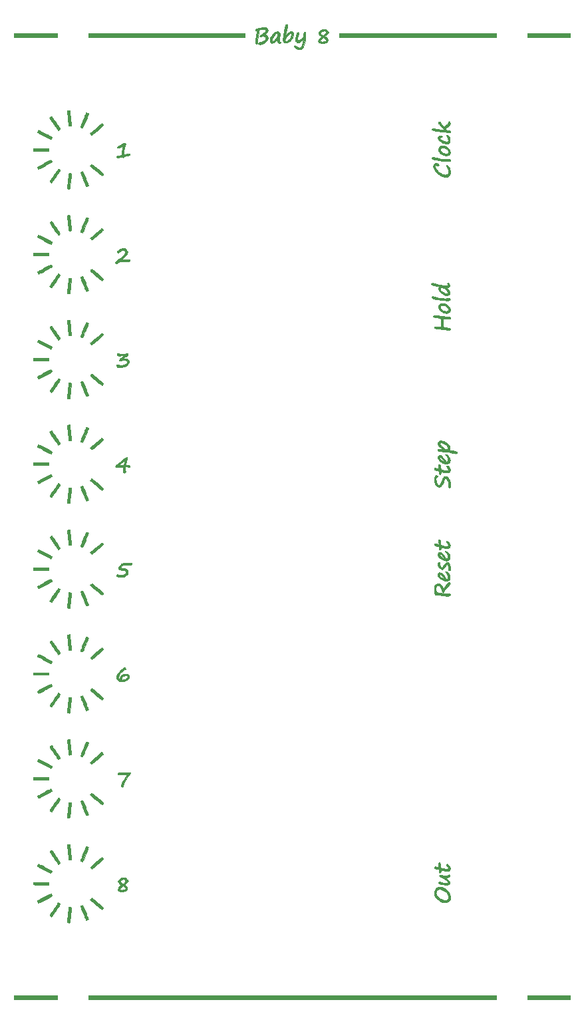
<source format=gbr>
G04 #@! TF.GenerationSoftware,KiCad,Pcbnew,(5.1.9)-1*
G04 #@! TF.CreationDate,2021-04-09T13:23:51+02:00*
G04 #@! TF.ProjectId,Baby8 Front,42616279-3820-4467-926f-6e742e6b6963,rev?*
G04 #@! TF.SameCoordinates,Original*
G04 #@! TF.FileFunction,Legend,Top*
G04 #@! TF.FilePolarity,Positive*
%FSLAX46Y46*%
G04 Gerber Fmt 4.6, Leading zero omitted, Abs format (unit mm)*
G04 Created by KiCad (PCBNEW (5.1.9)-1) date 2021-04-09 13:23:51*
%MOMM*%
%LPD*%
G01*
G04 APERTURE LIST*
%ADD10C,0.010000*%
G04 APERTURE END LIST*
D10*
G04 #@! TO.C,G\u002A\u002A\u002A*
G36*
X5540889Y-125746222D02*
G01*
X9334Y-125746222D01*
X9334Y-125238222D01*
X5540889Y-125238222D01*
X5540889Y-125746222D01*
G37*
X5540889Y-125746222D02*
X9334Y-125746222D01*
X9334Y-125238222D01*
X5540889Y-125238222D01*
X5540889Y-125746222D01*
G36*
X61392667Y-125746222D02*
G01*
X9492000Y-125746222D01*
X9492000Y-125238222D01*
X61392667Y-125238222D01*
X61392667Y-125746222D01*
G37*
X61392667Y-125746222D02*
X9492000Y-125746222D01*
X9492000Y-125238222D01*
X61392667Y-125238222D01*
X61392667Y-125746222D01*
G36*
X70818889Y-125746222D02*
G01*
X65372000Y-125746222D01*
X65372000Y-125238222D01*
X70818889Y-125238222D01*
X70818889Y-125746222D01*
G37*
X70818889Y-125746222D02*
X65372000Y-125746222D01*
X65372000Y-125238222D01*
X70818889Y-125238222D01*
X70818889Y-125746222D01*
G36*
X7085131Y-113965166D02*
G01*
X7142500Y-113970126D01*
X7228626Y-113980587D01*
X7272605Y-113996284D01*
X7288569Y-114026798D01*
X7290667Y-114070567D01*
X7287773Y-114120346D01*
X7279689Y-114217405D01*
X7267309Y-114352960D01*
X7251531Y-114518226D01*
X7233248Y-114704418D01*
X7213357Y-114902752D01*
X7192754Y-115104444D01*
X7172333Y-115300709D01*
X7152991Y-115482763D01*
X7135623Y-115641821D01*
X7121124Y-115769099D01*
X7110391Y-115855813D01*
X7105215Y-115889611D01*
X7088639Y-115927489D01*
X7051432Y-115946272D01*
X6982439Y-115947929D01*
X6870503Y-115934432D01*
X6860278Y-115932896D01*
X6800670Y-115910721D01*
X6783178Y-115862033D01*
X6783178Y-115859514D01*
X6786204Y-115813674D01*
X6794379Y-115722285D01*
X6806856Y-115593291D01*
X6822788Y-115434636D01*
X6841327Y-115254264D01*
X6861625Y-115060119D01*
X6882836Y-114860145D01*
X6904113Y-114662287D01*
X6924608Y-114474489D01*
X6943473Y-114304695D01*
X6959862Y-114160849D01*
X6972927Y-114050895D01*
X6981821Y-113982778D01*
X6985370Y-113963740D01*
X7016044Y-113961658D01*
X7085131Y-113965166D01*
G37*
X7085131Y-113965166D02*
X7142500Y-113970126D01*
X7228626Y-113980587D01*
X7272605Y-113996284D01*
X7288569Y-114026798D01*
X7290667Y-114070567D01*
X7287773Y-114120346D01*
X7279689Y-114217405D01*
X7267309Y-114352960D01*
X7251531Y-114518226D01*
X7233248Y-114704418D01*
X7213357Y-114902752D01*
X7192754Y-115104444D01*
X7172333Y-115300709D01*
X7152991Y-115482763D01*
X7135623Y-115641821D01*
X7121124Y-115769099D01*
X7110391Y-115855813D01*
X7105215Y-115889611D01*
X7088639Y-115927489D01*
X7051432Y-115946272D01*
X6982439Y-115947929D01*
X6870503Y-115934432D01*
X6860278Y-115932896D01*
X6800670Y-115910721D01*
X6783178Y-115862033D01*
X6783178Y-115859514D01*
X6786204Y-115813674D01*
X6794379Y-115722285D01*
X6806856Y-115593291D01*
X6822788Y-115434636D01*
X6841327Y-115254264D01*
X6861625Y-115060119D01*
X6882836Y-114860145D01*
X6904113Y-114662287D01*
X6924608Y-114474489D01*
X6943473Y-114304695D01*
X6959862Y-114160849D01*
X6972927Y-114050895D01*
X6981821Y-113982778D01*
X6985370Y-113963740D01*
X7016044Y-113961658D01*
X7085131Y-113965166D01*
G36*
X8755140Y-113740337D02*
G01*
X8755185Y-113740387D01*
X8772422Y-113773873D01*
X8807000Y-113852182D01*
X8855865Y-113967686D01*
X8915963Y-114112757D01*
X8984241Y-114279765D01*
X9057644Y-114461081D01*
X9133119Y-114649077D01*
X9207611Y-114836124D01*
X9278066Y-115014594D01*
X9341431Y-115176856D01*
X9394651Y-115315282D01*
X9434673Y-115422245D01*
X9458442Y-115490114D01*
X9463778Y-115510458D01*
X9439811Y-115545429D01*
X9379593Y-115584148D01*
X9350318Y-115597268D01*
X9259455Y-115630706D01*
X9206393Y-115640924D01*
X9178310Y-115629668D01*
X9172316Y-115621500D01*
X9156159Y-115586119D01*
X9122878Y-115507149D01*
X9075399Y-115391908D01*
X9016651Y-115247716D01*
X8949559Y-115081892D01*
X8877050Y-114901754D01*
X8802051Y-114714623D01*
X8727489Y-114527816D01*
X8656290Y-114348654D01*
X8591382Y-114184455D01*
X8535690Y-114042539D01*
X8492143Y-113930224D01*
X8463666Y-113854830D01*
X8453186Y-113823676D01*
X8453243Y-113823273D01*
X8500920Y-113798282D01*
X8574581Y-113772103D01*
X8654593Y-113750127D01*
X8721324Y-113737741D01*
X8755140Y-113740337D01*
G37*
X8755140Y-113740337D02*
X8755185Y-113740387D01*
X8772422Y-113773873D01*
X8807000Y-113852182D01*
X8855865Y-113967686D01*
X8915963Y-114112757D01*
X8984241Y-114279765D01*
X9057644Y-114461081D01*
X9133119Y-114649077D01*
X9207611Y-114836124D01*
X9278066Y-115014594D01*
X9341431Y-115176856D01*
X9394651Y-115315282D01*
X9434673Y-115422245D01*
X9458442Y-115490114D01*
X9463778Y-115510458D01*
X9439811Y-115545429D01*
X9379593Y-115584148D01*
X9350318Y-115597268D01*
X9259455Y-115630706D01*
X9206393Y-115640924D01*
X9178310Y-115629668D01*
X9172316Y-115621500D01*
X9156159Y-115586119D01*
X9122878Y-115507149D01*
X9075399Y-115391908D01*
X9016651Y-115247716D01*
X8949559Y-115081892D01*
X8877050Y-114901754D01*
X8802051Y-114714623D01*
X8727489Y-114527816D01*
X8656290Y-114348654D01*
X8591382Y-114184455D01*
X8535690Y-114042539D01*
X8492143Y-113930224D01*
X8463666Y-113854830D01*
X8453186Y-113823676D01*
X8453243Y-113823273D01*
X8500920Y-113798282D01*
X8574581Y-113772103D01*
X8654593Y-113750127D01*
X8721324Y-113737741D01*
X8755140Y-113740337D01*
G36*
X5640971Y-113396322D02*
G01*
X5699712Y-113427457D01*
X5752317Y-113459090D01*
X5832634Y-113518466D01*
X5869365Y-113566899D01*
X5870247Y-113582444D01*
X5851952Y-113616464D01*
X5806764Y-113689183D01*
X5739124Y-113794032D01*
X5653473Y-113924444D01*
X5554252Y-114073853D01*
X5445904Y-114235692D01*
X5332870Y-114403392D01*
X5219590Y-114570386D01*
X5110508Y-114730109D01*
X5010064Y-114875991D01*
X4922699Y-115001467D01*
X4852856Y-115099969D01*
X4804975Y-115164929D01*
X4783499Y-115189781D01*
X4783133Y-115189852D01*
X4751494Y-115174086D01*
X4690384Y-115135062D01*
X4644336Y-115103295D01*
X4571892Y-115043292D01*
X4542425Y-114998106D01*
X4544504Y-114984609D01*
X4564086Y-114954837D01*
X4610325Y-114885403D01*
X4678742Y-114782982D01*
X4764862Y-114654249D01*
X4864209Y-114505881D01*
X4972304Y-114344553D01*
X5084674Y-114176941D01*
X5196839Y-114009720D01*
X5304325Y-113849565D01*
X5402654Y-113703153D01*
X5487351Y-113577158D01*
X5553938Y-113478257D01*
X5597939Y-113413126D01*
X5614800Y-113388534D01*
X5640971Y-113396322D01*
G37*
X5640971Y-113396322D02*
X5699712Y-113427457D01*
X5752317Y-113459090D01*
X5832634Y-113518466D01*
X5869365Y-113566899D01*
X5870247Y-113582444D01*
X5851952Y-113616464D01*
X5806764Y-113689183D01*
X5739124Y-113794032D01*
X5653473Y-113924444D01*
X5554252Y-114073853D01*
X5445904Y-114235692D01*
X5332870Y-114403392D01*
X5219590Y-114570386D01*
X5110508Y-114730109D01*
X5010064Y-114875991D01*
X4922699Y-115001467D01*
X4852856Y-115099969D01*
X4804975Y-115164929D01*
X4783499Y-115189781D01*
X4783133Y-115189852D01*
X4751494Y-115174086D01*
X4690384Y-115135062D01*
X4644336Y-115103295D01*
X4571892Y-115043292D01*
X4542425Y-114998106D01*
X4544504Y-114984609D01*
X4564086Y-114954837D01*
X4610325Y-114885403D01*
X4678742Y-114782982D01*
X4764862Y-114654249D01*
X4864209Y-114505881D01*
X4972304Y-114344553D01*
X5084674Y-114176941D01*
X5196839Y-114009720D01*
X5304325Y-113849565D01*
X5402654Y-113703153D01*
X5487351Y-113577158D01*
X5553938Y-113478257D01*
X5597939Y-113413126D01*
X5614800Y-113388534D01*
X5640971Y-113396322D01*
G36*
X9919346Y-112809297D02*
G01*
X9941195Y-112823000D01*
X9993727Y-112862728D01*
X10078394Y-112930617D01*
X10189073Y-113021455D01*
X10319637Y-113130027D01*
X10463961Y-113251119D01*
X10615920Y-113379519D01*
X10769388Y-113510012D01*
X10918240Y-113637385D01*
X11056350Y-113756423D01*
X11177594Y-113861914D01*
X11275845Y-113948643D01*
X11344978Y-114011398D01*
X11378868Y-114044963D01*
X11381273Y-114048736D01*
X11365685Y-114085286D01*
X11325642Y-114144062D01*
X11274562Y-114208334D01*
X11225863Y-114261375D01*
X11192963Y-114286455D01*
X11190334Y-114286780D01*
X11164985Y-114268946D01*
X11101672Y-114218843D01*
X11005510Y-114140676D01*
X10881610Y-114038651D01*
X10735088Y-113916973D01*
X10571055Y-113779848D01*
X10437445Y-113667568D01*
X10264045Y-113520852D01*
X10105256Y-113385198D01*
X9966062Y-113264963D01*
X9851447Y-113164506D01*
X9766393Y-113088186D01*
X9715884Y-113040362D01*
X9703667Y-113025743D01*
X9720278Y-112991846D01*
X9762645Y-112931837D01*
X9793797Y-112892567D01*
X9849444Y-112829026D01*
X9886297Y-112803627D01*
X9919346Y-112809297D01*
G37*
X9919346Y-112809297D02*
X9941195Y-112823000D01*
X9993727Y-112862728D01*
X10078394Y-112930617D01*
X10189073Y-113021455D01*
X10319637Y-113130027D01*
X10463961Y-113251119D01*
X10615920Y-113379519D01*
X10769388Y-113510012D01*
X10918240Y-113637385D01*
X11056350Y-113756423D01*
X11177594Y-113861914D01*
X11275845Y-113948643D01*
X11344978Y-114011398D01*
X11378868Y-114044963D01*
X11381273Y-114048736D01*
X11365685Y-114085286D01*
X11325642Y-114144062D01*
X11274562Y-114208334D01*
X11225863Y-114261375D01*
X11192963Y-114286455D01*
X11190334Y-114286780D01*
X11164985Y-114268946D01*
X11101672Y-114218843D01*
X11005510Y-114140676D01*
X10881610Y-114038651D01*
X10735088Y-113916973D01*
X10571055Y-113779848D01*
X10437445Y-113667568D01*
X10264045Y-113520852D01*
X10105256Y-113385198D01*
X9966062Y-113264963D01*
X9851447Y-113164506D01*
X9766393Y-113088186D01*
X9715884Y-113040362D01*
X9703667Y-113025743D01*
X9720278Y-112991846D01*
X9762645Y-112931837D01*
X9793797Y-112892567D01*
X9849444Y-112829026D01*
X9886297Y-112803627D01*
X9919346Y-112809297D01*
G36*
X4724193Y-112279566D02*
G01*
X4762057Y-112337601D01*
X4797064Y-112411107D01*
X4820531Y-112481090D01*
X4823777Y-112528551D01*
X4819797Y-112535296D01*
X4789338Y-112554119D01*
X4716504Y-112595048D01*
X4608373Y-112654321D01*
X4472028Y-112728177D01*
X4314546Y-112812854D01*
X4143010Y-112904593D01*
X3964497Y-112999630D01*
X3786089Y-113094206D01*
X3614865Y-113184559D01*
X3457906Y-113266927D01*
X3322291Y-113337550D01*
X3215100Y-113392666D01*
X3143414Y-113428514D01*
X3114312Y-113441333D01*
X3114302Y-113441333D01*
X3093096Y-113418209D01*
X3058028Y-113359073D01*
X3034207Y-113312492D01*
X3000984Y-113234509D01*
X2985003Y-113177095D01*
X2986012Y-113160350D01*
X3014034Y-113141311D01*
X3085054Y-113100127D01*
X3191932Y-113040582D01*
X3327529Y-112966460D01*
X3484707Y-112881546D01*
X3656325Y-112789623D01*
X3835245Y-112694476D01*
X4014329Y-112599888D01*
X4186436Y-112509644D01*
X4344429Y-112427528D01*
X4481167Y-112357323D01*
X4589512Y-112302815D01*
X4662324Y-112267787D01*
X4692153Y-112256000D01*
X4724193Y-112279566D01*
G37*
X4724193Y-112279566D02*
X4762057Y-112337601D01*
X4797064Y-112411107D01*
X4820531Y-112481090D01*
X4823777Y-112528551D01*
X4819797Y-112535296D01*
X4789338Y-112554119D01*
X4716504Y-112595048D01*
X4608373Y-112654321D01*
X4472028Y-112728177D01*
X4314546Y-112812854D01*
X4143010Y-112904593D01*
X3964497Y-112999630D01*
X3786089Y-113094206D01*
X3614865Y-113184559D01*
X3457906Y-113266927D01*
X3322291Y-113337550D01*
X3215100Y-113392666D01*
X3143414Y-113428514D01*
X3114312Y-113441333D01*
X3114302Y-113441333D01*
X3093096Y-113418209D01*
X3058028Y-113359073D01*
X3034207Y-113312492D01*
X3000984Y-113234509D01*
X2985003Y-113177095D01*
X2986012Y-113160350D01*
X3014034Y-113141311D01*
X3085054Y-113100127D01*
X3191932Y-113040582D01*
X3327529Y-112966460D01*
X3484707Y-112881546D01*
X3656325Y-112789623D01*
X3835245Y-112694476D01*
X4014329Y-112599888D01*
X4186436Y-112509644D01*
X4344429Y-112427528D01*
X4481167Y-112357323D01*
X4589512Y-112302815D01*
X4662324Y-112267787D01*
X4692153Y-112256000D01*
X4724193Y-112279566D01*
G36*
X54221641Y-111413689D02*
G01*
X54439506Y-111440282D01*
X54640377Y-111504923D01*
X54833646Y-111612247D01*
X55028706Y-111766888D01*
X55126898Y-111860453D01*
X55290986Y-112039969D01*
X55409258Y-112208405D01*
X55487553Y-112377426D01*
X55531716Y-112558698D01*
X55545283Y-112695891D01*
X55547749Y-112855471D01*
X55532677Y-112974572D01*
X55495435Y-113067665D01*
X55431391Y-113149221D01*
X55386756Y-113191175D01*
X55215028Y-113305794D01*
X55020475Y-113370324D01*
X54807707Y-113384003D01*
X54581333Y-113346071D01*
X54533869Y-113331916D01*
X54303597Y-113238808D01*
X54083173Y-113113361D01*
X53884063Y-112964229D01*
X53717734Y-112800068D01*
X53595653Y-112629532D01*
X53590202Y-112619684D01*
X53518418Y-112431910D01*
X53491389Y-112225458D01*
X53492400Y-112212577D01*
X53721096Y-112212577D01*
X53746746Y-112375439D01*
X53771027Y-112436056D01*
X53860367Y-112572392D01*
X53992352Y-112710983D01*
X54154503Y-112841941D01*
X54334339Y-112955382D01*
X54519383Y-113041418D01*
X54548409Y-113051901D01*
X54684189Y-113085287D01*
X54830824Y-113099605D01*
X54968698Y-113094540D01*
X55078200Y-113069776D01*
X55098288Y-113060759D01*
X55171270Y-113007816D01*
X55237914Y-112936481D01*
X55241173Y-112931998D01*
X55283533Y-112829691D01*
X55295118Y-112695966D01*
X55276739Y-112546184D01*
X55229204Y-112395708D01*
X55210816Y-112355618D01*
X55108632Y-112194708D01*
X54971791Y-112045536D01*
X54810343Y-111914020D01*
X54634337Y-111806080D01*
X54453823Y-111727634D01*
X54278852Y-111684602D01*
X54119474Y-111682903D01*
X54080963Y-111690168D01*
X53975635Y-111719756D01*
X53906645Y-111755426D01*
X53854395Y-111810808D01*
X53812350Y-111876975D01*
X53743307Y-112041787D01*
X53721096Y-112212577D01*
X53492400Y-112212577D01*
X53507955Y-112014478D01*
X53566955Y-111813119D01*
X53667228Y-111635530D01*
X53671434Y-111629967D01*
X53761616Y-111528229D01*
X53856431Y-111461611D01*
X53969700Y-111424679D01*
X54115247Y-111412001D01*
X54221641Y-111413689D01*
G37*
X54221641Y-111413689D02*
X54439506Y-111440282D01*
X54640377Y-111504923D01*
X54833646Y-111612247D01*
X55028706Y-111766888D01*
X55126898Y-111860453D01*
X55290986Y-112039969D01*
X55409258Y-112208405D01*
X55487553Y-112377426D01*
X55531716Y-112558698D01*
X55545283Y-112695891D01*
X55547749Y-112855471D01*
X55532677Y-112974572D01*
X55495435Y-113067665D01*
X55431391Y-113149221D01*
X55386756Y-113191175D01*
X55215028Y-113305794D01*
X55020475Y-113370324D01*
X54807707Y-113384003D01*
X54581333Y-113346071D01*
X54533869Y-113331916D01*
X54303597Y-113238808D01*
X54083173Y-113113361D01*
X53884063Y-112964229D01*
X53717734Y-112800068D01*
X53595653Y-112629532D01*
X53590202Y-112619684D01*
X53518418Y-112431910D01*
X53491389Y-112225458D01*
X53492400Y-112212577D01*
X53721096Y-112212577D01*
X53746746Y-112375439D01*
X53771027Y-112436056D01*
X53860367Y-112572392D01*
X53992352Y-112710983D01*
X54154503Y-112841941D01*
X54334339Y-112955382D01*
X54519383Y-113041418D01*
X54548409Y-113051901D01*
X54684189Y-113085287D01*
X54830824Y-113099605D01*
X54968698Y-113094540D01*
X55078200Y-113069776D01*
X55098288Y-113060759D01*
X55171270Y-113007816D01*
X55237914Y-112936481D01*
X55241173Y-112931998D01*
X55283533Y-112829691D01*
X55295118Y-112695966D01*
X55276739Y-112546184D01*
X55229204Y-112395708D01*
X55210816Y-112355618D01*
X55108632Y-112194708D01*
X54971791Y-112045536D01*
X54810343Y-111914020D01*
X54634337Y-111806080D01*
X54453823Y-111727634D01*
X54278852Y-111684602D01*
X54119474Y-111682903D01*
X54080963Y-111690168D01*
X53975635Y-111719756D01*
X53906645Y-111755426D01*
X53854395Y-111810808D01*
X53812350Y-111876975D01*
X53743307Y-112041787D01*
X53721096Y-112212577D01*
X53492400Y-112212577D01*
X53507955Y-112014478D01*
X53566955Y-111813119D01*
X53667228Y-111635530D01*
X53671434Y-111629967D01*
X53761616Y-111528229D01*
X53856431Y-111461611D01*
X53969700Y-111424679D01*
X54115247Y-111412001D01*
X54221641Y-111413689D01*
G36*
X14094620Y-110213540D02*
G01*
X14210520Y-110260811D01*
X14303290Y-110328567D01*
X14356945Y-110407784D01*
X14359127Y-110414545D01*
X14387357Y-110478415D01*
X14423600Y-110493693D01*
X14432754Y-110491519D01*
X14489269Y-110496941D01*
X14526608Y-110543260D01*
X14534992Y-110615713D01*
X14530661Y-110639307D01*
X14499092Y-110699267D01*
X14434313Y-110781912D01*
X14347627Y-110875219D01*
X14250339Y-110967167D01*
X14153751Y-111045732D01*
X14137687Y-111057263D01*
X14056151Y-111114416D01*
X14170681Y-111190208D01*
X14298665Y-111294365D01*
X14390151Y-111409596D01*
X14437784Y-111525489D01*
X14442950Y-111575628D01*
X14435304Y-111700809D01*
X14408210Y-111786351D01*
X14352028Y-111848201D01*
X14257121Y-111902306D01*
X14240962Y-111909820D01*
X14106347Y-111954674D01*
X13942169Y-111984534D01*
X13767530Y-111998191D01*
X13601531Y-111994433D01*
X13463276Y-111972049D01*
X13429374Y-111961265D01*
X13349703Y-111923476D01*
X13290622Y-111881240D01*
X13281207Y-111870634D01*
X13253385Y-111795581D01*
X13248836Y-111716868D01*
X13500238Y-111716868D01*
X13541464Y-111770871D01*
X13548945Y-111775784D01*
X13610954Y-111792913D01*
X13710188Y-111798696D01*
X13828839Y-111794326D01*
X13949099Y-111780999D01*
X14053159Y-111759907D01*
X14113389Y-111737929D01*
X14188907Y-111676695D01*
X14210184Y-111600212D01*
X14177247Y-111508751D01*
X14090125Y-111402584D01*
X14077616Y-111390384D01*
X14001680Y-111325705D01*
X13933558Y-111281419D01*
X13894890Y-111268222D01*
X13850127Y-111287098D01*
X13779548Y-111337314D01*
X13696177Y-111409251D01*
X13669608Y-111434618D01*
X13563556Y-111550872D01*
X13507351Y-111644245D01*
X13500238Y-111716868D01*
X13248836Y-111716868D01*
X13247458Y-111693032D01*
X13263082Y-111587370D01*
X13286062Y-111525755D01*
X13339043Y-111451410D01*
X13423386Y-111362309D01*
X13522947Y-111274176D01*
X13610301Y-111209927D01*
X13678205Y-111165743D01*
X13513164Y-111054705D01*
X13372735Y-110940970D01*
X13287873Y-110826840D01*
X13258721Y-110713506D01*
X13260688Y-110705302D01*
X13527778Y-110705302D01*
X13550882Y-110768489D01*
X13610576Y-110838364D01*
X13692436Y-110904885D01*
X13782035Y-110958010D01*
X13864949Y-110987697D01*
X13926753Y-110983904D01*
X13927455Y-110983536D01*
X13971723Y-110948590D01*
X14034335Y-110886215D01*
X14075621Y-110840148D01*
X14150014Y-110726601D01*
X14177223Y-110620790D01*
X14158267Y-110530349D01*
X14094169Y-110462912D01*
X14021192Y-110433025D01*
X13938081Y-110432367D01*
X13836460Y-110459871D01*
X13730520Y-110507706D01*
X13634451Y-110568041D01*
X13562446Y-110633045D01*
X13528696Y-110694886D01*
X13527778Y-110705302D01*
X13260688Y-110705302D01*
X13285422Y-110602162D01*
X13368118Y-110493998D01*
X13438815Y-110435351D01*
X13597207Y-110332039D01*
X13750645Y-110254167D01*
X13886801Y-110207279D01*
X13971577Y-110195777D01*
X14094620Y-110213540D01*
G37*
X14094620Y-110213540D02*
X14210520Y-110260811D01*
X14303290Y-110328567D01*
X14356945Y-110407784D01*
X14359127Y-110414545D01*
X14387357Y-110478415D01*
X14423600Y-110493693D01*
X14432754Y-110491519D01*
X14489269Y-110496941D01*
X14526608Y-110543260D01*
X14534992Y-110615713D01*
X14530661Y-110639307D01*
X14499092Y-110699267D01*
X14434313Y-110781912D01*
X14347627Y-110875219D01*
X14250339Y-110967167D01*
X14153751Y-111045732D01*
X14137687Y-111057263D01*
X14056151Y-111114416D01*
X14170681Y-111190208D01*
X14298665Y-111294365D01*
X14390151Y-111409596D01*
X14437784Y-111525489D01*
X14442950Y-111575628D01*
X14435304Y-111700809D01*
X14408210Y-111786351D01*
X14352028Y-111848201D01*
X14257121Y-111902306D01*
X14240962Y-111909820D01*
X14106347Y-111954674D01*
X13942169Y-111984534D01*
X13767530Y-111998191D01*
X13601531Y-111994433D01*
X13463276Y-111972049D01*
X13429374Y-111961265D01*
X13349703Y-111923476D01*
X13290622Y-111881240D01*
X13281207Y-111870634D01*
X13253385Y-111795581D01*
X13248836Y-111716868D01*
X13500238Y-111716868D01*
X13541464Y-111770871D01*
X13548945Y-111775784D01*
X13610954Y-111792913D01*
X13710188Y-111798696D01*
X13828839Y-111794326D01*
X13949099Y-111780999D01*
X14053159Y-111759907D01*
X14113389Y-111737929D01*
X14188907Y-111676695D01*
X14210184Y-111600212D01*
X14177247Y-111508751D01*
X14090125Y-111402584D01*
X14077616Y-111390384D01*
X14001680Y-111325705D01*
X13933558Y-111281419D01*
X13894890Y-111268222D01*
X13850127Y-111287098D01*
X13779548Y-111337314D01*
X13696177Y-111409251D01*
X13669608Y-111434618D01*
X13563556Y-111550872D01*
X13507351Y-111644245D01*
X13500238Y-111716868D01*
X13248836Y-111716868D01*
X13247458Y-111693032D01*
X13263082Y-111587370D01*
X13286062Y-111525755D01*
X13339043Y-111451410D01*
X13423386Y-111362309D01*
X13522947Y-111274176D01*
X13610301Y-111209927D01*
X13678205Y-111165743D01*
X13513164Y-111054705D01*
X13372735Y-110940970D01*
X13287873Y-110826840D01*
X13258721Y-110713506D01*
X13260688Y-110705302D01*
X13527778Y-110705302D01*
X13550882Y-110768489D01*
X13610576Y-110838364D01*
X13692436Y-110904885D01*
X13782035Y-110958010D01*
X13864949Y-110987697D01*
X13926753Y-110983904D01*
X13927455Y-110983536D01*
X13971723Y-110948590D01*
X14034335Y-110886215D01*
X14075621Y-110840148D01*
X14150014Y-110726601D01*
X14177223Y-110620790D01*
X14158267Y-110530349D01*
X14094169Y-110462912D01*
X14021192Y-110433025D01*
X13938081Y-110432367D01*
X13836460Y-110459871D01*
X13730520Y-110507706D01*
X13634451Y-110568041D01*
X13562446Y-110633045D01*
X13528696Y-110694886D01*
X13527778Y-110705302D01*
X13260688Y-110705302D01*
X13285422Y-110602162D01*
X13368118Y-110493998D01*
X13438815Y-110435351D01*
X13597207Y-110332039D01*
X13750645Y-110254167D01*
X13886801Y-110207279D01*
X13971577Y-110195777D01*
X14094620Y-110213540D01*
G36*
X55450311Y-109853157D02*
G01*
X55488132Y-109910933D01*
X55509864Y-109979670D01*
X55507947Y-110027663D01*
X55463291Y-110085812D01*
X55376980Y-110137051D01*
X55263798Y-110175218D01*
X55138530Y-110194148D01*
X55106167Y-110195157D01*
X55008925Y-110200181D01*
X54965906Y-110215617D01*
X54975502Y-110243581D01*
X55036106Y-110286190D01*
X55036715Y-110286550D01*
X55133659Y-110357735D01*
X55238545Y-110456574D01*
X55337177Y-110567364D01*
X55415360Y-110674408D01*
X55454241Y-110748342D01*
X55481315Y-110875962D01*
X55456015Y-110983125D01*
X55377491Y-111072429D01*
X55339404Y-111098639D01*
X55231417Y-111137925D01*
X55076651Y-111153000D01*
X54879262Y-111143977D01*
X54643408Y-111110968D01*
X54464111Y-111075085D01*
X54330516Y-111044337D01*
X54215666Y-111015715D01*
X54131635Y-110992379D01*
X54090495Y-110977485D01*
X54090167Y-110977278D01*
X54064695Y-110934885D01*
X54054889Y-110870840D01*
X54070850Y-110798373D01*
X54127437Y-110754179D01*
X54127513Y-110754144D01*
X54168837Y-110741324D01*
X54219372Y-110741475D01*
X54291338Y-110756752D01*
X54396954Y-110789313D01*
X54473236Y-110815172D01*
X54644116Y-110866815D01*
X54809346Y-110903611D01*
X54958954Y-110924516D01*
X55082967Y-110928484D01*
X55171414Y-110914473D01*
X55207931Y-110892125D01*
X55224637Y-110830873D01*
X55198089Y-110748956D01*
X55134184Y-110653464D01*
X55038817Y-110551485D01*
X54917884Y-110450109D01*
X54777281Y-110356425D01*
X54748760Y-110340040D01*
X54647188Y-110288202D01*
X54520298Y-110230323D01*
X54398848Y-110180245D01*
X54266817Y-110121935D01*
X54185472Y-110066080D01*
X54149566Y-110007545D01*
X54153852Y-109941198D01*
X54154005Y-109940711D01*
X54186458Y-109901133D01*
X54254258Y-109886344D01*
X54362597Y-109896199D01*
X54516482Y-109930503D01*
X54662396Y-109957391D01*
X54822786Y-109968897D01*
X54982765Y-109965775D01*
X55127444Y-109948777D01*
X55241935Y-109918658D01*
X55294886Y-109891112D01*
X55357543Y-109850089D01*
X55403081Y-109829465D01*
X55407762Y-109828888D01*
X55450311Y-109853157D01*
G37*
X55450311Y-109853157D02*
X55488132Y-109910933D01*
X55509864Y-109979670D01*
X55507947Y-110027663D01*
X55463291Y-110085812D01*
X55376980Y-110137051D01*
X55263798Y-110175218D01*
X55138530Y-110194148D01*
X55106167Y-110195157D01*
X55008925Y-110200181D01*
X54965906Y-110215617D01*
X54975502Y-110243581D01*
X55036106Y-110286190D01*
X55036715Y-110286550D01*
X55133659Y-110357735D01*
X55238545Y-110456574D01*
X55337177Y-110567364D01*
X55415360Y-110674408D01*
X55454241Y-110748342D01*
X55481315Y-110875962D01*
X55456015Y-110983125D01*
X55377491Y-111072429D01*
X55339404Y-111098639D01*
X55231417Y-111137925D01*
X55076651Y-111153000D01*
X54879262Y-111143977D01*
X54643408Y-111110968D01*
X54464111Y-111075085D01*
X54330516Y-111044337D01*
X54215666Y-111015715D01*
X54131635Y-110992379D01*
X54090495Y-110977485D01*
X54090167Y-110977278D01*
X54064695Y-110934885D01*
X54054889Y-110870840D01*
X54070850Y-110798373D01*
X54127437Y-110754179D01*
X54127513Y-110754144D01*
X54168837Y-110741324D01*
X54219372Y-110741475D01*
X54291338Y-110756752D01*
X54396954Y-110789313D01*
X54473236Y-110815172D01*
X54644116Y-110866815D01*
X54809346Y-110903611D01*
X54958954Y-110924516D01*
X55082967Y-110928484D01*
X55171414Y-110914473D01*
X55207931Y-110892125D01*
X55224637Y-110830873D01*
X55198089Y-110748956D01*
X55134184Y-110653464D01*
X55038817Y-110551485D01*
X54917884Y-110450109D01*
X54777281Y-110356425D01*
X54748760Y-110340040D01*
X54647188Y-110288202D01*
X54520298Y-110230323D01*
X54398848Y-110180245D01*
X54266817Y-110121935D01*
X54185472Y-110066080D01*
X54149566Y-110007545D01*
X54153852Y-109941198D01*
X54154005Y-109940711D01*
X54186458Y-109901133D01*
X54254258Y-109886344D01*
X54362597Y-109896199D01*
X54516482Y-109930503D01*
X54662396Y-109957391D01*
X54822786Y-109968897D01*
X54982765Y-109965775D01*
X55127444Y-109948777D01*
X55241935Y-109918658D01*
X55294886Y-109891112D01*
X55357543Y-109850089D01*
X55403081Y-109829465D01*
X55407762Y-109828888D01*
X55450311Y-109853157D01*
G36*
X4412000Y-111127111D02*
G01*
X3443037Y-111127111D01*
X3214544Y-111126581D01*
X3004164Y-111125077D01*
X2818514Y-111122724D01*
X2664208Y-111119649D01*
X2547865Y-111115977D01*
X2476100Y-111111834D01*
X2455259Y-111108296D01*
X2444689Y-111071552D01*
X2437864Y-110997575D01*
X2436445Y-110938962D01*
X2436445Y-110788444D01*
X4412000Y-110788444D01*
X4412000Y-111127111D01*
G37*
X4412000Y-111127111D02*
X3443037Y-111127111D01*
X3214544Y-111126581D01*
X3004164Y-111125077D01*
X2818514Y-111122724D01*
X2664208Y-111119649D01*
X2547865Y-111115977D01*
X2476100Y-111111834D01*
X2455259Y-111108296D01*
X2444689Y-111071552D01*
X2437864Y-110997575D01*
X2436445Y-110938962D01*
X2436445Y-110788444D01*
X4412000Y-110788444D01*
X4412000Y-111127111D01*
G36*
X3160661Y-108487144D02*
G01*
X3237754Y-108523389D01*
X3349094Y-108579170D01*
X3487689Y-108650702D01*
X3646547Y-108734199D01*
X3818678Y-108825876D01*
X3997089Y-108921948D01*
X4174789Y-109018629D01*
X4344786Y-109112134D01*
X4500089Y-109198677D01*
X4633707Y-109274473D01*
X4738647Y-109335737D01*
X4807918Y-109378682D01*
X4834528Y-109399524D01*
X4834616Y-109399964D01*
X4821617Y-109449256D01*
X4788579Y-109517607D01*
X4746418Y-109586908D01*
X4706048Y-109639047D01*
X4680111Y-109656317D01*
X4649312Y-109642725D01*
X4574893Y-109605441D01*
X4462886Y-109547618D01*
X4319323Y-109472409D01*
X4150235Y-109382968D01*
X3961653Y-109282449D01*
X3826924Y-109210217D01*
X3628916Y-109103563D01*
X3446845Y-109005006D01*
X3286677Y-108917813D01*
X3154374Y-108845250D01*
X3055899Y-108790583D01*
X2997218Y-108757078D01*
X2983120Y-108748082D01*
X2984424Y-108714836D01*
X3007760Y-108652974D01*
X3043692Y-108580741D01*
X3082780Y-108516377D01*
X3115588Y-108478125D01*
X3124806Y-108474222D01*
X3160661Y-108487144D01*
G37*
X3160661Y-108487144D02*
X3237754Y-108523389D01*
X3349094Y-108579170D01*
X3487689Y-108650702D01*
X3646547Y-108734199D01*
X3818678Y-108825876D01*
X3997089Y-108921948D01*
X4174789Y-109018629D01*
X4344786Y-109112134D01*
X4500089Y-109198677D01*
X4633707Y-109274473D01*
X4738647Y-109335737D01*
X4807918Y-109378682D01*
X4834528Y-109399524D01*
X4834616Y-109399964D01*
X4821617Y-109449256D01*
X4788579Y-109517607D01*
X4746418Y-109586908D01*
X4706048Y-109639047D01*
X4680111Y-109656317D01*
X4649312Y-109642725D01*
X4574893Y-109605441D01*
X4462886Y-109547618D01*
X4319323Y-109472409D01*
X4150235Y-109382968D01*
X3961653Y-109282449D01*
X3826924Y-109210217D01*
X3628916Y-109103563D01*
X3446845Y-109005006D01*
X3286677Y-108917813D01*
X3154374Y-108845250D01*
X3055899Y-108790583D01*
X2997218Y-108757078D01*
X2983120Y-108748082D01*
X2984424Y-108714836D01*
X3007760Y-108652974D01*
X3043692Y-108580741D01*
X3082780Y-108516377D01*
X3115588Y-108478125D01*
X3124806Y-108474222D01*
X3160661Y-108487144D01*
G36*
X54228047Y-108360124D02*
G01*
X54257556Y-108420701D01*
X54269270Y-108479218D01*
X54283739Y-108576217D01*
X54298407Y-108693981D01*
X54303035Y-108736071D01*
X54316025Y-108847986D01*
X54328427Y-108936524D01*
X54338256Y-108988193D01*
X54341210Y-108995727D01*
X54371827Y-109005479D01*
X54447073Y-109023663D01*
X54556191Y-109047827D01*
X54688425Y-109075515D01*
X54712217Y-109080353D01*
X54900166Y-109115567D01*
X55040632Y-109133985D01*
X55140289Y-109134711D01*
X55205811Y-109116850D01*
X55243875Y-109079506D01*
X55261155Y-109021784D01*
X55262811Y-109006482D01*
X55260135Y-108939295D01*
X55234845Y-108871532D01*
X55179625Y-108785888D01*
X55156124Y-108754115D01*
X55082201Y-108638651D01*
X55050969Y-108551822D01*
X55058377Y-108498152D01*
X55100373Y-108482169D01*
X55172903Y-108508398D01*
X55271916Y-108581365D01*
X55293348Y-108600848D01*
X55410642Y-108726108D01*
X55482753Y-108845548D01*
X55517006Y-108974050D01*
X55522445Y-109066269D01*
X55500806Y-109203206D01*
X55435807Y-109304033D01*
X55327325Y-109368889D01*
X55233943Y-109391745D01*
X55143574Y-109394333D01*
X55008477Y-109383573D01*
X54838424Y-109360803D01*
X54643189Y-109327362D01*
X54432543Y-109284589D01*
X54400611Y-109277539D01*
X54362983Y-109273685D01*
X54344173Y-109292645D01*
X54337728Y-109347272D01*
X54337111Y-109404024D01*
X54331759Y-109496439D01*
X54312261Y-109549193D01*
X54282522Y-109573895D01*
X54215894Y-109600448D01*
X54168947Y-109589469D01*
X54145200Y-109569244D01*
X54126778Y-109524073D01*
X54114478Y-109442675D01*
X54111334Y-109370248D01*
X54109533Y-109276930D01*
X54099093Y-109223370D01*
X54072459Y-109192892D01*
X54022074Y-109168819D01*
X54019611Y-109167815D01*
X53938032Y-109139830D01*
X53831841Y-109109887D01*
X53772667Y-109095523D01*
X53632668Y-109056032D01*
X53543200Y-109010375D01*
X53498397Y-108954705D01*
X53490445Y-108910411D01*
X53508328Y-108840885D01*
X53563884Y-108805127D01*
X53659972Y-108802515D01*
X53799451Y-108832426D01*
X53820672Y-108838597D01*
X53921490Y-108867485D01*
X54002127Y-108888505D01*
X54046471Y-108897480D01*
X54048213Y-108897555D01*
X54062316Y-108869718D01*
X54067554Y-108786347D01*
X54063914Y-108647655D01*
X54062270Y-108616008D01*
X54056116Y-108486434D01*
X54055671Y-108402271D01*
X54062187Y-108352662D01*
X54076919Y-108326748D01*
X54096992Y-108315183D01*
X54167965Y-108314288D01*
X54228047Y-108360124D01*
G37*
X54228047Y-108360124D02*
X54257556Y-108420701D01*
X54269270Y-108479218D01*
X54283739Y-108576217D01*
X54298407Y-108693981D01*
X54303035Y-108736071D01*
X54316025Y-108847986D01*
X54328427Y-108936524D01*
X54338256Y-108988193D01*
X54341210Y-108995727D01*
X54371827Y-109005479D01*
X54447073Y-109023663D01*
X54556191Y-109047827D01*
X54688425Y-109075515D01*
X54712217Y-109080353D01*
X54900166Y-109115567D01*
X55040632Y-109133985D01*
X55140289Y-109134711D01*
X55205811Y-109116850D01*
X55243875Y-109079506D01*
X55261155Y-109021784D01*
X55262811Y-109006482D01*
X55260135Y-108939295D01*
X55234845Y-108871532D01*
X55179625Y-108785888D01*
X55156124Y-108754115D01*
X55082201Y-108638651D01*
X55050969Y-108551822D01*
X55058377Y-108498152D01*
X55100373Y-108482169D01*
X55172903Y-108508398D01*
X55271916Y-108581365D01*
X55293348Y-108600848D01*
X55410642Y-108726108D01*
X55482753Y-108845548D01*
X55517006Y-108974050D01*
X55522445Y-109066269D01*
X55500806Y-109203206D01*
X55435807Y-109304033D01*
X55327325Y-109368889D01*
X55233943Y-109391745D01*
X55143574Y-109394333D01*
X55008477Y-109383573D01*
X54838424Y-109360803D01*
X54643189Y-109327362D01*
X54432543Y-109284589D01*
X54400611Y-109277539D01*
X54362983Y-109273685D01*
X54344173Y-109292645D01*
X54337728Y-109347272D01*
X54337111Y-109404024D01*
X54331759Y-109496439D01*
X54312261Y-109549193D01*
X54282522Y-109573895D01*
X54215894Y-109600448D01*
X54168947Y-109589469D01*
X54145200Y-109569244D01*
X54126778Y-109524073D01*
X54114478Y-109442675D01*
X54111334Y-109370248D01*
X54109533Y-109276930D01*
X54099093Y-109223370D01*
X54072459Y-109192892D01*
X54022074Y-109168819D01*
X54019611Y-109167815D01*
X53938032Y-109139830D01*
X53831841Y-109109887D01*
X53772667Y-109095523D01*
X53632668Y-109056032D01*
X53543200Y-109010375D01*
X53498397Y-108954705D01*
X53490445Y-108910411D01*
X53508328Y-108840885D01*
X53563884Y-108805127D01*
X53659972Y-108802515D01*
X53799451Y-108832426D01*
X53820672Y-108838597D01*
X53921490Y-108867485D01*
X54002127Y-108888505D01*
X54046471Y-108897480D01*
X54048213Y-108897555D01*
X54062316Y-108869718D01*
X54067554Y-108786347D01*
X54063914Y-108647655D01*
X54062270Y-108616008D01*
X54056116Y-108486434D01*
X54055671Y-108402271D01*
X54062187Y-108352662D01*
X54076919Y-108326748D01*
X54096992Y-108315183D01*
X54167965Y-108314288D01*
X54228047Y-108360124D01*
G36*
X11224068Y-107647313D02*
G01*
X11273349Y-107692633D01*
X11293757Y-107714760D01*
X11346534Y-107779276D01*
X11378142Y-107830343D01*
X11382062Y-107843791D01*
X11361413Y-107869218D01*
X11303122Y-107925127D01*
X11213315Y-108006357D01*
X11098117Y-108107747D01*
X10963655Y-108224137D01*
X10816054Y-108350364D01*
X10661440Y-108481270D01*
X10505937Y-108611692D01*
X10355673Y-108736470D01*
X10216772Y-108850443D01*
X10095361Y-108948451D01*
X9997565Y-109025332D01*
X9929509Y-109075926D01*
X9897320Y-109095071D01*
X9896799Y-109095111D01*
X9860145Y-109074901D01*
X9805786Y-109023667D01*
X9777596Y-108991503D01*
X9730284Y-108926305D01*
X9706553Y-108877697D01*
X9706608Y-108864575D01*
X9731750Y-108840262D01*
X9794078Y-108785248D01*
X9887294Y-108704821D01*
X10005100Y-108604265D01*
X10141196Y-108488870D01*
X10289284Y-108363920D01*
X10443067Y-108234702D01*
X10596246Y-108106504D01*
X10742522Y-107984611D01*
X10875597Y-107874311D01*
X10989173Y-107780891D01*
X11076951Y-107709636D01*
X11132634Y-107665833D01*
X11147046Y-107655513D01*
X11187633Y-107637228D01*
X11224068Y-107647313D01*
G37*
X11224068Y-107647313D02*
X11273349Y-107692633D01*
X11293757Y-107714760D01*
X11346534Y-107779276D01*
X11378142Y-107830343D01*
X11382062Y-107843791D01*
X11361413Y-107869218D01*
X11303122Y-107925127D01*
X11213315Y-108006357D01*
X11098117Y-108107747D01*
X10963655Y-108224137D01*
X10816054Y-108350364D01*
X10661440Y-108481270D01*
X10505937Y-108611692D01*
X10355673Y-108736470D01*
X10216772Y-108850443D01*
X10095361Y-108948451D01*
X9997565Y-109025332D01*
X9929509Y-109075926D01*
X9897320Y-109095071D01*
X9896799Y-109095111D01*
X9860145Y-109074901D01*
X9805786Y-109023667D01*
X9777596Y-108991503D01*
X9730284Y-108926305D01*
X9706553Y-108877697D01*
X9706608Y-108864575D01*
X9731750Y-108840262D01*
X9794078Y-108785248D01*
X9887294Y-108704821D01*
X10005100Y-108604265D01*
X10141196Y-108488870D01*
X10289284Y-108363920D01*
X10443067Y-108234702D01*
X10596246Y-108106504D01*
X10742522Y-107984611D01*
X10875597Y-107874311D01*
X10989173Y-107780891D01*
X11076951Y-107709636D01*
X11132634Y-107665833D01*
X11147046Y-107655513D01*
X11187633Y-107637228D01*
X11224068Y-107647313D01*
G36*
X4813329Y-106748807D02*
G01*
X4819648Y-106755057D01*
X4845964Y-106789479D01*
X4898387Y-106863501D01*
X4972248Y-106970178D01*
X5062878Y-107102563D01*
X5165608Y-107253711D01*
X5275768Y-107416674D01*
X5388690Y-107584508D01*
X5499705Y-107750266D01*
X5604143Y-107907003D01*
X5697335Y-108047771D01*
X5774613Y-108165626D01*
X5831308Y-108253621D01*
X5862749Y-108304810D01*
X5867261Y-108313557D01*
X5855351Y-108360405D01*
X5789247Y-108420449D01*
X5776312Y-108429454D01*
X5705605Y-108473381D01*
X5652020Y-108499393D01*
X5638991Y-108502444D01*
X5616642Y-108479859D01*
X5566894Y-108415738D01*
X5493629Y-108315526D01*
X5400725Y-108184671D01*
X5292066Y-108028621D01*
X5171530Y-107852822D01*
X5081052Y-107719277D01*
X4955139Y-107531515D01*
X4839977Y-107357841D01*
X4739255Y-107203968D01*
X4656660Y-107075612D01*
X4595882Y-106978486D01*
X4560607Y-106918307D01*
X4553066Y-106901233D01*
X4574864Y-106866409D01*
X4630213Y-106817236D01*
X4667383Y-106790735D01*
X4739377Y-106746909D01*
X4782751Y-106734169D01*
X4813329Y-106748807D01*
G37*
X4813329Y-106748807D02*
X4819648Y-106755057D01*
X4845964Y-106789479D01*
X4898387Y-106863501D01*
X4972248Y-106970178D01*
X5062878Y-107102563D01*
X5165608Y-107253711D01*
X5275768Y-107416674D01*
X5388690Y-107584508D01*
X5499705Y-107750266D01*
X5604143Y-107907003D01*
X5697335Y-108047771D01*
X5774613Y-108165626D01*
X5831308Y-108253621D01*
X5862749Y-108304810D01*
X5867261Y-108313557D01*
X5855351Y-108360405D01*
X5789247Y-108420449D01*
X5776312Y-108429454D01*
X5705605Y-108473381D01*
X5652020Y-108499393D01*
X5638991Y-108502444D01*
X5616642Y-108479859D01*
X5566894Y-108415738D01*
X5493629Y-108315526D01*
X5400725Y-108184671D01*
X5292066Y-108028621D01*
X5171530Y-107852822D01*
X5081052Y-107719277D01*
X4955139Y-107531515D01*
X4839977Y-107357841D01*
X4739255Y-107203968D01*
X4656660Y-107075612D01*
X4595882Y-106978486D01*
X4560607Y-106918307D01*
X4553066Y-106901233D01*
X4574864Y-106866409D01*
X4630213Y-106817236D01*
X4667383Y-106790735D01*
X4739377Y-106746909D01*
X4782751Y-106734169D01*
X4813329Y-106748807D01*
G36*
X9296381Y-106290766D02*
G01*
X9373068Y-106316047D01*
X9433392Y-106349084D01*
X9454129Y-106373117D01*
X9449512Y-106412326D01*
X9426471Y-106493521D01*
X9388317Y-106606594D01*
X9338358Y-106741438D01*
X9309119Y-106816037D01*
X9169397Y-107164755D01*
X9048720Y-107463214D01*
X8947254Y-107711019D01*
X8865165Y-107907775D01*
X8802618Y-108053087D01*
X8759779Y-108146558D01*
X8736812Y-108187795D01*
X8733824Y-108189921D01*
X8698757Y-108179342D01*
X8631060Y-108155046D01*
X8595945Y-108141756D01*
X8511877Y-108098561D01*
X8476671Y-108054076D01*
X8476000Y-108047394D01*
X8486299Y-108009984D01*
X8515138Y-107928247D01*
X8559428Y-107809878D01*
X8616079Y-107662572D01*
X8682005Y-107494024D01*
X8754116Y-107311930D01*
X8829323Y-107123985D01*
X8904539Y-106937884D01*
X8976674Y-106761324D01*
X9042640Y-106601999D01*
X9099348Y-106467604D01*
X9143711Y-106365836D01*
X9172638Y-106304389D01*
X9181305Y-106290072D01*
X9225178Y-106279891D01*
X9296381Y-106290766D01*
G37*
X9296381Y-106290766D02*
X9373068Y-106316047D01*
X9433392Y-106349084D01*
X9454129Y-106373117D01*
X9449512Y-106412326D01*
X9426471Y-106493521D01*
X9388317Y-106606594D01*
X9338358Y-106741438D01*
X9309119Y-106816037D01*
X9169397Y-107164755D01*
X9048720Y-107463214D01*
X8947254Y-107711019D01*
X8865165Y-107907775D01*
X8802618Y-108053087D01*
X8759779Y-108146558D01*
X8736812Y-108187795D01*
X8733824Y-108189921D01*
X8698757Y-108179342D01*
X8631060Y-108155046D01*
X8595945Y-108141756D01*
X8511877Y-108098561D01*
X8476671Y-108054076D01*
X8476000Y-108047394D01*
X8486299Y-108009984D01*
X8515138Y-107928247D01*
X8559428Y-107809878D01*
X8616079Y-107662572D01*
X8682005Y-107494024D01*
X8754116Y-107311930D01*
X8829323Y-107123985D01*
X8904539Y-106937884D01*
X8976674Y-106761324D01*
X9042640Y-106601999D01*
X9099348Y-106467604D01*
X9143711Y-106365836D01*
X9172638Y-106304389D01*
X9181305Y-106290072D01*
X9225178Y-106279891D01*
X9296381Y-106290766D01*
G36*
X6971265Y-105962876D02*
G01*
X7053858Y-105969512D01*
X7094691Y-105993501D01*
X7103144Y-106011833D01*
X7109279Y-106051119D01*
X7120221Y-106139488D01*
X7135185Y-106269859D01*
X7153385Y-106435147D01*
X7174036Y-106628269D01*
X7196351Y-106842143D01*
X7209768Y-106973105D01*
X7236155Y-107231379D01*
X7256818Y-107438966D01*
X7271147Y-107601388D01*
X7278532Y-107724172D01*
X7278362Y-107812840D01*
X7270029Y-107872917D01*
X7252923Y-107909928D01*
X7226433Y-107929396D01*
X7189951Y-107936847D01*
X7142865Y-107937803D01*
X7103308Y-107937567D01*
X7028419Y-107934227D01*
X6991617Y-107915078D01*
X6974636Y-107867544D01*
X6970746Y-107846277D01*
X6963966Y-107795821D01*
X6952322Y-107696941D01*
X6936664Y-107557367D01*
X6917842Y-107384830D01*
X6896705Y-107187060D01*
X6874103Y-106971787D01*
X6864967Y-106883718D01*
X6838853Y-106632002D01*
X6818600Y-106430835D01*
X6804861Y-106274564D01*
X6798290Y-106157534D01*
X6799538Y-106074091D01*
X6809260Y-106018581D01*
X6828106Y-105985350D01*
X6856730Y-105968743D01*
X6895785Y-105963107D01*
X6945923Y-105962788D01*
X6971265Y-105962876D01*
G37*
X6971265Y-105962876D02*
X7053858Y-105969512D01*
X7094691Y-105993501D01*
X7103144Y-106011833D01*
X7109279Y-106051119D01*
X7120221Y-106139488D01*
X7135185Y-106269859D01*
X7153385Y-106435147D01*
X7174036Y-106628269D01*
X7196351Y-106842143D01*
X7209768Y-106973105D01*
X7236155Y-107231379D01*
X7256818Y-107438966D01*
X7271147Y-107601388D01*
X7278532Y-107724172D01*
X7278362Y-107812840D01*
X7270029Y-107872917D01*
X7252923Y-107909928D01*
X7226433Y-107929396D01*
X7189951Y-107936847D01*
X7142865Y-107937803D01*
X7103308Y-107937567D01*
X7028419Y-107934227D01*
X6991617Y-107915078D01*
X6974636Y-107867544D01*
X6970746Y-107846277D01*
X6963966Y-107795821D01*
X6952322Y-107696941D01*
X6936664Y-107557367D01*
X6917842Y-107384830D01*
X6896705Y-107187060D01*
X6874103Y-106971787D01*
X6864967Y-106883718D01*
X6838853Y-106632002D01*
X6818600Y-106430835D01*
X6804861Y-106274564D01*
X6798290Y-106157534D01*
X6799538Y-106074091D01*
X6809260Y-106018581D01*
X6828106Y-105985350D01*
X6856730Y-105968743D01*
X6895785Y-105963107D01*
X6945923Y-105962788D01*
X6971265Y-105962876D01*
G36*
X7096786Y-100627490D02*
G01*
X7125360Y-100628444D01*
X7219163Y-100634577D01*
X7268940Y-100655176D01*
X7281735Y-100674097D01*
X7282488Y-100710244D01*
X7278012Y-100794322D01*
X7269087Y-100918138D01*
X7256490Y-101073499D01*
X7241000Y-101252212D01*
X7223396Y-101446084D01*
X7204455Y-101646922D01*
X7184958Y-101846533D01*
X7165681Y-102036725D01*
X7147403Y-102209303D01*
X7130903Y-102356076D01*
X7116960Y-102468850D01*
X7106352Y-102539432D01*
X7103054Y-102554611D01*
X7077137Y-102588283D01*
X7015636Y-102602333D01*
X6971265Y-102603567D01*
X6887412Y-102597627D01*
X6824452Y-102583375D01*
X6814084Y-102578349D01*
X6803653Y-102563887D01*
X6797413Y-102532488D01*
X6795686Y-102478534D01*
X6798788Y-102396408D01*
X6807040Y-102280493D01*
X6820761Y-102125172D01*
X6840270Y-101924827D01*
X6864967Y-101682726D01*
X6892855Y-101410694D01*
X6915518Y-101189518D01*
X6934244Y-101013987D01*
X6950321Y-100878887D01*
X6965034Y-100779007D01*
X6979672Y-100709136D01*
X6995522Y-100664061D01*
X7013871Y-100638571D01*
X7036007Y-100627453D01*
X7063216Y-100625497D01*
X7096786Y-100627490D01*
G37*
X7096786Y-100627490D02*
X7125360Y-100628444D01*
X7219163Y-100634577D01*
X7268940Y-100655176D01*
X7281735Y-100674097D01*
X7282488Y-100710244D01*
X7278012Y-100794322D01*
X7269087Y-100918138D01*
X7256490Y-101073499D01*
X7241000Y-101252212D01*
X7223396Y-101446084D01*
X7204455Y-101646922D01*
X7184958Y-101846533D01*
X7165681Y-102036725D01*
X7147403Y-102209303D01*
X7130903Y-102356076D01*
X7116960Y-102468850D01*
X7106352Y-102539432D01*
X7103054Y-102554611D01*
X7077137Y-102588283D01*
X7015636Y-102602333D01*
X6971265Y-102603567D01*
X6887412Y-102597627D01*
X6824452Y-102583375D01*
X6814084Y-102578349D01*
X6803653Y-102563887D01*
X6797413Y-102532488D01*
X6795686Y-102478534D01*
X6798788Y-102396408D01*
X6807040Y-102280493D01*
X6820761Y-102125172D01*
X6840270Y-101924827D01*
X6864967Y-101682726D01*
X6892855Y-101410694D01*
X6915518Y-101189518D01*
X6934244Y-101013987D01*
X6950321Y-100878887D01*
X6965034Y-100779007D01*
X6979672Y-100709136D01*
X6995522Y-100664061D01*
X7013871Y-100638571D01*
X7036007Y-100627453D01*
X7063216Y-100625497D01*
X7096786Y-100627490D01*
G36*
X8751987Y-100387023D02*
G01*
X8767233Y-100417568D01*
X8799966Y-100493174D01*
X8847182Y-100606309D01*
X8905878Y-100749440D01*
X8973052Y-100915034D01*
X9045702Y-101095557D01*
X9120824Y-101283478D01*
X9195416Y-101471263D01*
X9266476Y-101651378D01*
X9331000Y-101816293D01*
X9385987Y-101958472D01*
X9428433Y-102070384D01*
X9455336Y-102144495D01*
X9463778Y-102172739D01*
X9439758Y-102206435D01*
X9380841Y-102244389D01*
X9306741Y-102276593D01*
X9237174Y-102293038D01*
X9225788Y-102293555D01*
X9178652Y-102271220D01*
X9157364Y-102244166D01*
X9133910Y-102193378D01*
X9094485Y-102100694D01*
X9042130Y-101973823D01*
X8979887Y-101820473D01*
X8910796Y-101648351D01*
X8837898Y-101465167D01*
X8764237Y-101278628D01*
X8692851Y-101096443D01*
X8626784Y-100926319D01*
X8569075Y-100775964D01*
X8522767Y-100653088D01*
X8490900Y-100565397D01*
X8476516Y-100520600D01*
X8476000Y-100517249D01*
X8499458Y-100485831D01*
X8557169Y-100447793D01*
X8630138Y-100412096D01*
X8699370Y-100387704D01*
X8745872Y-100383580D01*
X8751987Y-100387023D01*
G37*
X8751987Y-100387023D02*
X8767233Y-100417568D01*
X8799966Y-100493174D01*
X8847182Y-100606309D01*
X8905878Y-100749440D01*
X8973052Y-100915034D01*
X9045702Y-101095557D01*
X9120824Y-101283478D01*
X9195416Y-101471263D01*
X9266476Y-101651378D01*
X9331000Y-101816293D01*
X9385987Y-101958472D01*
X9428433Y-102070384D01*
X9455336Y-102144495D01*
X9463778Y-102172739D01*
X9439758Y-102206435D01*
X9380841Y-102244389D01*
X9306741Y-102276593D01*
X9237174Y-102293038D01*
X9225788Y-102293555D01*
X9178652Y-102271220D01*
X9157364Y-102244166D01*
X9133910Y-102193378D01*
X9094485Y-102100694D01*
X9042130Y-101973823D01*
X8979887Y-101820473D01*
X8910796Y-101648351D01*
X8837898Y-101465167D01*
X8764237Y-101278628D01*
X8692851Y-101096443D01*
X8626784Y-100926319D01*
X8569075Y-100775964D01*
X8522767Y-100653088D01*
X8490900Y-100565397D01*
X8476516Y-100520600D01*
X8476000Y-100517249D01*
X8499458Y-100485831D01*
X8557169Y-100447793D01*
X8630138Y-100412096D01*
X8699370Y-100387704D01*
X8745872Y-100383580D01*
X8751987Y-100387023D01*
G36*
X5666514Y-100076926D02*
G01*
X5729290Y-100109022D01*
X5798008Y-100152712D01*
X5854208Y-100196182D01*
X5879428Y-100227621D01*
X5879556Y-100229093D01*
X5864241Y-100258689D01*
X5821302Y-100327926D01*
X5755245Y-100430163D01*
X5670576Y-100558757D01*
X5571801Y-100707065D01*
X5463428Y-100868445D01*
X5349963Y-101036255D01*
X5235911Y-101203852D01*
X5125781Y-101364594D01*
X5024078Y-101511838D01*
X4935308Y-101638942D01*
X4863978Y-101739264D01*
X4814595Y-101806161D01*
X4791665Y-101832990D01*
X4791290Y-101833162D01*
X4753402Y-101824026D01*
X4689503Y-101790410D01*
X4658606Y-101770539D01*
X4594873Y-101719971D01*
X4557341Y-101676160D01*
X4553111Y-101663350D01*
X4568414Y-101631777D01*
X4611300Y-101560648D01*
X4677243Y-101456683D01*
X4761710Y-101326604D01*
X4860173Y-101177132D01*
X4968102Y-101014988D01*
X5080968Y-100846893D01*
X5194241Y-100679567D01*
X5303390Y-100519733D01*
X5403887Y-100374110D01*
X5491202Y-100249421D01*
X5560805Y-100152385D01*
X5608167Y-100089725D01*
X5628143Y-100068235D01*
X5666514Y-100076926D01*
G37*
X5666514Y-100076926D02*
X5729290Y-100109022D01*
X5798008Y-100152712D01*
X5854208Y-100196182D01*
X5879428Y-100227621D01*
X5879556Y-100229093D01*
X5864241Y-100258689D01*
X5821302Y-100327926D01*
X5755245Y-100430163D01*
X5670576Y-100558757D01*
X5571801Y-100707065D01*
X5463428Y-100868445D01*
X5349963Y-101036255D01*
X5235911Y-101203852D01*
X5125781Y-101364594D01*
X5024078Y-101511838D01*
X4935308Y-101638942D01*
X4863978Y-101739264D01*
X4814595Y-101806161D01*
X4791665Y-101832990D01*
X4791290Y-101833162D01*
X4753402Y-101824026D01*
X4689503Y-101790410D01*
X4658606Y-101770539D01*
X4594873Y-101719971D01*
X4557341Y-101676160D01*
X4553111Y-101663350D01*
X4568414Y-101631777D01*
X4611300Y-101560648D01*
X4677243Y-101456683D01*
X4761710Y-101326604D01*
X4860173Y-101177132D01*
X4968102Y-101014988D01*
X5080968Y-100846893D01*
X5194241Y-100679567D01*
X5303390Y-100519733D01*
X5403887Y-100374110D01*
X5491202Y-100249421D01*
X5560805Y-100152385D01*
X5608167Y-100089725D01*
X5628143Y-100068235D01*
X5666514Y-100076926D01*
G36*
X10642056Y-100066117D02*
G01*
X10816370Y-100213937D01*
X10976038Y-100351138D01*
X11116100Y-100473317D01*
X11231595Y-100576073D01*
X11317562Y-100655001D01*
X11369041Y-100705699D01*
X11382062Y-100722909D01*
X11363645Y-100762374D01*
X11319774Y-100820825D01*
X11265666Y-100881039D01*
X11216540Y-100925791D01*
X11191222Y-100938888D01*
X11164590Y-100921444D01*
X11100252Y-100872052D01*
X11003673Y-100795128D01*
X10880319Y-100695083D01*
X10735657Y-100576332D01*
X10575153Y-100443288D01*
X10506435Y-100385968D01*
X10337299Y-100244274D01*
X10178879Y-100110890D01*
X10037305Y-99991027D01*
X9918706Y-99889899D01*
X9829212Y-99812718D01*
X9774954Y-99764698D01*
X9765811Y-99756125D01*
X9686844Y-99679203D01*
X9901222Y-99441861D01*
X10642056Y-100066117D01*
G37*
X10642056Y-100066117D02*
X10816370Y-100213937D01*
X10976038Y-100351138D01*
X11116100Y-100473317D01*
X11231595Y-100576073D01*
X11317562Y-100655001D01*
X11369041Y-100705699D01*
X11382062Y-100722909D01*
X11363645Y-100762374D01*
X11319774Y-100820825D01*
X11265666Y-100881039D01*
X11216540Y-100925791D01*
X11191222Y-100938888D01*
X11164590Y-100921444D01*
X11100252Y-100872052D01*
X11003673Y-100795128D01*
X10880319Y-100695083D01*
X10735657Y-100576332D01*
X10575153Y-100443288D01*
X10506435Y-100385968D01*
X10337299Y-100244274D01*
X10178879Y-100110890D01*
X10037305Y-99991027D01*
X9918706Y-99889899D01*
X9829212Y-99812718D01*
X9774954Y-99764698D01*
X9765811Y-99756125D01*
X9686844Y-99679203D01*
X9901222Y-99441861D01*
X10642056Y-100066117D01*
G36*
X4716782Y-98930053D02*
G01*
X4752981Y-98986061D01*
X4791458Y-99056477D01*
X4822037Y-99122652D01*
X4834543Y-99165935D01*
X4834539Y-99166480D01*
X4810528Y-99185928D01*
X4743463Y-99227695D01*
X4640334Y-99287995D01*
X4508133Y-99363044D01*
X4353849Y-99449059D01*
X4184476Y-99542253D01*
X4007004Y-99638844D01*
X3828424Y-99735046D01*
X3655727Y-99827075D01*
X3495905Y-99911148D01*
X3355949Y-99983478D01*
X3242850Y-100040282D01*
X3163599Y-100077776D01*
X3125188Y-100092175D01*
X3124349Y-100092222D01*
X3098147Y-100069372D01*
X3058150Y-100010899D01*
X3031599Y-99964096D01*
X2995101Y-99882105D01*
X2984097Y-99826203D01*
X2989315Y-99812444D01*
X3019467Y-99794057D01*
X3091966Y-99753529D01*
X3199747Y-99694617D01*
X3335743Y-99621074D01*
X3492887Y-99536657D01*
X3664113Y-99445120D01*
X3842355Y-99350218D01*
X4020546Y-99255707D01*
X4191619Y-99165340D01*
X4348509Y-99082874D01*
X4484148Y-99012063D01*
X4591472Y-98956663D01*
X4663412Y-98920428D01*
X4692903Y-98907112D01*
X4693035Y-98907106D01*
X4716782Y-98930053D01*
G37*
X4716782Y-98930053D02*
X4752981Y-98986061D01*
X4791458Y-99056477D01*
X4822037Y-99122652D01*
X4834543Y-99165935D01*
X4834539Y-99166480D01*
X4810528Y-99185928D01*
X4743463Y-99227695D01*
X4640334Y-99287995D01*
X4508133Y-99363044D01*
X4353849Y-99449059D01*
X4184476Y-99542253D01*
X4007004Y-99638844D01*
X3828424Y-99735046D01*
X3655727Y-99827075D01*
X3495905Y-99911148D01*
X3355949Y-99983478D01*
X3242850Y-100040282D01*
X3163599Y-100077776D01*
X3125188Y-100092175D01*
X3124349Y-100092222D01*
X3098147Y-100069372D01*
X3058150Y-100010899D01*
X3031599Y-99964096D01*
X2995101Y-99882105D01*
X2984097Y-99826203D01*
X2989315Y-99812444D01*
X3019467Y-99794057D01*
X3091966Y-99753529D01*
X3199747Y-99694617D01*
X3335743Y-99621074D01*
X3492887Y-99536657D01*
X3664113Y-99445120D01*
X3842355Y-99350218D01*
X4020546Y-99255707D01*
X4191619Y-99165340D01*
X4348509Y-99082874D01*
X4484148Y-99012063D01*
X4591472Y-98956663D01*
X4663412Y-98920428D01*
X4692903Y-98907112D01*
X4693035Y-98907106D01*
X4716782Y-98930053D01*
G36*
X14753891Y-96835864D02*
G01*
X14793317Y-96875766D01*
X14787915Y-96945807D01*
X14738575Y-97043020D01*
X14660437Y-97147587D01*
X14539347Y-97303615D01*
X14415983Y-97481771D01*
X14295728Y-97672361D01*
X14183968Y-97865689D01*
X14086087Y-98052063D01*
X14007471Y-98221787D01*
X13953505Y-98365168D01*
X13930771Y-98461144D01*
X13902364Y-98572770D01*
X13854710Y-98647387D01*
X13795475Y-98680097D01*
X13732328Y-98666003D01*
X13684600Y-98618387D01*
X13650283Y-98541121D01*
X13640667Y-98480761D01*
X13655723Y-98410491D01*
X13697585Y-98302484D01*
X13761289Y-98165657D01*
X13841874Y-98008929D01*
X13934378Y-97841219D01*
X14033838Y-97671444D01*
X14135293Y-97508524D01*
X14233781Y-97361376D01*
X14324339Y-97238920D01*
X14347426Y-97210478D01*
X14455762Y-97080401D01*
X13843603Y-97083478D01*
X13231445Y-97086555D01*
X13221968Y-97003280D01*
X13220433Y-96949816D01*
X13234608Y-96911126D01*
X13271672Y-96885263D01*
X13338798Y-96870275D01*
X13443164Y-96864215D01*
X13591945Y-96865132D01*
X13717736Y-96868606D01*
X13897026Y-96871274D01*
X14086190Y-96869003D01*
X14263946Y-96862340D01*
X14409013Y-96851835D01*
X14422280Y-96850445D01*
X14547572Y-96838786D01*
X14654632Y-96832552D01*
X14729268Y-96832364D01*
X14753891Y-96835864D01*
G37*
X14753891Y-96835864D02*
X14793317Y-96875766D01*
X14787915Y-96945807D01*
X14738575Y-97043020D01*
X14660437Y-97147587D01*
X14539347Y-97303615D01*
X14415983Y-97481771D01*
X14295728Y-97672361D01*
X14183968Y-97865689D01*
X14086087Y-98052063D01*
X14007471Y-98221787D01*
X13953505Y-98365168D01*
X13930771Y-98461144D01*
X13902364Y-98572770D01*
X13854710Y-98647387D01*
X13795475Y-98680097D01*
X13732328Y-98666003D01*
X13684600Y-98618387D01*
X13650283Y-98541121D01*
X13640667Y-98480761D01*
X13655723Y-98410491D01*
X13697585Y-98302484D01*
X13761289Y-98165657D01*
X13841874Y-98008929D01*
X13934378Y-97841219D01*
X14033838Y-97671444D01*
X14135293Y-97508524D01*
X14233781Y-97361376D01*
X14324339Y-97238920D01*
X14347426Y-97210478D01*
X14455762Y-97080401D01*
X13843603Y-97083478D01*
X13231445Y-97086555D01*
X13221968Y-97003280D01*
X13220433Y-96949816D01*
X13234608Y-96911126D01*
X13271672Y-96885263D01*
X13338798Y-96870275D01*
X13443164Y-96864215D01*
X13591945Y-96865132D01*
X13717736Y-96868606D01*
X13897026Y-96871274D01*
X14086190Y-96869003D01*
X14263946Y-96862340D01*
X14409013Y-96851835D01*
X14422280Y-96850445D01*
X14547572Y-96838786D01*
X14654632Y-96832552D01*
X14729268Y-96832364D01*
X14753891Y-96835864D01*
G36*
X4412000Y-97778000D02*
G01*
X2436445Y-97778000D01*
X2436445Y-97439333D01*
X4412000Y-97439333D01*
X4412000Y-97778000D01*
G37*
X4412000Y-97778000D02*
X2436445Y-97778000D01*
X2436445Y-97439333D01*
X4412000Y-97439333D01*
X4412000Y-97778000D01*
G36*
X3145423Y-95137901D02*
G01*
X3217252Y-95173758D01*
X3324563Y-95228913D01*
X3460270Y-95299597D01*
X3617285Y-95382040D01*
X3788522Y-95472475D01*
X3966893Y-95567130D01*
X4145311Y-95662237D01*
X4316689Y-95754028D01*
X4473940Y-95838732D01*
X4609978Y-95912580D01*
X4717714Y-95971805D01*
X4790062Y-96012635D01*
X4819797Y-96031169D01*
X4824509Y-96069467D01*
X4805565Y-96135050D01*
X4771901Y-96209118D01*
X4732452Y-96272870D01*
X4696156Y-96307509D01*
X4687534Y-96309425D01*
X4654812Y-96296336D01*
X4578532Y-96259676D01*
X4464853Y-96202595D01*
X4319936Y-96128244D01*
X4149940Y-96039772D01*
X3961027Y-95940329D01*
X3837786Y-95874911D01*
X3640421Y-95769442D01*
X3458662Y-95671592D01*
X3298617Y-95584706D01*
X3166395Y-95512129D01*
X3068105Y-95457206D01*
X3009856Y-95423282D01*
X2996576Y-95414309D01*
X2994000Y-95377710D01*
X3011759Y-95311562D01*
X3041883Y-95235141D01*
X3076402Y-95167719D01*
X3107346Y-95128571D01*
X3116164Y-95125111D01*
X3145423Y-95137901D01*
G37*
X3145423Y-95137901D02*
X3217252Y-95173758D01*
X3324563Y-95228913D01*
X3460270Y-95299597D01*
X3617285Y-95382040D01*
X3788522Y-95472475D01*
X3966893Y-95567130D01*
X4145311Y-95662237D01*
X4316689Y-95754028D01*
X4473940Y-95838732D01*
X4609978Y-95912580D01*
X4717714Y-95971805D01*
X4790062Y-96012635D01*
X4819797Y-96031169D01*
X4824509Y-96069467D01*
X4805565Y-96135050D01*
X4771901Y-96209118D01*
X4732452Y-96272870D01*
X4696156Y-96307509D01*
X4687534Y-96309425D01*
X4654812Y-96296336D01*
X4578532Y-96259676D01*
X4464853Y-96202595D01*
X4319936Y-96128244D01*
X4149940Y-96039772D01*
X3961027Y-95940329D01*
X3837786Y-95874911D01*
X3640421Y-95769442D01*
X3458662Y-95671592D01*
X3298617Y-95584706D01*
X3166395Y-95512129D01*
X3068105Y-95457206D01*
X3009856Y-95423282D01*
X2996576Y-95414309D01*
X2994000Y-95377710D01*
X3011759Y-95311562D01*
X3041883Y-95235141D01*
X3076402Y-95167719D01*
X3107346Y-95128571D01*
X3116164Y-95125111D01*
X3145423Y-95137901D01*
G36*
X11288229Y-94375898D02*
G01*
X11342136Y-94444163D01*
X11375602Y-94497959D01*
X11381197Y-94515979D01*
X11360061Y-94539776D01*
X11301475Y-94594284D01*
X11211565Y-94674331D01*
X11096451Y-94774746D01*
X10962258Y-94890357D01*
X10815107Y-95015993D01*
X10661122Y-95146482D01*
X10506425Y-95276653D01*
X10357138Y-95401334D01*
X10219386Y-95515354D01*
X10099290Y-95613540D01*
X10002973Y-95690723D01*
X9936557Y-95741729D01*
X9907013Y-95761134D01*
X9871106Y-95748297D01*
X9816599Y-95701888D01*
X9781278Y-95662883D01*
X9728998Y-95597502D01*
X9695784Y-95551511D01*
X9689556Y-95539336D01*
X9710409Y-95518851D01*
X9769684Y-95466427D01*
X9862454Y-95386275D01*
X9983794Y-95282607D01*
X10128778Y-95159635D01*
X10292477Y-95021570D01*
X10441562Y-94896412D01*
X11193569Y-94266393D01*
X11288229Y-94375898D01*
G37*
X11288229Y-94375898D02*
X11342136Y-94444163D01*
X11375602Y-94497959D01*
X11381197Y-94515979D01*
X11360061Y-94539776D01*
X11301475Y-94594284D01*
X11211565Y-94674331D01*
X11096451Y-94774746D01*
X10962258Y-94890357D01*
X10815107Y-95015993D01*
X10661122Y-95146482D01*
X10506425Y-95276653D01*
X10357138Y-95401334D01*
X10219386Y-95515354D01*
X10099290Y-95613540D01*
X10002973Y-95690723D01*
X9936557Y-95741729D01*
X9907013Y-95761134D01*
X9871106Y-95748297D01*
X9816599Y-95701888D01*
X9781278Y-95662883D01*
X9728998Y-95597502D01*
X9695784Y-95551511D01*
X9689556Y-95539336D01*
X9710409Y-95518851D01*
X9769684Y-95466427D01*
X9862454Y-95386275D01*
X9983794Y-95282607D01*
X10128778Y-95159635D01*
X10292477Y-95021570D01*
X10441562Y-94896412D01*
X11193569Y-94266393D01*
X11288229Y-94375898D01*
G36*
X4807779Y-93393396D02*
G01*
X4833273Y-93426671D01*
X4884674Y-93499487D01*
X4957443Y-93605050D01*
X5047041Y-93736566D01*
X5148927Y-93887241D01*
X5258562Y-94050281D01*
X5371406Y-94218892D01*
X5482919Y-94386280D01*
X5588562Y-94545651D01*
X5683794Y-94690212D01*
X5764077Y-94813167D01*
X5824870Y-94907723D01*
X5861633Y-94967087D01*
X5870622Y-94984000D01*
X5857676Y-95028428D01*
X5817267Y-95065924D01*
X5741194Y-95113389D01*
X5691606Y-95145110D01*
X5658794Y-95162111D01*
X5629887Y-95158657D01*
X5594891Y-95127315D01*
X5543808Y-95060649D01*
X5505592Y-95006741D01*
X5463706Y-94946178D01*
X5397865Y-94849815D01*
X5313165Y-94725206D01*
X5214702Y-94579905D01*
X5107569Y-94421467D01*
X4996862Y-94257447D01*
X4887676Y-94095400D01*
X4785105Y-93942879D01*
X4694246Y-93807440D01*
X4620192Y-93696636D01*
X4568039Y-93618024D01*
X4543761Y-93580591D01*
X4553361Y-93548725D01*
X4597780Y-93502670D01*
X4661370Y-93453521D01*
X4728484Y-93412372D01*
X4783474Y-93390316D01*
X4807779Y-93393396D01*
G37*
X4807779Y-93393396D02*
X4833273Y-93426671D01*
X4884674Y-93499487D01*
X4957443Y-93605050D01*
X5047041Y-93736566D01*
X5148927Y-93887241D01*
X5258562Y-94050281D01*
X5371406Y-94218892D01*
X5482919Y-94386280D01*
X5588562Y-94545651D01*
X5683794Y-94690212D01*
X5764077Y-94813167D01*
X5824870Y-94907723D01*
X5861633Y-94967087D01*
X5870622Y-94984000D01*
X5857676Y-95028428D01*
X5817267Y-95065924D01*
X5741194Y-95113389D01*
X5691606Y-95145110D01*
X5658794Y-95162111D01*
X5629887Y-95158657D01*
X5594891Y-95127315D01*
X5543808Y-95060649D01*
X5505592Y-95006741D01*
X5463706Y-94946178D01*
X5397865Y-94849815D01*
X5313165Y-94725206D01*
X5214702Y-94579905D01*
X5107569Y-94421467D01*
X4996862Y-94257447D01*
X4887676Y-94095400D01*
X4785105Y-93942879D01*
X4694246Y-93807440D01*
X4620192Y-93696636D01*
X4568039Y-93618024D01*
X4543761Y-93580591D01*
X4553361Y-93548725D01*
X4597780Y-93502670D01*
X4661370Y-93453521D01*
X4728484Y-93412372D01*
X4783474Y-93390316D01*
X4807779Y-93393396D01*
G36*
X9293360Y-92947679D02*
G01*
X9368803Y-92978896D01*
X9431633Y-93017397D01*
X9462244Y-93054803D01*
X9462841Y-93060167D01*
X9452047Y-93103318D01*
X9422491Y-93188948D01*
X9377251Y-93309650D01*
X9319402Y-93458020D01*
X9252023Y-93626651D01*
X9178190Y-93808138D01*
X9100980Y-93995075D01*
X9023470Y-94180056D01*
X8948737Y-94355676D01*
X8879858Y-94514528D01*
X8819910Y-94649208D01*
X8771970Y-94752309D01*
X8739115Y-94816425D01*
X8725536Y-94834725D01*
X8677232Y-94828403D01*
X8602137Y-94805399D01*
X8574778Y-94794892D01*
X8503866Y-94765516D01*
X8459394Y-94745927D01*
X8453243Y-94742668D01*
X8460900Y-94715835D01*
X8487205Y-94644155D01*
X8529203Y-94534928D01*
X8583938Y-94395453D01*
X8648452Y-94233030D01*
X8719791Y-94054958D01*
X8794998Y-93868537D01*
X8871117Y-93681065D01*
X8945191Y-93499843D01*
X9014264Y-93332169D01*
X9075380Y-93185344D01*
X9125584Y-93066666D01*
X9161918Y-92983435D01*
X9181426Y-92942950D01*
X9183063Y-92940609D01*
X9224912Y-92932124D01*
X9293360Y-92947679D01*
G37*
X9293360Y-92947679D02*
X9368803Y-92978896D01*
X9431633Y-93017397D01*
X9462244Y-93054803D01*
X9462841Y-93060167D01*
X9452047Y-93103318D01*
X9422491Y-93188948D01*
X9377251Y-93309650D01*
X9319402Y-93458020D01*
X9252023Y-93626651D01*
X9178190Y-93808138D01*
X9100980Y-93995075D01*
X9023470Y-94180056D01*
X8948737Y-94355676D01*
X8879858Y-94514528D01*
X8819910Y-94649208D01*
X8771970Y-94752309D01*
X8739115Y-94816425D01*
X8725536Y-94834725D01*
X8677232Y-94828403D01*
X8602137Y-94805399D01*
X8574778Y-94794892D01*
X8503866Y-94765516D01*
X8459394Y-94745927D01*
X8453243Y-94742668D01*
X8460900Y-94715835D01*
X8487205Y-94644155D01*
X8529203Y-94534928D01*
X8583938Y-94395453D01*
X8648452Y-94233030D01*
X8719791Y-94054958D01*
X8794998Y-93868537D01*
X8871117Y-93681065D01*
X8945191Y-93499843D01*
X9014264Y-93332169D01*
X9075380Y-93185344D01*
X9125584Y-93066666D01*
X9161918Y-92983435D01*
X9181426Y-92942950D01*
X9183063Y-92940609D01*
X9224912Y-92932124D01*
X9293360Y-92947679D01*
G36*
X7070156Y-92620101D02*
G01*
X7086049Y-92625085D01*
X7093037Y-92656173D01*
X7104714Y-92735354D01*
X7120192Y-92854551D01*
X7138588Y-93005689D01*
X7159016Y-93180692D01*
X7180591Y-93371483D01*
X7202428Y-93569987D01*
X7223641Y-93768128D01*
X7243346Y-93957830D01*
X7260657Y-94131016D01*
X7274689Y-94279612D01*
X7284556Y-94395540D01*
X7289375Y-94470725D01*
X7289696Y-94483055D01*
X7286606Y-94552393D01*
X7266040Y-94582159D01*
X7213654Y-94589139D01*
X7198945Y-94589274D01*
X7113287Y-94594699D01*
X7045861Y-94606117D01*
X7006761Y-94609993D01*
X6984922Y-94585845D01*
X6971004Y-94520919D01*
X6968078Y-94499898D01*
X6959763Y-94431351D01*
X6947266Y-94320032D01*
X6931461Y-94174412D01*
X6913216Y-94002963D01*
X6893404Y-93814154D01*
X6872896Y-93616457D01*
X6852561Y-93418342D01*
X6833272Y-93228281D01*
X6815899Y-93054743D01*
X6801313Y-92906201D01*
X6790386Y-92791124D01*
X6783987Y-92717984D01*
X6782667Y-92696590D01*
X6796450Y-92663773D01*
X6845382Y-92641806D01*
X6925585Y-92627195D01*
X7010334Y-92619136D01*
X7070156Y-92620101D01*
G37*
X7070156Y-92620101D02*
X7086049Y-92625085D01*
X7093037Y-92656173D01*
X7104714Y-92735354D01*
X7120192Y-92854551D01*
X7138588Y-93005689D01*
X7159016Y-93180692D01*
X7180591Y-93371483D01*
X7202428Y-93569987D01*
X7223641Y-93768128D01*
X7243346Y-93957830D01*
X7260657Y-94131016D01*
X7274689Y-94279612D01*
X7284556Y-94395540D01*
X7289375Y-94470725D01*
X7289696Y-94483055D01*
X7286606Y-94552393D01*
X7266040Y-94582159D01*
X7213654Y-94589139D01*
X7198945Y-94589274D01*
X7113287Y-94594699D01*
X7045861Y-94606117D01*
X7006761Y-94609993D01*
X6984922Y-94585845D01*
X6971004Y-94520919D01*
X6968078Y-94499898D01*
X6959763Y-94431351D01*
X6947266Y-94320032D01*
X6931461Y-94174412D01*
X6913216Y-94002963D01*
X6893404Y-93814154D01*
X6872896Y-93616457D01*
X6852561Y-93418342D01*
X6833272Y-93228281D01*
X6815899Y-93054743D01*
X6801313Y-92906201D01*
X6790386Y-92791124D01*
X6783987Y-92717984D01*
X6782667Y-92696590D01*
X6796450Y-92663773D01*
X6845382Y-92641806D01*
X6925585Y-92627195D01*
X7010334Y-92619136D01*
X7070156Y-92620101D01*
G36*
X7095082Y-87287024D02*
G01*
X7147749Y-87293195D01*
X7190154Y-87297748D01*
X7224348Y-87302235D01*
X7250635Y-87312136D01*
X7269317Y-87332929D01*
X7280696Y-87370092D01*
X7285076Y-87429104D01*
X7282757Y-87515442D01*
X7274044Y-87634586D01*
X7259239Y-87792012D01*
X7238644Y-87993201D01*
X7212562Y-88243629D01*
X7204530Y-88321254D01*
X7177870Y-88579010D01*
X7156117Y-88786108D01*
X7138426Y-88948039D01*
X7123953Y-89070295D01*
X7111854Y-89158367D01*
X7101281Y-89217748D01*
X7091392Y-89253929D01*
X7081341Y-89272402D01*
X7070282Y-89278658D01*
X7057371Y-89278191D01*
X7057296Y-89278180D01*
X7008813Y-89272683D01*
X6930067Y-89264964D01*
X6902611Y-89262446D01*
X6825895Y-89251011D01*
X6790868Y-89229206D01*
X6782787Y-89189766D01*
X6785784Y-89139403D01*
X6794098Y-89044081D01*
X6806858Y-88911754D01*
X6823194Y-88750376D01*
X6842234Y-88567902D01*
X6863108Y-88372288D01*
X6884945Y-88171487D01*
X6906875Y-87973454D01*
X6928027Y-87786145D01*
X6947530Y-87617514D01*
X6964514Y-87475515D01*
X6978108Y-87368104D01*
X6987441Y-87303235D01*
X6991007Y-87287363D01*
X7024516Y-87283013D01*
X7095082Y-87287024D01*
G37*
X7095082Y-87287024D02*
X7147749Y-87293195D01*
X7190154Y-87297748D01*
X7224348Y-87302235D01*
X7250635Y-87312136D01*
X7269317Y-87332929D01*
X7280696Y-87370092D01*
X7285076Y-87429104D01*
X7282757Y-87515442D01*
X7274044Y-87634586D01*
X7259239Y-87792012D01*
X7238644Y-87993201D01*
X7212562Y-88243629D01*
X7204530Y-88321254D01*
X7177870Y-88579010D01*
X7156117Y-88786108D01*
X7138426Y-88948039D01*
X7123953Y-89070295D01*
X7111854Y-89158367D01*
X7101281Y-89217748D01*
X7091392Y-89253929D01*
X7081341Y-89272402D01*
X7070282Y-89278658D01*
X7057371Y-89278191D01*
X7057296Y-89278180D01*
X7008813Y-89272683D01*
X6930067Y-89264964D01*
X6902611Y-89262446D01*
X6825895Y-89251011D01*
X6790868Y-89229206D01*
X6782787Y-89189766D01*
X6785784Y-89139403D01*
X6794098Y-89044081D01*
X6806858Y-88911754D01*
X6823194Y-88750376D01*
X6842234Y-88567902D01*
X6863108Y-88372288D01*
X6884945Y-88171487D01*
X6906875Y-87973454D01*
X6928027Y-87786145D01*
X6947530Y-87617514D01*
X6964514Y-87475515D01*
X6978108Y-87368104D01*
X6987441Y-87303235D01*
X6991007Y-87287363D01*
X7024516Y-87283013D01*
X7095082Y-87287024D01*
G36*
X8751492Y-87066722D02*
G01*
X8756175Y-87069925D01*
X8773916Y-87103481D01*
X8808988Y-87181960D01*
X8858318Y-87297693D01*
X8918830Y-87443010D01*
X8987449Y-87610239D01*
X9061101Y-87791712D01*
X9136709Y-87979757D01*
X9211201Y-88166705D01*
X9281500Y-88344885D01*
X9344531Y-88506627D01*
X9397220Y-88644262D01*
X9436492Y-88750118D01*
X9459271Y-88816526D01*
X9463778Y-88834980D01*
X9437943Y-88874797D01*
X9368129Y-88916095D01*
X9342890Y-88926499D01*
X9255096Y-88958539D01*
X9204994Y-88968519D01*
X9177759Y-88955066D01*
X9158567Y-88916809D01*
X9155589Y-88909166D01*
X9139258Y-88868139D01*
X9104477Y-88781592D01*
X9053987Y-88656321D01*
X8990530Y-88499119D01*
X8916850Y-88316782D01*
X8835687Y-88116105D01*
X8789054Y-88000878D01*
X8680695Y-87730260D01*
X8595404Y-87510740D01*
X8533050Y-87341959D01*
X8493506Y-87223556D01*
X8476641Y-87155173D01*
X8478686Y-87136562D01*
X8547663Y-87103904D01*
X8629531Y-87078158D01*
X8704177Y-87064155D01*
X8751492Y-87066722D01*
G37*
X8751492Y-87066722D02*
X8756175Y-87069925D01*
X8773916Y-87103481D01*
X8808988Y-87181960D01*
X8858318Y-87297693D01*
X8918830Y-87443010D01*
X8987449Y-87610239D01*
X9061101Y-87791712D01*
X9136709Y-87979757D01*
X9211201Y-88166705D01*
X9281500Y-88344885D01*
X9344531Y-88506627D01*
X9397220Y-88644262D01*
X9436492Y-88750118D01*
X9459271Y-88816526D01*
X9463778Y-88834980D01*
X9437943Y-88874797D01*
X9368129Y-88916095D01*
X9342890Y-88926499D01*
X9255096Y-88958539D01*
X9204994Y-88968519D01*
X9177759Y-88955066D01*
X9158567Y-88916809D01*
X9155589Y-88909166D01*
X9139258Y-88868139D01*
X9104477Y-88781592D01*
X9053987Y-88656321D01*
X8990530Y-88499119D01*
X8916850Y-88316782D01*
X8835687Y-88116105D01*
X8789054Y-88000878D01*
X8680695Y-87730260D01*
X8595404Y-87510740D01*
X8533050Y-87341959D01*
X8493506Y-87223556D01*
X8476641Y-87155173D01*
X8478686Y-87136562D01*
X8547663Y-87103904D01*
X8629531Y-87078158D01*
X8704177Y-87064155D01*
X8751492Y-87066722D01*
G36*
X5677021Y-86730770D02*
G01*
X5739699Y-86769588D01*
X5804539Y-86819225D01*
X5854830Y-86866830D01*
X5873861Y-86899552D01*
X5873695Y-86900556D01*
X5854271Y-86940100D01*
X5807615Y-87017411D01*
X5738272Y-87125892D01*
X5650788Y-87258943D01*
X5549707Y-87409968D01*
X5439573Y-87572369D01*
X5324933Y-87739548D01*
X5210329Y-87904907D01*
X5100308Y-88061849D01*
X4999414Y-88203775D01*
X4912192Y-88324089D01*
X4843187Y-88416192D01*
X4796944Y-88473487D01*
X4778889Y-88489892D01*
X4729102Y-88474553D01*
X4660051Y-88437322D01*
X4645203Y-88427634D01*
X4586322Y-88379006D01*
X4555015Y-88335958D01*
X4553481Y-88328247D01*
X4568509Y-88296757D01*
X4610822Y-88225897D01*
X4675987Y-88122290D01*
X4759568Y-87992560D01*
X4857130Y-87843332D01*
X4964238Y-87681229D01*
X5076455Y-87512876D01*
X5189348Y-87344896D01*
X5298481Y-87183915D01*
X5399419Y-87036556D01*
X5487726Y-86909443D01*
X5558967Y-86809201D01*
X5608707Y-86742453D01*
X5632511Y-86715825D01*
X5633216Y-86715623D01*
X5677021Y-86730770D01*
G37*
X5677021Y-86730770D02*
X5739699Y-86769588D01*
X5804539Y-86819225D01*
X5854830Y-86866830D01*
X5873861Y-86899552D01*
X5873695Y-86900556D01*
X5854271Y-86940100D01*
X5807615Y-87017411D01*
X5738272Y-87125892D01*
X5650788Y-87258943D01*
X5549707Y-87409968D01*
X5439573Y-87572369D01*
X5324933Y-87739548D01*
X5210329Y-87904907D01*
X5100308Y-88061849D01*
X4999414Y-88203775D01*
X4912192Y-88324089D01*
X4843187Y-88416192D01*
X4796944Y-88473487D01*
X4778889Y-88489892D01*
X4729102Y-88474553D01*
X4660051Y-88437322D01*
X4645203Y-88427634D01*
X4586322Y-88379006D01*
X4555015Y-88335958D01*
X4553481Y-88328247D01*
X4568509Y-88296757D01*
X4610822Y-88225897D01*
X4675987Y-88122290D01*
X4759568Y-87992560D01*
X4857130Y-87843332D01*
X4964238Y-87681229D01*
X5076455Y-87512876D01*
X5189348Y-87344896D01*
X5298481Y-87183915D01*
X5399419Y-87036556D01*
X5487726Y-86909443D01*
X5558967Y-86809201D01*
X5608707Y-86742453D01*
X5632511Y-86715825D01*
X5633216Y-86715623D01*
X5677021Y-86730770D01*
G36*
X9932676Y-86147777D02*
G01*
X9999057Y-86198706D01*
X10095391Y-86275683D01*
X10215563Y-86373568D01*
X10353456Y-86487224D01*
X10502955Y-86611510D01*
X10657943Y-86741289D01*
X10812307Y-86871421D01*
X10959928Y-86996767D01*
X11094693Y-87112189D01*
X11210484Y-87212547D01*
X11301187Y-87292703D01*
X11360686Y-87347518D01*
X11382864Y-87371852D01*
X11382889Y-87372082D01*
X11364250Y-87415879D01*
X11318814Y-87476305D01*
X11262301Y-87536176D01*
X11210432Y-87578306D01*
X11185334Y-87588040D01*
X11154228Y-87570029D01*
X11085553Y-87519724D01*
X10984713Y-87441427D01*
X10857113Y-87339441D01*
X10708159Y-87218066D01*
X10543254Y-87081605D01*
X10431817Y-86988319D01*
X10260911Y-86843560D01*
X10104672Y-86709193D01*
X9968196Y-86589760D01*
X9856577Y-86489801D01*
X9774912Y-86413860D01*
X9728296Y-86366477D01*
X9719206Y-86353172D01*
X9734856Y-86304887D01*
X9775285Y-86241480D01*
X9826671Y-86179939D01*
X9875191Y-86137258D01*
X9902364Y-86128035D01*
X9932676Y-86147777D01*
G37*
X9932676Y-86147777D02*
X9999057Y-86198706D01*
X10095391Y-86275683D01*
X10215563Y-86373568D01*
X10353456Y-86487224D01*
X10502955Y-86611510D01*
X10657943Y-86741289D01*
X10812307Y-86871421D01*
X10959928Y-86996767D01*
X11094693Y-87112189D01*
X11210484Y-87212547D01*
X11301187Y-87292703D01*
X11360686Y-87347518D01*
X11382864Y-87371852D01*
X11382889Y-87372082D01*
X11364250Y-87415879D01*
X11318814Y-87476305D01*
X11262301Y-87536176D01*
X11210432Y-87578306D01*
X11185334Y-87588040D01*
X11154228Y-87570029D01*
X11085553Y-87519724D01*
X10984713Y-87441427D01*
X10857113Y-87339441D01*
X10708159Y-87218066D01*
X10543254Y-87081605D01*
X10431817Y-86988319D01*
X10260911Y-86843560D01*
X10104672Y-86709193D01*
X9968196Y-86589760D01*
X9856577Y-86489801D01*
X9774912Y-86413860D01*
X9728296Y-86366477D01*
X9719206Y-86353172D01*
X9734856Y-86304887D01*
X9775285Y-86241480D01*
X9826671Y-86179939D01*
X9875191Y-86137258D01*
X9902364Y-86128035D01*
X9932676Y-86147777D01*
G36*
X4713119Y-85608245D02*
G01*
X4754123Y-85663069D01*
X4795013Y-85732604D01*
X4825654Y-85798979D01*
X4835915Y-85844327D01*
X4832896Y-85851845D01*
X4805690Y-85867813D01*
X4734633Y-85907000D01*
X4625731Y-85966162D01*
X4484991Y-86042056D01*
X4318419Y-86131439D01*
X4132022Y-86231068D01*
X4016184Y-86292808D01*
X3819066Y-86397761D01*
X3636500Y-86494967D01*
X3474834Y-86581046D01*
X3340418Y-86652616D01*
X3239600Y-86706298D01*
X3178730Y-86738711D01*
X3164515Y-86746282D01*
X3129564Y-86752365D01*
X3093924Y-86724224D01*
X3046962Y-86653249D01*
X3044571Y-86649180D01*
X3003055Y-86573564D01*
X2977080Y-86517069D01*
X2972667Y-86500648D01*
X2996577Y-86481664D01*
X3063633Y-86440543D01*
X3166823Y-86381037D01*
X3299135Y-86306898D01*
X3453558Y-86221878D01*
X3623079Y-86129727D01*
X3800687Y-86034198D01*
X3979371Y-85939042D01*
X4152118Y-85848012D01*
X4311916Y-85764857D01*
X4451755Y-85693331D01*
X4564622Y-85637185D01*
X4643505Y-85600170D01*
X4681393Y-85586038D01*
X4682134Y-85586000D01*
X4713119Y-85608245D01*
G37*
X4713119Y-85608245D02*
X4754123Y-85663069D01*
X4795013Y-85732604D01*
X4825654Y-85798979D01*
X4835915Y-85844327D01*
X4832896Y-85851845D01*
X4805690Y-85867813D01*
X4734633Y-85907000D01*
X4625731Y-85966162D01*
X4484991Y-86042056D01*
X4318419Y-86131439D01*
X4132022Y-86231068D01*
X4016184Y-86292808D01*
X3819066Y-86397761D01*
X3636500Y-86494967D01*
X3474834Y-86581046D01*
X3340418Y-86652616D01*
X3239600Y-86706298D01*
X3178730Y-86738711D01*
X3164515Y-86746282D01*
X3129564Y-86752365D01*
X3093924Y-86724224D01*
X3046962Y-86653249D01*
X3044571Y-86649180D01*
X3003055Y-86573564D01*
X2977080Y-86517069D01*
X2972667Y-86500648D01*
X2996577Y-86481664D01*
X3063633Y-86440543D01*
X3166823Y-86381037D01*
X3299135Y-86306898D01*
X3453558Y-86221878D01*
X3623079Y-86129727D01*
X3800687Y-86034198D01*
X3979371Y-85939042D01*
X4152118Y-85848012D01*
X4311916Y-85764857D01*
X4451755Y-85693331D01*
X4564622Y-85637185D01*
X4643505Y-85600170D01*
X4681393Y-85586038D01*
X4682134Y-85586000D01*
X4713119Y-85608245D01*
G36*
X14108758Y-83506953D02*
G01*
X14180360Y-83556729D01*
X14187436Y-83566632D01*
X14217139Y-83641429D01*
X14203356Y-83697403D01*
X14149691Y-83722979D01*
X14138592Y-83723477D01*
X14046064Y-83747813D01*
X13930505Y-83820837D01*
X13791102Y-83943157D01*
X13651210Y-84088590D01*
X13512683Y-84251497D01*
X13415653Y-84392679D01*
X13354873Y-84522048D01*
X13325097Y-84649520D01*
X13320243Y-84714033D01*
X13323719Y-84808447D01*
X13346824Y-84872849D01*
X13389576Y-84924344D01*
X13463040Y-84997867D01*
X13468171Y-84960430D01*
X13674860Y-84960430D01*
X13685843Y-85019496D01*
X13735349Y-85044477D01*
X13830455Y-85043786D01*
X13849338Y-85041963D01*
X13964358Y-85020258D01*
X14079193Y-84983578D01*
X14119649Y-84965517D01*
X14207200Y-84912458D01*
X14299571Y-84843270D01*
X14384693Y-84768783D01*
X14450499Y-84699831D01*
X14484919Y-84647243D01*
X14487334Y-84635521D01*
X14461431Y-84594626D01*
X14392972Y-84557501D01*
X14295834Y-84529134D01*
X14183892Y-84514515D01*
X14148172Y-84513555D01*
X13982679Y-84536450D01*
X13850752Y-84604650D01*
X13753345Y-84717428D01*
X13695323Y-84858864D01*
X13674860Y-84960430D01*
X13468171Y-84960430D01*
X13481412Y-84863830D01*
X13508732Y-84751914D01*
X13553880Y-84639841D01*
X13567540Y-84614618D01*
X13663082Y-84478702D01*
X13770875Y-84383546D01*
X13901693Y-84323728D01*
X14066313Y-84293829D01*
X14217334Y-84287777D01*
X14336291Y-84289083D01*
X14415068Y-84295763D01*
X14469918Y-84311955D01*
X14517093Y-84341802D01*
X14555184Y-84373855D01*
X14653541Y-84487633D01*
X14696496Y-84606235D01*
X14684741Y-84728208D01*
X14618968Y-84852103D01*
X14499871Y-84976468D01*
X14328140Y-85099853D01*
X14165326Y-85190820D01*
X14080341Y-85231242D01*
X14007013Y-85256341D01*
X13926820Y-85269694D01*
X13821242Y-85274875D01*
X13726351Y-85275555D01*
X13596224Y-85274213D01*
X13506247Y-85267985D01*
X13440146Y-85253566D01*
X13381648Y-85227652D01*
X13325948Y-85194244D01*
X13182813Y-85076515D01*
X13092208Y-84938683D01*
X13054236Y-84781556D01*
X13069000Y-84605942D01*
X13136600Y-84412646D01*
X13209904Y-84276280D01*
X13271541Y-84187389D01*
X13359380Y-84077387D01*
X13464139Y-83956215D01*
X13576534Y-83833815D01*
X13687282Y-83720129D01*
X13787101Y-83625098D01*
X13866707Y-83558663D01*
X13900162Y-83537047D01*
X14011626Y-83500007D01*
X14108758Y-83506953D01*
G37*
X14108758Y-83506953D02*
X14180360Y-83556729D01*
X14187436Y-83566632D01*
X14217139Y-83641429D01*
X14203356Y-83697403D01*
X14149691Y-83722979D01*
X14138592Y-83723477D01*
X14046064Y-83747813D01*
X13930505Y-83820837D01*
X13791102Y-83943157D01*
X13651210Y-84088590D01*
X13512683Y-84251497D01*
X13415653Y-84392679D01*
X13354873Y-84522048D01*
X13325097Y-84649520D01*
X13320243Y-84714033D01*
X13323719Y-84808447D01*
X13346824Y-84872849D01*
X13389576Y-84924344D01*
X13463040Y-84997867D01*
X13468171Y-84960430D01*
X13674860Y-84960430D01*
X13685843Y-85019496D01*
X13735349Y-85044477D01*
X13830455Y-85043786D01*
X13849338Y-85041963D01*
X13964358Y-85020258D01*
X14079193Y-84983578D01*
X14119649Y-84965517D01*
X14207200Y-84912458D01*
X14299571Y-84843270D01*
X14384693Y-84768783D01*
X14450499Y-84699831D01*
X14484919Y-84647243D01*
X14487334Y-84635521D01*
X14461431Y-84594626D01*
X14392972Y-84557501D01*
X14295834Y-84529134D01*
X14183892Y-84514515D01*
X14148172Y-84513555D01*
X13982679Y-84536450D01*
X13850752Y-84604650D01*
X13753345Y-84717428D01*
X13695323Y-84858864D01*
X13674860Y-84960430D01*
X13468171Y-84960430D01*
X13481412Y-84863830D01*
X13508732Y-84751914D01*
X13553880Y-84639841D01*
X13567540Y-84614618D01*
X13663082Y-84478702D01*
X13770875Y-84383546D01*
X13901693Y-84323728D01*
X14066313Y-84293829D01*
X14217334Y-84287777D01*
X14336291Y-84289083D01*
X14415068Y-84295763D01*
X14469918Y-84311955D01*
X14517093Y-84341802D01*
X14555184Y-84373855D01*
X14653541Y-84487633D01*
X14696496Y-84606235D01*
X14684741Y-84728208D01*
X14618968Y-84852103D01*
X14499871Y-84976468D01*
X14328140Y-85099853D01*
X14165326Y-85190820D01*
X14080341Y-85231242D01*
X14007013Y-85256341D01*
X13926820Y-85269694D01*
X13821242Y-85274875D01*
X13726351Y-85275555D01*
X13596224Y-85274213D01*
X13506247Y-85267985D01*
X13440146Y-85253566D01*
X13381648Y-85227652D01*
X13325948Y-85194244D01*
X13182813Y-85076515D01*
X13092208Y-84938683D01*
X13054236Y-84781556D01*
X13069000Y-84605942D01*
X13136600Y-84412646D01*
X13209904Y-84276280D01*
X13271541Y-84187389D01*
X13359380Y-84077387D01*
X13464139Y-83956215D01*
X13576534Y-83833815D01*
X13687282Y-83720129D01*
X13787101Y-83625098D01*
X13866707Y-83558663D01*
X13900162Y-83537047D01*
X14011626Y-83500007D01*
X14108758Y-83506953D01*
G36*
X4412000Y-84428888D02*
G01*
X2436445Y-84428888D01*
X2436445Y-84118444D01*
X4412000Y-84118444D01*
X4412000Y-84428888D01*
G37*
X4412000Y-84428888D02*
X2436445Y-84428888D01*
X2436445Y-84118444D01*
X4412000Y-84118444D01*
X4412000Y-84428888D01*
G36*
X3170939Y-81811798D02*
G01*
X3244092Y-81848961D01*
X3352576Y-81905175D01*
X3489243Y-81976646D01*
X3646944Y-82059582D01*
X3818530Y-82150189D01*
X3996853Y-82244673D01*
X4174764Y-82339242D01*
X4345115Y-82430101D01*
X4500756Y-82513458D01*
X4634539Y-82585519D01*
X4739316Y-82642490D01*
X4807938Y-82680578D01*
X4833064Y-82695750D01*
X4828950Y-82725514D01*
X4805966Y-82786658D01*
X4772535Y-82861157D01*
X4737082Y-82930984D01*
X4708033Y-82978114D01*
X4696454Y-82988031D01*
X4668577Y-82974826D01*
X4596820Y-82938008D01*
X4487036Y-82880659D01*
X4345079Y-82805860D01*
X4176801Y-82716693D01*
X3988056Y-82616240D01*
X3833445Y-82533666D01*
X3632974Y-82426272D01*
X3448630Y-82327186D01*
X3286255Y-82239575D01*
X3151696Y-82166606D01*
X3050797Y-82111446D01*
X2989402Y-82077264D01*
X2972752Y-82067256D01*
X2975567Y-82035433D01*
X3002789Y-81976189D01*
X3043908Y-81906454D01*
X3088411Y-81843156D01*
X3125788Y-81803221D01*
X3140265Y-81797479D01*
X3170939Y-81811798D01*
G37*
X3170939Y-81811798D02*
X3244092Y-81848961D01*
X3352576Y-81905175D01*
X3489243Y-81976646D01*
X3646944Y-82059582D01*
X3818530Y-82150189D01*
X3996853Y-82244673D01*
X4174764Y-82339242D01*
X4345115Y-82430101D01*
X4500756Y-82513458D01*
X4634539Y-82585519D01*
X4739316Y-82642490D01*
X4807938Y-82680578D01*
X4833064Y-82695750D01*
X4828950Y-82725514D01*
X4805966Y-82786658D01*
X4772535Y-82861157D01*
X4737082Y-82930984D01*
X4708033Y-82978114D01*
X4696454Y-82988031D01*
X4668577Y-82974826D01*
X4596820Y-82938008D01*
X4487036Y-82880659D01*
X4345079Y-82805860D01*
X4176801Y-82716693D01*
X3988056Y-82616240D01*
X3833445Y-82533666D01*
X3632974Y-82426272D01*
X3448630Y-82327186D01*
X3286255Y-82239575D01*
X3151696Y-82166606D01*
X3050797Y-82111446D01*
X2989402Y-82077264D01*
X2972752Y-82067256D01*
X2975567Y-82035433D01*
X3002789Y-81976189D01*
X3043908Y-81906454D01*
X3088411Y-81843156D01*
X3125788Y-81803221D01*
X3140265Y-81797479D01*
X3170939Y-81811798D01*
G36*
X11217832Y-80976407D02*
G01*
X11273335Y-81021220D01*
X11329435Y-81080374D01*
X11370411Y-81137806D01*
X11381742Y-81169494D01*
X11361235Y-81193501D01*
X11303222Y-81248186D01*
X11213807Y-81328389D01*
X11099094Y-81428950D01*
X10965186Y-81544711D01*
X10818187Y-81670513D01*
X10664199Y-81801195D01*
X10509327Y-81931600D01*
X10359673Y-82056567D01*
X10221342Y-82170937D01*
X10100437Y-82269552D01*
X10003061Y-82347252D01*
X9935317Y-82398878D01*
X9903310Y-82419271D01*
X9903201Y-82419297D01*
X9865740Y-82403828D01*
X9813703Y-82355116D01*
X9792630Y-82329458D01*
X9746732Y-82260929D01*
X9721134Y-82206419D01*
X9719135Y-82194160D01*
X9740296Y-82168324D01*
X9799007Y-82112030D01*
X9889083Y-82030502D01*
X10004336Y-81928963D01*
X10138579Y-81812636D01*
X10285626Y-81686744D01*
X10439291Y-81556509D01*
X10593386Y-81427155D01*
X10741726Y-81303904D01*
X10878123Y-81191980D01*
X10996391Y-81096605D01*
X11090344Y-81023001D01*
X11153794Y-80976393D01*
X11178651Y-80961998D01*
X11217832Y-80976407D01*
G37*
X11217832Y-80976407D02*
X11273335Y-81021220D01*
X11329435Y-81080374D01*
X11370411Y-81137806D01*
X11381742Y-81169494D01*
X11361235Y-81193501D01*
X11303222Y-81248186D01*
X11213807Y-81328389D01*
X11099094Y-81428950D01*
X10965186Y-81544711D01*
X10818187Y-81670513D01*
X10664199Y-81801195D01*
X10509327Y-81931600D01*
X10359673Y-82056567D01*
X10221342Y-82170937D01*
X10100437Y-82269552D01*
X10003061Y-82347252D01*
X9935317Y-82398878D01*
X9903310Y-82419271D01*
X9903201Y-82419297D01*
X9865740Y-82403828D01*
X9813703Y-82355116D01*
X9792630Y-82329458D01*
X9746732Y-82260929D01*
X9721134Y-82206419D01*
X9719135Y-82194160D01*
X9740296Y-82168324D01*
X9799007Y-82112030D01*
X9889083Y-82030502D01*
X10004336Y-81928963D01*
X10138579Y-81812636D01*
X10285626Y-81686744D01*
X10439291Y-81556509D01*
X10593386Y-81427155D01*
X10741726Y-81303904D01*
X10878123Y-81191980D01*
X10996391Y-81096605D01*
X11090344Y-81023001D01*
X11153794Y-80976393D01*
X11178651Y-80961998D01*
X11217832Y-80976407D01*
G36*
X4807727Y-80078374D02*
G01*
X4856540Y-80141517D01*
X4927465Y-80238504D01*
X5015981Y-80362723D01*
X5117567Y-80507564D01*
X5227701Y-80666413D01*
X5341861Y-80832661D01*
X5455526Y-80999695D01*
X5564174Y-81160904D01*
X5663284Y-81309677D01*
X5748334Y-81439401D01*
X5814802Y-81543467D01*
X5858167Y-81615261D01*
X5873695Y-81646777D01*
X5856642Y-81678429D01*
X5807504Y-81725601D01*
X5742991Y-81775439D01*
X5679813Y-81815094D01*
X5634683Y-81831713D01*
X5633216Y-81831710D01*
X5612861Y-81808950D01*
X5565011Y-81744654D01*
X5493470Y-81644263D01*
X5402042Y-81513213D01*
X5294528Y-81356943D01*
X5174732Y-81180892D01*
X5082278Y-81043852D01*
X4956325Y-80855400D01*
X4841117Y-80680908D01*
X4740326Y-80526105D01*
X4657628Y-80396721D01*
X4596695Y-80298486D01*
X4561203Y-80237130D01*
X4553461Y-80219086D01*
X4576123Y-80181746D01*
X4630952Y-80133862D01*
X4698978Y-80088789D01*
X4761233Y-80059882D01*
X4785549Y-80055687D01*
X4807727Y-80078374D01*
G37*
X4807727Y-80078374D02*
X4856540Y-80141517D01*
X4927465Y-80238504D01*
X5015981Y-80362723D01*
X5117567Y-80507564D01*
X5227701Y-80666413D01*
X5341861Y-80832661D01*
X5455526Y-80999695D01*
X5564174Y-81160904D01*
X5663284Y-81309677D01*
X5748334Y-81439401D01*
X5814802Y-81543467D01*
X5858167Y-81615261D01*
X5873695Y-81646777D01*
X5856642Y-81678429D01*
X5807504Y-81725601D01*
X5742991Y-81775439D01*
X5679813Y-81815094D01*
X5634683Y-81831713D01*
X5633216Y-81831710D01*
X5612861Y-81808950D01*
X5565011Y-81744654D01*
X5493470Y-81644263D01*
X5402042Y-81513213D01*
X5294528Y-81356943D01*
X5174732Y-81180892D01*
X5082278Y-81043852D01*
X4956325Y-80855400D01*
X4841117Y-80680908D01*
X4740326Y-80526105D01*
X4657628Y-80396721D01*
X4596695Y-80298486D01*
X4561203Y-80237130D01*
X4553461Y-80219086D01*
X4576123Y-80181746D01*
X4630952Y-80133862D01*
X4698978Y-80088789D01*
X4761233Y-80059882D01*
X4785549Y-80055687D01*
X4807727Y-80078374D01*
G36*
X9285128Y-79605259D02*
G01*
X9360588Y-79635659D01*
X9425840Y-79672165D01*
X9461647Y-79706650D01*
X9463778Y-79714984D01*
X9453510Y-79750837D01*
X9424379Y-79832423D01*
X9378890Y-79953232D01*
X9319549Y-80106755D01*
X9248864Y-80286480D01*
X9169341Y-80485900D01*
X9115690Y-80619063D01*
X9017928Y-80860773D01*
X8938524Y-81054972D01*
X8874298Y-81206322D01*
X8822070Y-81319483D01*
X8778657Y-81399119D01*
X8740881Y-81449891D01*
X8705560Y-81476460D01*
X8669513Y-81483490D01*
X8629560Y-81475640D01*
X8582521Y-81457574D01*
X8552259Y-81444882D01*
X8479025Y-81404171D01*
X8458789Y-81365712D01*
X8460015Y-81361485D01*
X8496095Y-81269055D01*
X8546396Y-81142441D01*
X8607921Y-80988992D01*
X8677670Y-80816060D01*
X8752645Y-80630996D01*
X8829847Y-80441150D01*
X8906277Y-80253873D01*
X8978937Y-80076516D01*
X9044828Y-79916429D01*
X9100951Y-79780963D01*
X9144307Y-79677468D01*
X9171899Y-79613297D01*
X9180526Y-79595292D01*
X9218695Y-79589094D01*
X9285128Y-79605259D01*
G37*
X9285128Y-79605259D02*
X9360588Y-79635659D01*
X9425840Y-79672165D01*
X9461647Y-79706650D01*
X9463778Y-79714984D01*
X9453510Y-79750837D01*
X9424379Y-79832423D01*
X9378890Y-79953232D01*
X9319549Y-80106755D01*
X9248864Y-80286480D01*
X9169341Y-80485900D01*
X9115690Y-80619063D01*
X9017928Y-80860773D01*
X8938524Y-81054972D01*
X8874298Y-81206322D01*
X8822070Y-81319483D01*
X8778657Y-81399119D01*
X8740881Y-81449891D01*
X8705560Y-81476460D01*
X8669513Y-81483490D01*
X8629560Y-81475640D01*
X8582521Y-81457574D01*
X8552259Y-81444882D01*
X8479025Y-81404171D01*
X8458789Y-81365712D01*
X8460015Y-81361485D01*
X8496095Y-81269055D01*
X8546396Y-81142441D01*
X8607921Y-80988992D01*
X8677670Y-80816060D01*
X8752645Y-80630996D01*
X8829847Y-80441150D01*
X8906277Y-80253873D01*
X8978937Y-80076516D01*
X9044828Y-79916429D01*
X9100951Y-79780963D01*
X9144307Y-79677468D01*
X9171899Y-79613297D01*
X9180526Y-79595292D01*
X9218695Y-79589094D01*
X9285128Y-79605259D01*
G36*
X7091298Y-79281963D02*
G01*
X7097361Y-79311919D01*
X7108128Y-79389972D01*
X7122730Y-79508049D01*
X7140302Y-79658076D01*
X7159977Y-79831982D01*
X7180889Y-80021692D01*
X7202172Y-80219136D01*
X7222958Y-80416239D01*
X7242382Y-80604929D01*
X7259576Y-80777134D01*
X7273675Y-80924780D01*
X7283812Y-81039796D01*
X7289120Y-81114107D01*
X7289696Y-81130416D01*
X7284882Y-81200031D01*
X7258915Y-81233665D01*
X7202472Y-81250361D01*
X7093531Y-81268331D01*
X7026727Y-81265148D01*
X6990048Y-81235581D01*
X6971479Y-81174399D01*
X6967503Y-81148055D01*
X6958481Y-81074654D01*
X6945363Y-80959194D01*
X6929033Y-80810228D01*
X6910375Y-80636309D01*
X6890273Y-80445991D01*
X6869611Y-80247827D01*
X6849272Y-80050370D01*
X6830140Y-79862173D01*
X6813100Y-79691790D01*
X6799034Y-79547774D01*
X6788827Y-79438679D01*
X6783364Y-79373057D01*
X6782685Y-79359535D01*
X6790338Y-79323397D01*
X6822336Y-79302211D01*
X6892192Y-79289180D01*
X6930834Y-79285015D01*
X7016198Y-79278818D01*
X7075437Y-79278672D01*
X7091298Y-79281963D01*
G37*
X7091298Y-79281963D02*
X7097361Y-79311919D01*
X7108128Y-79389972D01*
X7122730Y-79508049D01*
X7140302Y-79658076D01*
X7159977Y-79831982D01*
X7180889Y-80021692D01*
X7202172Y-80219136D01*
X7222958Y-80416239D01*
X7242382Y-80604929D01*
X7259576Y-80777134D01*
X7273675Y-80924780D01*
X7283812Y-81039796D01*
X7289120Y-81114107D01*
X7289696Y-81130416D01*
X7284882Y-81200031D01*
X7258915Y-81233665D01*
X7202472Y-81250361D01*
X7093531Y-81268331D01*
X7026727Y-81265148D01*
X6990048Y-81235581D01*
X6971479Y-81174399D01*
X6967503Y-81148055D01*
X6958481Y-81074654D01*
X6945363Y-80959194D01*
X6929033Y-80810228D01*
X6910375Y-80636309D01*
X6890273Y-80445991D01*
X6869611Y-80247827D01*
X6849272Y-80050370D01*
X6830140Y-79862173D01*
X6813100Y-79691790D01*
X6799034Y-79547774D01*
X6788827Y-79438679D01*
X6783364Y-79373057D01*
X6782685Y-79359535D01*
X6790338Y-79323397D01*
X6822336Y-79302211D01*
X6892192Y-79289180D01*
X6930834Y-79285015D01*
X7016198Y-79278818D01*
X7075437Y-79278672D01*
X7091298Y-79281963D01*
G36*
X7085114Y-73946012D02*
G01*
X7142500Y-73951015D01*
X7228626Y-73961476D01*
X7272605Y-73977173D01*
X7288569Y-74007687D01*
X7290667Y-74051455D01*
X7287773Y-74101235D01*
X7279689Y-74198294D01*
X7267309Y-74333849D01*
X7251531Y-74499115D01*
X7233248Y-74685307D01*
X7213357Y-74883641D01*
X7192754Y-75085333D01*
X7172333Y-75281598D01*
X7152991Y-75463652D01*
X7135623Y-75622710D01*
X7121124Y-75749988D01*
X7110391Y-75836702D01*
X7105215Y-75870500D01*
X7088639Y-75908378D01*
X7051432Y-75927161D01*
X6982439Y-75928818D01*
X6870503Y-75915321D01*
X6860278Y-75913785D01*
X6797971Y-75888440D01*
X6782667Y-75853947D01*
X6785528Y-75811398D01*
X6793550Y-75722768D01*
X6805891Y-75595966D01*
X6821710Y-75438904D01*
X6840165Y-75259490D01*
X6860415Y-75065636D01*
X6881617Y-74865251D01*
X6902930Y-74666245D01*
X6923512Y-74476529D01*
X6942523Y-74304013D01*
X6959119Y-74156606D01*
X6972460Y-74042220D01*
X6981704Y-73968763D01*
X6985875Y-73944124D01*
X7016249Y-73942325D01*
X7085114Y-73946012D01*
G37*
X7085114Y-73946012D02*
X7142500Y-73951015D01*
X7228626Y-73961476D01*
X7272605Y-73977173D01*
X7288569Y-74007687D01*
X7290667Y-74051455D01*
X7287773Y-74101235D01*
X7279689Y-74198294D01*
X7267309Y-74333849D01*
X7251531Y-74499115D01*
X7233248Y-74685307D01*
X7213357Y-74883641D01*
X7192754Y-75085333D01*
X7172333Y-75281598D01*
X7152991Y-75463652D01*
X7135623Y-75622710D01*
X7121124Y-75749988D01*
X7110391Y-75836702D01*
X7105215Y-75870500D01*
X7088639Y-75908378D01*
X7051432Y-75927161D01*
X6982439Y-75928818D01*
X6870503Y-75915321D01*
X6860278Y-75913785D01*
X6797971Y-75888440D01*
X6782667Y-75853947D01*
X6785528Y-75811398D01*
X6793550Y-75722768D01*
X6805891Y-75595966D01*
X6821710Y-75438904D01*
X6840165Y-75259490D01*
X6860415Y-75065636D01*
X6881617Y-74865251D01*
X6902930Y-74666245D01*
X6923512Y-74476529D01*
X6942523Y-74304013D01*
X6959119Y-74156606D01*
X6972460Y-74042220D01*
X6981704Y-73968763D01*
X6985875Y-73944124D01*
X7016249Y-73942325D01*
X7085114Y-73946012D01*
G36*
X8754875Y-73721155D02*
G01*
X8754985Y-73721276D01*
X8772184Y-73754784D01*
X8806727Y-73833099D01*
X8855560Y-73948597D01*
X8915632Y-74093652D01*
X8983891Y-74260640D01*
X9057282Y-74441938D01*
X9132755Y-74629920D01*
X9207257Y-74816963D01*
X9277736Y-74995441D01*
X9341138Y-75157731D01*
X9394412Y-75296207D01*
X9434505Y-75403246D01*
X9458364Y-75471223D01*
X9463778Y-75491722D01*
X9439816Y-75526459D01*
X9379609Y-75565042D01*
X9350318Y-75578157D01*
X9259475Y-75611589D01*
X9206408Y-75621812D01*
X9178267Y-75610573D01*
X9172223Y-75602388D01*
X9156006Y-75566989D01*
X9122670Y-75488003D01*
X9075142Y-75372749D01*
X9016349Y-75228548D01*
X8949219Y-75062719D01*
X8876681Y-74882582D01*
X8801661Y-74695457D01*
X8727089Y-74508663D01*
X8655890Y-74329519D01*
X8590993Y-74165346D01*
X8535327Y-74023464D01*
X8491818Y-73911191D01*
X8463394Y-73835848D01*
X8452983Y-73804754D01*
X8453045Y-73804361D01*
X8500554Y-73779378D01*
X8574108Y-73753168D01*
X8654091Y-73731129D01*
X8720885Y-73718658D01*
X8754875Y-73721155D01*
G37*
X8754875Y-73721155D02*
X8754985Y-73721276D01*
X8772184Y-73754784D01*
X8806727Y-73833099D01*
X8855560Y-73948597D01*
X8915632Y-74093652D01*
X8983891Y-74260640D01*
X9057282Y-74441938D01*
X9132755Y-74629920D01*
X9207257Y-74816963D01*
X9277736Y-74995441D01*
X9341138Y-75157731D01*
X9394412Y-75296207D01*
X9434505Y-75403246D01*
X9458364Y-75471223D01*
X9463778Y-75491722D01*
X9439816Y-75526459D01*
X9379609Y-75565042D01*
X9350318Y-75578157D01*
X9259475Y-75611589D01*
X9206408Y-75621812D01*
X9178267Y-75610573D01*
X9172223Y-75602388D01*
X9156006Y-75566989D01*
X9122670Y-75488003D01*
X9075142Y-75372749D01*
X9016349Y-75228548D01*
X8949219Y-75062719D01*
X8876681Y-74882582D01*
X8801661Y-74695457D01*
X8727089Y-74508663D01*
X8655890Y-74329519D01*
X8590993Y-74165346D01*
X8535327Y-74023464D01*
X8491818Y-73911191D01*
X8463394Y-73835848D01*
X8452983Y-73804754D01*
X8453045Y-73804361D01*
X8500554Y-73779378D01*
X8574108Y-73753168D01*
X8654091Y-73731129D01*
X8720885Y-73718658D01*
X8754875Y-73721155D01*
G36*
X5660128Y-73386913D02*
G01*
X5721838Y-73418646D01*
X5788845Y-73465633D01*
X5844042Y-73515491D01*
X5870319Y-73555842D01*
X5870281Y-73563333D01*
X5852078Y-73597408D01*
X5806971Y-73670185D01*
X5739404Y-73775094D01*
X5653817Y-73905565D01*
X5554652Y-74055027D01*
X5446352Y-74216909D01*
X5333356Y-74384643D01*
X5220107Y-74551656D01*
X5111047Y-74711379D01*
X5010616Y-74857241D01*
X4923257Y-74982673D01*
X4853411Y-75081103D01*
X4805519Y-75145961D01*
X4784024Y-75170678D01*
X4783674Y-75170741D01*
X4751736Y-75154965D01*
X4690351Y-75115892D01*
X4643588Y-75083665D01*
X4522397Y-74997847D01*
X4573032Y-74920816D01*
X4649422Y-74805425D01*
X4742467Y-74666184D01*
X4847765Y-74509551D01*
X4960919Y-74341984D01*
X5077529Y-74169940D01*
X5193195Y-73999878D01*
X5303517Y-73838255D01*
X5404098Y-73691528D01*
X5490536Y-73566156D01*
X5558432Y-73468595D01*
X5603388Y-73405305D01*
X5620823Y-73382813D01*
X5660128Y-73386913D01*
G37*
X5660128Y-73386913D02*
X5721838Y-73418646D01*
X5788845Y-73465633D01*
X5844042Y-73515491D01*
X5870319Y-73555842D01*
X5870281Y-73563333D01*
X5852078Y-73597408D01*
X5806971Y-73670185D01*
X5739404Y-73775094D01*
X5653817Y-73905565D01*
X5554652Y-74055027D01*
X5446352Y-74216909D01*
X5333356Y-74384643D01*
X5220107Y-74551656D01*
X5111047Y-74711379D01*
X5010616Y-74857241D01*
X4923257Y-74982673D01*
X4853411Y-75081103D01*
X4805519Y-75145961D01*
X4784024Y-75170678D01*
X4783674Y-75170741D01*
X4751736Y-75154965D01*
X4690351Y-75115892D01*
X4643588Y-75083665D01*
X4522397Y-74997847D01*
X4573032Y-74920816D01*
X4649422Y-74805425D01*
X4742467Y-74666184D01*
X4847765Y-74509551D01*
X4960919Y-74341984D01*
X5077529Y-74169940D01*
X5193195Y-73999878D01*
X5303517Y-73838255D01*
X5404098Y-73691528D01*
X5490536Y-73566156D01*
X5558432Y-73468595D01*
X5603388Y-73405305D01*
X5620823Y-73382813D01*
X5660128Y-73386913D01*
G36*
X55436820Y-72653448D02*
G01*
X55492373Y-72706214D01*
X55513495Y-72772931D01*
X55509483Y-72797710D01*
X55474536Y-72864176D01*
X55399499Y-72969919D01*
X55284572Y-73114681D01*
X55129956Y-73298207D01*
X55014445Y-73431126D01*
X54908448Y-73557912D01*
X54819930Y-73675354D01*
X54756964Y-73772231D01*
X54731433Y-73824452D01*
X54685384Y-73915829D01*
X54633136Y-73951486D01*
X54632655Y-73951550D01*
X54567975Y-73948415D01*
X54523987Y-73913757D01*
X54495584Y-73839550D01*
X54477662Y-73717767D01*
X54476566Y-73706146D01*
X54443129Y-73535530D01*
X54379317Y-73377730D01*
X54292031Y-73241841D01*
X54188173Y-73136958D01*
X54074646Y-73072177D01*
X53982669Y-73055333D01*
X53890283Y-73081533D01*
X53808433Y-73152060D01*
X53748514Y-73254802D01*
X53727984Y-73326042D01*
X53721163Y-73408332D01*
X53722744Y-73519799D01*
X53731169Y-73641903D01*
X53744879Y-73756104D01*
X53762317Y-73843862D01*
X53774268Y-73876770D01*
X53815318Y-73905265D01*
X53903828Y-73936116D01*
X54030942Y-73967905D01*
X54187800Y-73999213D01*
X54365546Y-74028624D01*
X54555321Y-74054719D01*
X54748269Y-74076080D01*
X54935531Y-74091290D01*
X55108250Y-74098930D01*
X55166065Y-74099555D01*
X55322047Y-74103141D01*
X55429669Y-74113646D01*
X55485295Y-74130687D01*
X55488578Y-74133422D01*
X55519044Y-74195960D01*
X55518307Y-74272175D01*
X55488863Y-74335669D01*
X55467856Y-74352562D01*
X55412353Y-74365854D01*
X55313615Y-74374124D01*
X55184623Y-74377421D01*
X55038358Y-74375793D01*
X54887802Y-74369288D01*
X54745935Y-74357955D01*
X54675778Y-74349608D01*
X54569814Y-74333616D01*
X54429342Y-74310446D01*
X54275274Y-74283620D01*
X54170094Y-74264469D01*
X54023337Y-74238559D01*
X53919153Y-74224387D01*
X53845068Y-74221201D01*
X53788611Y-74228249D01*
X53751805Y-74239265D01*
X53668917Y-74256429D01*
X53609494Y-74235057D01*
X53569104Y-74170095D01*
X53543318Y-74056487D01*
X53535750Y-73992776D01*
X53513020Y-73741768D01*
X53500063Y-73539103D01*
X53497495Y-73377423D01*
X53505935Y-73249375D01*
X53526000Y-73147602D01*
X53558307Y-73064750D01*
X53603475Y-72993462D01*
X53621549Y-72970936D01*
X53741819Y-72864366D01*
X53875308Y-72809022D01*
X54016356Y-72802933D01*
X54159306Y-72844129D01*
X54298501Y-72930640D01*
X54428284Y-73060496D01*
X54542995Y-73231728D01*
X54580294Y-73304770D01*
X54622755Y-73388450D01*
X54652278Y-73427342D01*
X54676323Y-73429283D01*
X54688752Y-73418710D01*
X54737244Y-73362711D01*
X54810149Y-73273823D01*
X54897885Y-73164220D01*
X54990870Y-73046073D01*
X55079524Y-72931553D01*
X55154262Y-72832832D01*
X55204363Y-72763737D01*
X55273838Y-72677225D01*
X55332918Y-72636969D01*
X55362267Y-72632000D01*
X55436820Y-72653448D01*
G37*
X55436820Y-72653448D02*
X55492373Y-72706214D01*
X55513495Y-72772931D01*
X55509483Y-72797710D01*
X55474536Y-72864176D01*
X55399499Y-72969919D01*
X55284572Y-73114681D01*
X55129956Y-73298207D01*
X55014445Y-73431126D01*
X54908448Y-73557912D01*
X54819930Y-73675354D01*
X54756964Y-73772231D01*
X54731433Y-73824452D01*
X54685384Y-73915829D01*
X54633136Y-73951486D01*
X54632655Y-73951550D01*
X54567975Y-73948415D01*
X54523987Y-73913757D01*
X54495584Y-73839550D01*
X54477662Y-73717767D01*
X54476566Y-73706146D01*
X54443129Y-73535530D01*
X54379317Y-73377730D01*
X54292031Y-73241841D01*
X54188173Y-73136958D01*
X54074646Y-73072177D01*
X53982669Y-73055333D01*
X53890283Y-73081533D01*
X53808433Y-73152060D01*
X53748514Y-73254802D01*
X53727984Y-73326042D01*
X53721163Y-73408332D01*
X53722744Y-73519799D01*
X53731169Y-73641903D01*
X53744879Y-73756104D01*
X53762317Y-73843862D01*
X53774268Y-73876770D01*
X53815318Y-73905265D01*
X53903828Y-73936116D01*
X54030942Y-73967905D01*
X54187800Y-73999213D01*
X54365546Y-74028624D01*
X54555321Y-74054719D01*
X54748269Y-74076080D01*
X54935531Y-74091290D01*
X55108250Y-74098930D01*
X55166065Y-74099555D01*
X55322047Y-74103141D01*
X55429669Y-74113646D01*
X55485295Y-74130687D01*
X55488578Y-74133422D01*
X55519044Y-74195960D01*
X55518307Y-74272175D01*
X55488863Y-74335669D01*
X55467856Y-74352562D01*
X55412353Y-74365854D01*
X55313615Y-74374124D01*
X55184623Y-74377421D01*
X55038358Y-74375793D01*
X54887802Y-74369288D01*
X54745935Y-74357955D01*
X54675778Y-74349608D01*
X54569814Y-74333616D01*
X54429342Y-74310446D01*
X54275274Y-74283620D01*
X54170094Y-74264469D01*
X54023337Y-74238559D01*
X53919153Y-74224387D01*
X53845068Y-74221201D01*
X53788611Y-74228249D01*
X53751805Y-74239265D01*
X53668917Y-74256429D01*
X53609494Y-74235057D01*
X53569104Y-74170095D01*
X53543318Y-74056487D01*
X53535750Y-73992776D01*
X53513020Y-73741768D01*
X53500063Y-73539103D01*
X53497495Y-73377423D01*
X53505935Y-73249375D01*
X53526000Y-73147602D01*
X53558307Y-73064750D01*
X53603475Y-72993462D01*
X53621549Y-72970936D01*
X53741819Y-72864366D01*
X53875308Y-72809022D01*
X54016356Y-72802933D01*
X54159306Y-72844129D01*
X54298501Y-72930640D01*
X54428284Y-73060496D01*
X54542995Y-73231728D01*
X54580294Y-73304770D01*
X54622755Y-73388450D01*
X54652278Y-73427342D01*
X54676323Y-73429283D01*
X54688752Y-73418710D01*
X54737244Y-73362711D01*
X54810149Y-73273823D01*
X54897885Y-73164220D01*
X54990870Y-73046073D01*
X55079524Y-72931553D01*
X55154262Y-72832832D01*
X55204363Y-72763737D01*
X55273838Y-72677225D01*
X55332918Y-72636969D01*
X55362267Y-72632000D01*
X55436820Y-72653448D01*
G36*
X9960230Y-72818782D02*
G01*
X10045462Y-72886585D01*
X10156827Y-72977494D01*
X10288272Y-73086352D01*
X10433744Y-73208002D01*
X10587191Y-73337287D01*
X10742560Y-73469049D01*
X10893798Y-73598131D01*
X11034853Y-73719375D01*
X11159673Y-73827625D01*
X11262203Y-73917723D01*
X11336392Y-73984512D01*
X11376187Y-74022835D01*
X11381296Y-74029625D01*
X11365683Y-74066167D01*
X11325608Y-74124982D01*
X11274500Y-74189316D01*
X11225789Y-74242414D01*
X11192905Y-74267524D01*
X11190334Y-74267853D01*
X11164971Y-74250078D01*
X11101623Y-74200062D01*
X11005409Y-74122005D01*
X10881445Y-74020110D01*
X10734851Y-73898577D01*
X10570744Y-73761609D01*
X10437445Y-73649763D01*
X10263961Y-73503128D01*
X10105106Y-73367419D01*
X9965871Y-73247010D01*
X9851246Y-73146279D01*
X9766222Y-73069600D01*
X9715789Y-73021350D01*
X9703667Y-73006394D01*
X9720936Y-72971579D01*
X9765001Y-72911879D01*
X9797791Y-72872877D01*
X9891915Y-72765676D01*
X9960230Y-72818782D01*
G37*
X9960230Y-72818782D02*
X10045462Y-72886585D01*
X10156827Y-72977494D01*
X10288272Y-73086352D01*
X10433744Y-73208002D01*
X10587191Y-73337287D01*
X10742560Y-73469049D01*
X10893798Y-73598131D01*
X11034853Y-73719375D01*
X11159673Y-73827625D01*
X11262203Y-73917723D01*
X11336392Y-73984512D01*
X11376187Y-74022835D01*
X11381296Y-74029625D01*
X11365683Y-74066167D01*
X11325608Y-74124982D01*
X11274500Y-74189316D01*
X11225789Y-74242414D01*
X11192905Y-74267524D01*
X11190334Y-74267853D01*
X11164971Y-74250078D01*
X11101623Y-74200062D01*
X11005409Y-74122005D01*
X10881445Y-74020110D01*
X10734851Y-73898577D01*
X10570744Y-73761609D01*
X10437445Y-73649763D01*
X10263961Y-73503128D01*
X10105106Y-73367419D01*
X9965871Y-73247010D01*
X9851246Y-73146279D01*
X9766222Y-73069600D01*
X9715789Y-73021350D01*
X9703667Y-73006394D01*
X9720936Y-72971579D01*
X9765001Y-72911879D01*
X9797791Y-72872877D01*
X9891915Y-72765676D01*
X9960230Y-72818782D01*
G36*
X4724889Y-72260490D02*
G01*
X4762345Y-72318596D01*
X4797052Y-72392160D01*
X4820385Y-72462135D01*
X4823715Y-72509475D01*
X4819797Y-72516168D01*
X4788835Y-72535478D01*
X4715560Y-72576866D01*
X4607064Y-72636558D01*
X4470437Y-72710782D01*
X4312770Y-72795765D01*
X4141153Y-72887734D01*
X3962677Y-72982915D01*
X3784432Y-73077536D01*
X3613509Y-73167824D01*
X3456999Y-73250005D01*
X3321992Y-73320307D01*
X3215579Y-73374957D01*
X3144849Y-73410182D01*
X3117048Y-73422222D01*
X3094249Y-73399059D01*
X3058145Y-73339834D01*
X3034207Y-73293381D01*
X3000934Y-73215505D01*
X2984808Y-73158324D01*
X2985705Y-73141736D01*
X3013598Y-73122898D01*
X3084491Y-73081900D01*
X3191254Y-73022521D01*
X3326754Y-72948539D01*
X3483862Y-72863734D01*
X3655445Y-72771883D01*
X3834373Y-72676765D01*
X4013514Y-72582160D01*
X4185737Y-72491846D01*
X4343912Y-72409602D01*
X4480907Y-72339206D01*
X4589591Y-72284438D01*
X4662833Y-72249075D01*
X4693310Y-72236888D01*
X4724889Y-72260490D01*
G37*
X4724889Y-72260490D02*
X4762345Y-72318596D01*
X4797052Y-72392160D01*
X4820385Y-72462135D01*
X4823715Y-72509475D01*
X4819797Y-72516168D01*
X4788835Y-72535478D01*
X4715560Y-72576866D01*
X4607064Y-72636558D01*
X4470437Y-72710782D01*
X4312770Y-72795765D01*
X4141153Y-72887734D01*
X3962677Y-72982915D01*
X3784432Y-73077536D01*
X3613509Y-73167824D01*
X3456999Y-73250005D01*
X3321992Y-73320307D01*
X3215579Y-73374957D01*
X3144849Y-73410182D01*
X3117048Y-73422222D01*
X3094249Y-73399059D01*
X3058145Y-73339834D01*
X3034207Y-73293381D01*
X3000934Y-73215505D01*
X2984808Y-73158324D01*
X2985705Y-73141736D01*
X3013598Y-73122898D01*
X3084491Y-73081900D01*
X3191254Y-73022521D01*
X3326754Y-72948539D01*
X3483862Y-72863734D01*
X3655445Y-72771883D01*
X3834373Y-72676765D01*
X4013514Y-72582160D01*
X4185737Y-72491846D01*
X4343912Y-72409602D01*
X4480907Y-72339206D01*
X4589591Y-72284438D01*
X4662833Y-72249075D01*
X4693310Y-72236888D01*
X4724889Y-72260490D01*
G36*
X55108731Y-71301418D02*
G01*
X55207317Y-71378552D01*
X55305037Y-71482671D01*
X55393031Y-71606020D01*
X55441526Y-71694298D01*
X55487271Y-71826304D01*
X55507690Y-71969498D01*
X55502507Y-72106045D01*
X55471449Y-72218113D01*
X55450145Y-72254233D01*
X55364134Y-72352080D01*
X55272479Y-72412800D01*
X55157727Y-72444844D01*
X55034179Y-72455648D01*
X54850088Y-72450183D01*
X54696955Y-72415935D01*
X54689521Y-72413336D01*
X54495246Y-72328083D01*
X54323145Y-72221461D01*
X54177547Y-72099434D01*
X54062784Y-71967965D01*
X53983185Y-71833015D01*
X53944179Y-71704168D01*
X54169886Y-71704168D01*
X54187584Y-71768057D01*
X54235361Y-71844739D01*
X54308452Y-71926851D01*
X54402092Y-72007031D01*
X54511515Y-72077916D01*
X54531359Y-72088520D01*
X54620705Y-72133860D01*
X54688774Y-72166697D01*
X54721733Y-72180376D01*
X54722383Y-72180444D01*
X54718091Y-72158430D01*
X54692209Y-72102293D01*
X54670528Y-72061188D01*
X54600745Y-71952994D01*
X54514433Y-71847031D01*
X54422297Y-71753758D01*
X54335042Y-71683635D01*
X54263374Y-71647124D01*
X54243792Y-71644222D01*
X54187034Y-71660435D01*
X54169886Y-71704168D01*
X53944179Y-71704168D01*
X53943082Y-71700547D01*
X53946803Y-71576525D01*
X53998681Y-71466911D01*
X54000493Y-71464583D01*
X54048607Y-71416975D01*
X54108431Y-71395133D01*
X54193814Y-71390222D01*
X54318096Y-71410643D01*
X54441385Y-71473801D01*
X54566744Y-71582538D01*
X54697239Y-71739696D01*
X54835934Y-71948117D01*
X54886153Y-72032277D01*
X54953934Y-72137401D01*
X55007799Y-72194336D01*
X55045874Y-72208666D01*
X55144762Y-72184695D01*
X55212647Y-72113958D01*
X55236329Y-72054502D01*
X55247438Y-71910878D01*
X55207642Y-71754309D01*
X55119200Y-71590805D01*
X55010667Y-71454352D01*
X54938766Y-71369697D01*
X54907138Y-71313683D01*
X54913082Y-71278353D01*
X54944396Y-71259122D01*
X55018138Y-71259023D01*
X55108731Y-71301418D01*
G37*
X55108731Y-71301418D02*
X55207317Y-71378552D01*
X55305037Y-71482671D01*
X55393031Y-71606020D01*
X55441526Y-71694298D01*
X55487271Y-71826304D01*
X55507690Y-71969498D01*
X55502507Y-72106045D01*
X55471449Y-72218113D01*
X55450145Y-72254233D01*
X55364134Y-72352080D01*
X55272479Y-72412800D01*
X55157727Y-72444844D01*
X55034179Y-72455648D01*
X54850088Y-72450183D01*
X54696955Y-72415935D01*
X54689521Y-72413336D01*
X54495246Y-72328083D01*
X54323145Y-72221461D01*
X54177547Y-72099434D01*
X54062784Y-71967965D01*
X53983185Y-71833015D01*
X53944179Y-71704168D01*
X54169886Y-71704168D01*
X54187584Y-71768057D01*
X54235361Y-71844739D01*
X54308452Y-71926851D01*
X54402092Y-72007031D01*
X54511515Y-72077916D01*
X54531359Y-72088520D01*
X54620705Y-72133860D01*
X54688774Y-72166697D01*
X54721733Y-72180376D01*
X54722383Y-72180444D01*
X54718091Y-72158430D01*
X54692209Y-72102293D01*
X54670528Y-72061188D01*
X54600745Y-71952994D01*
X54514433Y-71847031D01*
X54422297Y-71753758D01*
X54335042Y-71683635D01*
X54263374Y-71647124D01*
X54243792Y-71644222D01*
X54187034Y-71660435D01*
X54169886Y-71704168D01*
X53944179Y-71704168D01*
X53943082Y-71700547D01*
X53946803Y-71576525D01*
X53998681Y-71466911D01*
X54000493Y-71464583D01*
X54048607Y-71416975D01*
X54108431Y-71395133D01*
X54193814Y-71390222D01*
X54318096Y-71410643D01*
X54441385Y-71473801D01*
X54566744Y-71582538D01*
X54697239Y-71739696D01*
X54835934Y-71948117D01*
X54886153Y-72032277D01*
X54953934Y-72137401D01*
X55007799Y-72194336D01*
X55045874Y-72208666D01*
X55144762Y-72184695D01*
X55212647Y-72113958D01*
X55236329Y-72054502D01*
X55247438Y-71910878D01*
X55207642Y-71754309D01*
X55119200Y-71590805D01*
X55010667Y-71454352D01*
X54938766Y-71369697D01*
X54907138Y-71313683D01*
X54913082Y-71278353D01*
X54944396Y-71259122D01*
X55018138Y-71259023D01*
X55108731Y-71301418D01*
G36*
X14912463Y-70169877D02*
G01*
X14978170Y-70203049D01*
X14998313Y-70255426D01*
X14969253Y-70324188D01*
X14922228Y-70376358D01*
X14893301Y-70401709D01*
X14863061Y-70419705D01*
X14822127Y-70431420D01*
X14761116Y-70437926D01*
X14670645Y-70440294D01*
X14541334Y-70439598D01*
X14388907Y-70437317D01*
X14227999Y-70436429D01*
X14082302Y-70438817D01*
X13963230Y-70444051D01*
X13882196Y-70451702D01*
X13856313Y-70457375D01*
X13809318Y-70489969D01*
X13746152Y-70551377D01*
X13679781Y-70626493D01*
X13623173Y-70700210D01*
X13589292Y-70757420D01*
X13584922Y-70773573D01*
X13590437Y-70782307D01*
X13612498Y-70792466D01*
X13658392Y-70805892D01*
X13735408Y-70824430D01*
X13850832Y-70849922D01*
X14011952Y-70884210D01*
X14074377Y-70897346D01*
X14206192Y-70929907D01*
X14300009Y-70966913D01*
X14374168Y-71016251D01*
X14396836Y-71036018D01*
X14454281Y-71094598D01*
X14486555Y-71150867D01*
X14502934Y-71226654D01*
X14509831Y-71301953D01*
X14513865Y-71406721D01*
X14503829Y-71480011D01*
X14474426Y-71546105D01*
X14447016Y-71589793D01*
X14325423Y-71726275D01*
X14162739Y-71839550D01*
X13971171Y-71925001D01*
X13762925Y-71978009D01*
X13550205Y-71993958D01*
X13411267Y-71981614D01*
X13261559Y-71944358D01*
X13143295Y-71882062D01*
X13083278Y-71833331D01*
X13030203Y-71770152D01*
X13028321Y-71715949D01*
X13071389Y-71662707D01*
X13122375Y-71627738D01*
X13179022Y-71619730D01*
X13256731Y-71639350D01*
X13342318Y-71674460D01*
X13528788Y-71726936D01*
X13723675Y-71725063D01*
X13920751Y-71669004D01*
X13944088Y-71658718D01*
X14081510Y-71587940D01*
X14170737Y-71520907D01*
X14218950Y-71450447D01*
X14233334Y-71369844D01*
X14224944Y-71295277D01*
X14195638Y-71235223D01*
X14139207Y-71186663D01*
X14049444Y-71146580D01*
X13920141Y-71111958D01*
X13745092Y-71079779D01*
X13588988Y-71056671D01*
X13436917Y-71025885D01*
X13336496Y-70981827D01*
X13284027Y-70922320D01*
X13273850Y-70870792D01*
X13289721Y-70821211D01*
X13332509Y-70738176D01*
X13395078Y-70633247D01*
X13470292Y-70517988D01*
X13551015Y-70403958D01*
X13606907Y-70331150D01*
X13655837Y-70286227D01*
X13725814Y-70253106D01*
X13824844Y-70230188D01*
X13960936Y-70215877D01*
X14142096Y-70208575D01*
X14227897Y-70207270D01*
X14371832Y-70201689D01*
X14525680Y-70189315D01*
X14656620Y-70172803D01*
X14658921Y-70172425D01*
X14804833Y-70158729D01*
X14912463Y-70169877D01*
G37*
X14912463Y-70169877D02*
X14978170Y-70203049D01*
X14998313Y-70255426D01*
X14969253Y-70324188D01*
X14922228Y-70376358D01*
X14893301Y-70401709D01*
X14863061Y-70419705D01*
X14822127Y-70431420D01*
X14761116Y-70437926D01*
X14670645Y-70440294D01*
X14541334Y-70439598D01*
X14388907Y-70437317D01*
X14227999Y-70436429D01*
X14082302Y-70438817D01*
X13963230Y-70444051D01*
X13882196Y-70451702D01*
X13856313Y-70457375D01*
X13809318Y-70489969D01*
X13746152Y-70551377D01*
X13679781Y-70626493D01*
X13623173Y-70700210D01*
X13589292Y-70757420D01*
X13584922Y-70773573D01*
X13590437Y-70782307D01*
X13612498Y-70792466D01*
X13658392Y-70805892D01*
X13735408Y-70824430D01*
X13850832Y-70849922D01*
X14011952Y-70884210D01*
X14074377Y-70897346D01*
X14206192Y-70929907D01*
X14300009Y-70966913D01*
X14374168Y-71016251D01*
X14396836Y-71036018D01*
X14454281Y-71094598D01*
X14486555Y-71150867D01*
X14502934Y-71226654D01*
X14509831Y-71301953D01*
X14513865Y-71406721D01*
X14503829Y-71480011D01*
X14474426Y-71546105D01*
X14447016Y-71589793D01*
X14325423Y-71726275D01*
X14162739Y-71839550D01*
X13971171Y-71925001D01*
X13762925Y-71978009D01*
X13550205Y-71993958D01*
X13411267Y-71981614D01*
X13261559Y-71944358D01*
X13143295Y-71882062D01*
X13083278Y-71833331D01*
X13030203Y-71770152D01*
X13028321Y-71715949D01*
X13071389Y-71662707D01*
X13122375Y-71627738D01*
X13179022Y-71619730D01*
X13256731Y-71639350D01*
X13342318Y-71674460D01*
X13528788Y-71726936D01*
X13723675Y-71725063D01*
X13920751Y-71669004D01*
X13944088Y-71658718D01*
X14081510Y-71587940D01*
X14170737Y-71520907D01*
X14218950Y-71450447D01*
X14233334Y-71369844D01*
X14224944Y-71295277D01*
X14195638Y-71235223D01*
X14139207Y-71186663D01*
X14049444Y-71146580D01*
X13920141Y-71111958D01*
X13745092Y-71079779D01*
X13588988Y-71056671D01*
X13436917Y-71025885D01*
X13336496Y-70981827D01*
X13284027Y-70922320D01*
X13273850Y-70870792D01*
X13289721Y-70821211D01*
X13332509Y-70738176D01*
X13395078Y-70633247D01*
X13470292Y-70517988D01*
X13551015Y-70403958D01*
X13606907Y-70331150D01*
X13655837Y-70286227D01*
X13725814Y-70253106D01*
X13824844Y-70230188D01*
X13960936Y-70215877D01*
X14142096Y-70208575D01*
X14227897Y-70207270D01*
X14371832Y-70201689D01*
X14525680Y-70189315D01*
X14656620Y-70172803D01*
X14658921Y-70172425D01*
X14804833Y-70158729D01*
X14912463Y-70169877D01*
G36*
X54166785Y-70082045D02*
G01*
X54210515Y-70131774D01*
X54206634Y-70205355D01*
X54200640Y-70220087D01*
X54189033Y-70300650D01*
X54208689Y-70402325D01*
X54252088Y-70510930D01*
X54311713Y-70612286D01*
X54380046Y-70692212D01*
X54449568Y-70736527D01*
X54476875Y-70741111D01*
X54533653Y-70727035D01*
X54591074Y-70680479D01*
X54654835Y-70594946D01*
X54730635Y-70463941D01*
X54746994Y-70433133D01*
X54808732Y-70326730D01*
X54873916Y-70231942D01*
X54929689Y-70167243D01*
X54935847Y-70161779D01*
X55042375Y-70101948D01*
X55150988Y-70094882D01*
X55256402Y-70137387D01*
X55353336Y-70226266D01*
X55436510Y-70358325D01*
X55491098Y-70497750D01*
X55521801Y-70623373D01*
X55541732Y-70758426D01*
X55550291Y-70888761D01*
X55546876Y-71000231D01*
X55530885Y-71078687D01*
X55516800Y-71102355D01*
X55465178Y-71126980D01*
X55393534Y-71136012D01*
X55331664Y-71127224D01*
X55315482Y-71117407D01*
X55306490Y-71081985D01*
X55299838Y-71005416D01*
X55296750Y-70902988D01*
X55296667Y-70882640D01*
X55288798Y-70722925D01*
X55267107Y-70580606D01*
X55234469Y-70463174D01*
X55193755Y-70378123D01*
X55147841Y-70332946D01*
X55099600Y-70335134D01*
X55089438Y-70342317D01*
X55059810Y-70380140D01*
X55012383Y-70454930D01*
X54955296Y-70553522D01*
X54927401Y-70604416D01*
X54828115Y-70774328D01*
X54737447Y-70893796D01*
X54648976Y-70966779D01*
X54556280Y-70997238D01*
X54452936Y-70989132D01*
X54356115Y-70956640D01*
X54250511Y-70888484D01*
X54145029Y-70779596D01*
X54049233Y-70644895D01*
X53972683Y-70499299D01*
X53924943Y-70357726D01*
X53913778Y-70266554D01*
X53934738Y-70166736D01*
X53990620Y-70095027D01*
X54070926Y-70064138D01*
X54081256Y-70063777D01*
X54166785Y-70082045D01*
G37*
X54166785Y-70082045D02*
X54210515Y-70131774D01*
X54206634Y-70205355D01*
X54200640Y-70220087D01*
X54189033Y-70300650D01*
X54208689Y-70402325D01*
X54252088Y-70510930D01*
X54311713Y-70612286D01*
X54380046Y-70692212D01*
X54449568Y-70736527D01*
X54476875Y-70741111D01*
X54533653Y-70727035D01*
X54591074Y-70680479D01*
X54654835Y-70594946D01*
X54730635Y-70463941D01*
X54746994Y-70433133D01*
X54808732Y-70326730D01*
X54873916Y-70231942D01*
X54929689Y-70167243D01*
X54935847Y-70161779D01*
X55042375Y-70101948D01*
X55150988Y-70094882D01*
X55256402Y-70137387D01*
X55353336Y-70226266D01*
X55436510Y-70358325D01*
X55491098Y-70497750D01*
X55521801Y-70623373D01*
X55541732Y-70758426D01*
X55550291Y-70888761D01*
X55546876Y-71000231D01*
X55530885Y-71078687D01*
X55516800Y-71102355D01*
X55465178Y-71126980D01*
X55393534Y-71136012D01*
X55331664Y-71127224D01*
X55315482Y-71117407D01*
X55306490Y-71081985D01*
X55299838Y-71005416D01*
X55296750Y-70902988D01*
X55296667Y-70882640D01*
X55288798Y-70722925D01*
X55267107Y-70580606D01*
X55234469Y-70463174D01*
X55193755Y-70378123D01*
X55147841Y-70332946D01*
X55099600Y-70335134D01*
X55089438Y-70342317D01*
X55059810Y-70380140D01*
X55012383Y-70454930D01*
X54955296Y-70553522D01*
X54927401Y-70604416D01*
X54828115Y-70774328D01*
X54737447Y-70893796D01*
X54648976Y-70966779D01*
X54556280Y-70997238D01*
X54452936Y-70989132D01*
X54356115Y-70956640D01*
X54250511Y-70888484D01*
X54145029Y-70779596D01*
X54049233Y-70644895D01*
X53972683Y-70499299D01*
X53924943Y-70357726D01*
X53913778Y-70266554D01*
X53934738Y-70166736D01*
X53990620Y-70095027D01*
X54070926Y-70064138D01*
X54081256Y-70063777D01*
X54166785Y-70082045D01*
G36*
X4412000Y-71108000D02*
G01*
X2436445Y-71108000D01*
X2436445Y-70769333D01*
X4412000Y-70769333D01*
X4412000Y-71108000D01*
G37*
X4412000Y-71108000D02*
X2436445Y-71108000D01*
X2436445Y-70769333D01*
X4412000Y-70769333D01*
X4412000Y-71108000D01*
G36*
X55086169Y-68708114D02*
G01*
X55200686Y-68787287D01*
X55314441Y-68914653D01*
X55349791Y-68964851D01*
X55453559Y-69155572D01*
X55505522Y-69337826D01*
X55504776Y-69507941D01*
X55494880Y-69553335D01*
X55430627Y-69697367D01*
X55327963Y-69801931D01*
X55190103Y-69865683D01*
X55020258Y-69887279D01*
X54821644Y-69865375D01*
X54774556Y-69854621D01*
X54594450Y-69793776D01*
X54426886Y-69707037D01*
X54276506Y-69600480D01*
X54147957Y-69480184D01*
X54045883Y-69352226D01*
X53974930Y-69222684D01*
X53946377Y-69121215D01*
X54175839Y-69121215D01*
X54200006Y-69195137D01*
X54256920Y-69281649D01*
X54339358Y-69371563D01*
X54440096Y-69455692D01*
X54548778Y-69523244D01*
X54648743Y-69569368D01*
X54704745Y-69581547D01*
X54717862Y-69559854D01*
X54707442Y-69533987D01*
X54628788Y-69405577D01*
X54538493Y-69287652D01*
X54444127Y-69187033D01*
X54353259Y-69110544D01*
X54273458Y-69065006D01*
X54212292Y-69057243D01*
X54191643Y-69069068D01*
X54175839Y-69121215D01*
X53946377Y-69121215D01*
X53939741Y-69097635D01*
X53944963Y-68983157D01*
X53995239Y-68885328D01*
X54016677Y-68862985D01*
X54118204Y-68802516D01*
X54232517Y-68794635D01*
X54356878Y-68837660D01*
X54488552Y-68929912D01*
X54624803Y-69069708D01*
X54762894Y-69255368D01*
X54830703Y-69363079D01*
X54893417Y-69465751D01*
X54946976Y-69549455D01*
X54983877Y-69602665D01*
X54994694Y-69615015D01*
X55038110Y-69623381D01*
X55085136Y-69619103D01*
X55174751Y-69578069D01*
X55229203Y-69501229D01*
X55249190Y-69396364D01*
X55235409Y-69271256D01*
X55188557Y-69133688D01*
X55109332Y-68991441D01*
X55018350Y-68874113D01*
X54943249Y-68783912D01*
X54909157Y-68725481D01*
X54914831Y-68693168D01*
X54959026Y-68681317D01*
X54975836Y-68680888D01*
X55086169Y-68708114D01*
G37*
X55086169Y-68708114D02*
X55200686Y-68787287D01*
X55314441Y-68914653D01*
X55349791Y-68964851D01*
X55453559Y-69155572D01*
X55505522Y-69337826D01*
X55504776Y-69507941D01*
X55494880Y-69553335D01*
X55430627Y-69697367D01*
X55327963Y-69801931D01*
X55190103Y-69865683D01*
X55020258Y-69887279D01*
X54821644Y-69865375D01*
X54774556Y-69854621D01*
X54594450Y-69793776D01*
X54426886Y-69707037D01*
X54276506Y-69600480D01*
X54147957Y-69480184D01*
X54045883Y-69352226D01*
X53974930Y-69222684D01*
X53946377Y-69121215D01*
X54175839Y-69121215D01*
X54200006Y-69195137D01*
X54256920Y-69281649D01*
X54339358Y-69371563D01*
X54440096Y-69455692D01*
X54548778Y-69523244D01*
X54648743Y-69569368D01*
X54704745Y-69581547D01*
X54717862Y-69559854D01*
X54707442Y-69533987D01*
X54628788Y-69405577D01*
X54538493Y-69287652D01*
X54444127Y-69187033D01*
X54353259Y-69110544D01*
X54273458Y-69065006D01*
X54212292Y-69057243D01*
X54191643Y-69069068D01*
X54175839Y-69121215D01*
X53946377Y-69121215D01*
X53939741Y-69097635D01*
X53944963Y-68983157D01*
X53995239Y-68885328D01*
X54016677Y-68862985D01*
X54118204Y-68802516D01*
X54232517Y-68794635D01*
X54356878Y-68837660D01*
X54488552Y-68929912D01*
X54624803Y-69069708D01*
X54762894Y-69255368D01*
X54830703Y-69363079D01*
X54893417Y-69465751D01*
X54946976Y-69549455D01*
X54983877Y-69602665D01*
X54994694Y-69615015D01*
X55038110Y-69623381D01*
X55085136Y-69619103D01*
X55174751Y-69578069D01*
X55229203Y-69501229D01*
X55249190Y-69396364D01*
X55235409Y-69271256D01*
X55188557Y-69133688D01*
X55109332Y-68991441D01*
X55018350Y-68874113D01*
X54943249Y-68783912D01*
X54909157Y-68725481D01*
X54914831Y-68693168D01*
X54959026Y-68681317D01*
X54975836Y-68680888D01*
X55086169Y-68708114D01*
G36*
X3159141Y-68468028D02*
G01*
X3236361Y-68504259D01*
X3347828Y-68560021D01*
X3486548Y-68631529D01*
X3645528Y-68715001D01*
X3817776Y-68806655D01*
X3996299Y-68902705D01*
X4174104Y-68999371D01*
X4344198Y-69092867D01*
X4499589Y-69179413D01*
X4633282Y-69255223D01*
X4738286Y-69316515D01*
X4807607Y-69359506D01*
X4834253Y-69380413D01*
X4834341Y-69380853D01*
X4821557Y-69429985D01*
X4788665Y-69498279D01*
X4746575Y-69567602D01*
X4706193Y-69619825D01*
X4680111Y-69637201D01*
X4649294Y-69623629D01*
X4574845Y-69586404D01*
X4462809Y-69528679D01*
X4319227Y-69453608D01*
X4150143Y-69364343D01*
X3961598Y-69264038D01*
X3828684Y-69192919D01*
X3630917Y-69086618D01*
X3449156Y-68988457D01*
X3289364Y-68901692D01*
X3157502Y-68829580D01*
X3059536Y-68775378D01*
X3001427Y-68742342D01*
X2987781Y-68733690D01*
X2988573Y-68700079D01*
X3010588Y-68637312D01*
X3044829Y-68563904D01*
X3082296Y-68498372D01*
X3113993Y-68459231D01*
X3123161Y-68455111D01*
X3159141Y-68468028D01*
G37*
X3159141Y-68468028D02*
X3236361Y-68504259D01*
X3347828Y-68560021D01*
X3486548Y-68631529D01*
X3645528Y-68715001D01*
X3817776Y-68806655D01*
X3996299Y-68902705D01*
X4174104Y-68999371D01*
X4344198Y-69092867D01*
X4499589Y-69179413D01*
X4633282Y-69255223D01*
X4738286Y-69316515D01*
X4807607Y-69359506D01*
X4834253Y-69380413D01*
X4834341Y-69380853D01*
X4821557Y-69429985D01*
X4788665Y-69498279D01*
X4746575Y-69567602D01*
X4706193Y-69619825D01*
X4680111Y-69637201D01*
X4649294Y-69623629D01*
X4574845Y-69586404D01*
X4462809Y-69528679D01*
X4319227Y-69453608D01*
X4150143Y-69364343D01*
X3961598Y-69264038D01*
X3828684Y-69192919D01*
X3630917Y-69086618D01*
X3449156Y-68988457D01*
X3289364Y-68901692D01*
X3157502Y-68829580D01*
X3059536Y-68775378D01*
X3001427Y-68742342D01*
X2987781Y-68733690D01*
X2988573Y-68700079D01*
X3010588Y-68637312D01*
X3044829Y-68563904D01*
X3082296Y-68498372D01*
X3113993Y-68459231D01*
X3123161Y-68455111D01*
X3159141Y-68468028D01*
G36*
X11208160Y-67628070D02*
G01*
X11260246Y-67670362D01*
X11285268Y-67694231D01*
X11342811Y-67756674D01*
X11377879Y-67807587D01*
X11382889Y-67823319D01*
X11361994Y-67849179D01*
X11302733Y-67906445D01*
X11210246Y-67990557D01*
X11089673Y-68096957D01*
X10946152Y-68221088D01*
X10784822Y-68358391D01*
X10684389Y-68442875D01*
X10512868Y-68586574D01*
X10353769Y-68719919D01*
X10212648Y-68838248D01*
X10095061Y-68936901D01*
X10006566Y-69011216D01*
X9952718Y-69056532D01*
X9939849Y-69067435D01*
X9909044Y-69085227D01*
X9876620Y-69075408D01*
X9829911Y-69031199D01*
X9792538Y-68988596D01*
X9739155Y-68919893D01*
X9708235Y-68867433D01*
X9704995Y-68848072D01*
X9728184Y-68826665D01*
X9788481Y-68774252D01*
X9879706Y-68696046D01*
X9995678Y-68597264D01*
X10130216Y-68483121D01*
X10277140Y-68358831D01*
X10430268Y-68229611D01*
X10583421Y-68100674D01*
X10730416Y-67977236D01*
X10865075Y-67864512D01*
X10981215Y-67767717D01*
X11072656Y-67692067D01*
X11133217Y-67642776D01*
X11137578Y-67639306D01*
X11172553Y-67619683D01*
X11208160Y-67628070D01*
G37*
X11208160Y-67628070D02*
X11260246Y-67670362D01*
X11285268Y-67694231D01*
X11342811Y-67756674D01*
X11377879Y-67807587D01*
X11382889Y-67823319D01*
X11361994Y-67849179D01*
X11302733Y-67906445D01*
X11210246Y-67990557D01*
X11089673Y-68096957D01*
X10946152Y-68221088D01*
X10784822Y-68358391D01*
X10684389Y-68442875D01*
X10512868Y-68586574D01*
X10353769Y-68719919D01*
X10212648Y-68838248D01*
X10095061Y-68936901D01*
X10006566Y-69011216D01*
X9952718Y-69056532D01*
X9939849Y-69067435D01*
X9909044Y-69085227D01*
X9876620Y-69075408D01*
X9829911Y-69031199D01*
X9792538Y-68988596D01*
X9739155Y-68919893D01*
X9708235Y-68867433D01*
X9704995Y-68848072D01*
X9728184Y-68826665D01*
X9788481Y-68774252D01*
X9879706Y-68696046D01*
X9995678Y-68597264D01*
X10130216Y-68483121D01*
X10277140Y-68358831D01*
X10430268Y-68229611D01*
X10583421Y-68100674D01*
X10730416Y-67977236D01*
X10865075Y-67864512D01*
X10981215Y-67767717D01*
X11072656Y-67692067D01*
X11133217Y-67642776D01*
X11137578Y-67639306D01*
X11172553Y-67619683D01*
X11208160Y-67628070D01*
G36*
X54191067Y-67248425D02*
G01*
X54230464Y-67274746D01*
X54257805Y-67329087D01*
X54276795Y-67420014D01*
X54291140Y-67556096D01*
X54295324Y-67610158D01*
X54305938Y-67724656D01*
X54318769Y-67819374D01*
X54331559Y-67878712D01*
X54335549Y-67888139D01*
X54370971Y-67908163D01*
X54449064Y-67934619D01*
X54556860Y-67964467D01*
X54681386Y-67994667D01*
X54809671Y-68022178D01*
X54928745Y-68043959D01*
X55025636Y-68056970D01*
X55065689Y-68059294D01*
X55179915Y-68043776D01*
X55248462Y-67996978D01*
X55270698Y-67921629D01*
X55245992Y-67820459D01*
X55173712Y-67696199D01*
X55155434Y-67671371D01*
X55077686Y-67555782D01*
X55045238Y-67473857D01*
X55058086Y-67425586D01*
X55111057Y-67410888D01*
X55191374Y-67435096D01*
X55284039Y-67501616D01*
X55378220Y-67601296D01*
X55442522Y-67691026D01*
X55495222Y-67790766D01*
X55518600Y-67889713D01*
X55522445Y-67975537D01*
X55507640Y-68105570D01*
X55461093Y-68203026D01*
X55379606Y-68269026D01*
X55259982Y-68304693D01*
X55099022Y-68311146D01*
X54893529Y-68289507D01*
X54718111Y-68257555D01*
X54566492Y-68226762D01*
X54461605Y-68208548D01*
X54394841Y-68204382D01*
X54357592Y-68215730D01*
X54341251Y-68244057D01*
X54337210Y-68290831D01*
X54337111Y-68322466D01*
X54329663Y-68405629D01*
X54311037Y-68466633D01*
X54303245Y-68477688D01*
X54250072Y-68505025D01*
X54185591Y-68509439D01*
X54135758Y-68491135D01*
X54125278Y-68476277D01*
X54117277Y-68430392D01*
X54109524Y-68348214D01*
X54104997Y-68273094D01*
X54097222Y-68105189D01*
X53913778Y-68054001D01*
X53799914Y-68022314D01*
X53691127Y-67992180D01*
X53624774Y-67973911D01*
X53542387Y-67931981D01*
X53497935Y-67869349D01*
X53498107Y-67799328D01*
X53518971Y-67763300D01*
X53560347Y-67733348D01*
X53624151Y-67723932D01*
X53719777Y-67735365D01*
X53856615Y-67767961D01*
X53884202Y-67775505D01*
X54079690Y-67829678D01*
X54063037Y-67535616D01*
X54046385Y-67241555D01*
X54135909Y-67241555D01*
X54191067Y-67248425D01*
G37*
X54191067Y-67248425D02*
X54230464Y-67274746D01*
X54257805Y-67329087D01*
X54276795Y-67420014D01*
X54291140Y-67556096D01*
X54295324Y-67610158D01*
X54305938Y-67724656D01*
X54318769Y-67819374D01*
X54331559Y-67878712D01*
X54335549Y-67888139D01*
X54370971Y-67908163D01*
X54449064Y-67934619D01*
X54556860Y-67964467D01*
X54681386Y-67994667D01*
X54809671Y-68022178D01*
X54928745Y-68043959D01*
X55025636Y-68056970D01*
X55065689Y-68059294D01*
X55179915Y-68043776D01*
X55248462Y-67996978D01*
X55270698Y-67921629D01*
X55245992Y-67820459D01*
X55173712Y-67696199D01*
X55155434Y-67671371D01*
X55077686Y-67555782D01*
X55045238Y-67473857D01*
X55058086Y-67425586D01*
X55111057Y-67410888D01*
X55191374Y-67435096D01*
X55284039Y-67501616D01*
X55378220Y-67601296D01*
X55442522Y-67691026D01*
X55495222Y-67790766D01*
X55518600Y-67889713D01*
X55522445Y-67975537D01*
X55507640Y-68105570D01*
X55461093Y-68203026D01*
X55379606Y-68269026D01*
X55259982Y-68304693D01*
X55099022Y-68311146D01*
X54893529Y-68289507D01*
X54718111Y-68257555D01*
X54566492Y-68226762D01*
X54461605Y-68208548D01*
X54394841Y-68204382D01*
X54357592Y-68215730D01*
X54341251Y-68244057D01*
X54337210Y-68290831D01*
X54337111Y-68322466D01*
X54329663Y-68405629D01*
X54311037Y-68466633D01*
X54303245Y-68477688D01*
X54250072Y-68505025D01*
X54185591Y-68509439D01*
X54135758Y-68491135D01*
X54125278Y-68476277D01*
X54117277Y-68430392D01*
X54109524Y-68348214D01*
X54104997Y-68273094D01*
X54097222Y-68105189D01*
X53913778Y-68054001D01*
X53799914Y-68022314D01*
X53691127Y-67992180D01*
X53624774Y-67973911D01*
X53542387Y-67931981D01*
X53497935Y-67869349D01*
X53498107Y-67799328D01*
X53518971Y-67763300D01*
X53560347Y-67733348D01*
X53624151Y-67723932D01*
X53719777Y-67735365D01*
X53856615Y-67767961D01*
X53884202Y-67775505D01*
X54079690Y-67829678D01*
X54063037Y-67535616D01*
X54046385Y-67241555D01*
X54135909Y-67241555D01*
X54191067Y-67248425D01*
G36*
X4813128Y-66729779D02*
G01*
X4819306Y-66735945D01*
X4845733Y-66770579D01*
X4898245Y-66844756D01*
X4972175Y-66951536D01*
X5062855Y-67083978D01*
X5165620Y-67235142D01*
X5275801Y-67398087D01*
X5388731Y-67565873D01*
X5499744Y-67731558D01*
X5604172Y-67888204D01*
X5697348Y-68028868D01*
X5774604Y-68146610D01*
X5831275Y-68234490D01*
X5862692Y-68285567D01*
X5867200Y-68294285D01*
X5855322Y-68341377D01*
X5788773Y-68401678D01*
X5776312Y-68410343D01*
X5705520Y-68454279D01*
X5651756Y-68480289D01*
X5638648Y-68483333D01*
X5616218Y-68460746D01*
X5566398Y-68396619D01*
X5493071Y-68296399D01*
X5400120Y-68165534D01*
X5291428Y-68009473D01*
X5170878Y-67833663D01*
X5080441Y-67700166D01*
X4954553Y-67512403D01*
X4839429Y-67338728D01*
X4738755Y-67184855D01*
X4656216Y-67056499D01*
X4595500Y-66959374D01*
X4560292Y-66899195D01*
X4552797Y-66882122D01*
X4574760Y-66847289D01*
X4630224Y-66798105D01*
X4667383Y-66771624D01*
X4739374Y-66727805D01*
X4782700Y-66715091D01*
X4813128Y-66729779D01*
G37*
X4813128Y-66729779D02*
X4819306Y-66735945D01*
X4845733Y-66770579D01*
X4898245Y-66844756D01*
X4972175Y-66951536D01*
X5062855Y-67083978D01*
X5165620Y-67235142D01*
X5275801Y-67398087D01*
X5388731Y-67565873D01*
X5499744Y-67731558D01*
X5604172Y-67888204D01*
X5697348Y-68028868D01*
X5774604Y-68146610D01*
X5831275Y-68234490D01*
X5862692Y-68285567D01*
X5867200Y-68294285D01*
X5855322Y-68341377D01*
X5788773Y-68401678D01*
X5776312Y-68410343D01*
X5705520Y-68454279D01*
X5651756Y-68480289D01*
X5638648Y-68483333D01*
X5616218Y-68460746D01*
X5566398Y-68396619D01*
X5493071Y-68296399D01*
X5400120Y-68165534D01*
X5291428Y-68009473D01*
X5170878Y-67833663D01*
X5080441Y-67700166D01*
X4954553Y-67512403D01*
X4839429Y-67338728D01*
X4738755Y-67184855D01*
X4656216Y-67056499D01*
X4595500Y-66959374D01*
X4560292Y-66899195D01*
X4552797Y-66882122D01*
X4574760Y-66847289D01*
X4630224Y-66798105D01*
X4667383Y-66771624D01*
X4739374Y-66727805D01*
X4782700Y-66715091D01*
X4813128Y-66729779D01*
G36*
X9296812Y-66271644D02*
G01*
X9373666Y-66297299D01*
X9434054Y-66331052D01*
X9454699Y-66355492D01*
X9448631Y-66390837D01*
X9423947Y-66470031D01*
X9383558Y-66585737D01*
X9330377Y-66730619D01*
X9267317Y-66897339D01*
X9197290Y-67078563D01*
X9123210Y-67266954D01*
X9047989Y-67455175D01*
X8974539Y-67635890D01*
X8905774Y-67801763D01*
X8844605Y-67945457D01*
X8793946Y-68059637D01*
X8756709Y-68136965D01*
X8735807Y-68170106D01*
X8733981Y-68170810D01*
X8698812Y-68160228D01*
X8631047Y-68135928D01*
X8595945Y-68122645D01*
X8514849Y-68081315D01*
X8477397Y-68038980D01*
X8476000Y-68030092D01*
X8486283Y-67992842D01*
X8515075Y-67911246D01*
X8559296Y-67792994D01*
X8615862Y-67645777D01*
X8681694Y-67477283D01*
X8753707Y-67295202D01*
X8828821Y-67107223D01*
X8903954Y-66921037D01*
X8976024Y-66744333D01*
X9041948Y-66584800D01*
X9098645Y-66450128D01*
X9143033Y-66348007D01*
X9172030Y-66286125D01*
X9180869Y-66271397D01*
X9225282Y-66260779D01*
X9296812Y-66271644D01*
G37*
X9296812Y-66271644D02*
X9373666Y-66297299D01*
X9434054Y-66331052D01*
X9454699Y-66355492D01*
X9448631Y-66390837D01*
X9423947Y-66470031D01*
X9383558Y-66585737D01*
X9330377Y-66730619D01*
X9267317Y-66897339D01*
X9197290Y-67078563D01*
X9123210Y-67266954D01*
X9047989Y-67455175D01*
X8974539Y-67635890D01*
X8905774Y-67801763D01*
X8844605Y-67945457D01*
X8793946Y-68059637D01*
X8756709Y-68136965D01*
X8735807Y-68170106D01*
X8733981Y-68170810D01*
X8698812Y-68160228D01*
X8631047Y-68135928D01*
X8595945Y-68122645D01*
X8514849Y-68081315D01*
X8477397Y-68038980D01*
X8476000Y-68030092D01*
X8486283Y-67992842D01*
X8515075Y-67911246D01*
X8559296Y-67792994D01*
X8615862Y-67645777D01*
X8681694Y-67477283D01*
X8753707Y-67295202D01*
X8828821Y-67107223D01*
X8903954Y-66921037D01*
X8976024Y-66744333D01*
X9041948Y-66584800D01*
X9098645Y-66450128D01*
X9143033Y-66348007D01*
X9172030Y-66286125D01*
X9180869Y-66271397D01*
X9225282Y-66260779D01*
X9296812Y-66271644D01*
G36*
X6971265Y-65943765D02*
G01*
X7053813Y-65950385D01*
X7094598Y-65974332D01*
X7103054Y-65992722D01*
X7112015Y-66042966D01*
X7124641Y-66138872D01*
X7140153Y-66272246D01*
X7157773Y-66434896D01*
X7176722Y-66618629D01*
X7196221Y-66815251D01*
X7215493Y-67016570D01*
X7233758Y-67214392D01*
X7250238Y-67400525D01*
X7264155Y-67566776D01*
X7274730Y-67704951D01*
X7281185Y-67806858D01*
X7282742Y-67864304D01*
X7281735Y-67873236D01*
X7251543Y-67903302D01*
X7183609Y-67917069D01*
X7125360Y-67918888D01*
X7042170Y-67916656D01*
X6998992Y-67903465D01*
X6979408Y-67869575D01*
X6970746Y-67827166D01*
X6963966Y-67776710D01*
X6952322Y-67677830D01*
X6936664Y-67538256D01*
X6917842Y-67365719D01*
X6896705Y-67167949D01*
X6874103Y-66952676D01*
X6864967Y-66864606D01*
X6838853Y-66612890D01*
X6818600Y-66411724D01*
X6804861Y-66255453D01*
X6798290Y-66138423D01*
X6799538Y-66054980D01*
X6809260Y-65999470D01*
X6828106Y-65966238D01*
X6856730Y-65949632D01*
X6895785Y-65943996D01*
X6945923Y-65943677D01*
X6971265Y-65943765D01*
G37*
X6971265Y-65943765D02*
X7053813Y-65950385D01*
X7094598Y-65974332D01*
X7103054Y-65992722D01*
X7112015Y-66042966D01*
X7124641Y-66138872D01*
X7140153Y-66272246D01*
X7157773Y-66434896D01*
X7176722Y-66618629D01*
X7196221Y-66815251D01*
X7215493Y-67016570D01*
X7233758Y-67214392D01*
X7250238Y-67400525D01*
X7264155Y-67566776D01*
X7274730Y-67704951D01*
X7281185Y-67806858D01*
X7282742Y-67864304D01*
X7281735Y-67873236D01*
X7251543Y-67903302D01*
X7183609Y-67917069D01*
X7125360Y-67918888D01*
X7042170Y-67916656D01*
X6998992Y-67903465D01*
X6979408Y-67869575D01*
X6970746Y-67827166D01*
X6963966Y-67776710D01*
X6952322Y-67677830D01*
X6936664Y-67538256D01*
X6917842Y-67365719D01*
X6896705Y-67167949D01*
X6874103Y-66952676D01*
X6864967Y-66864606D01*
X6838853Y-66612890D01*
X6818600Y-66411724D01*
X6804861Y-66255453D01*
X6798290Y-66138423D01*
X6799538Y-66054980D01*
X6809260Y-65999470D01*
X6828106Y-65966238D01*
X6856730Y-65949632D01*
X6895785Y-65943996D01*
X6945923Y-65943677D01*
X6971265Y-65943765D01*
G36*
X7201669Y-60611761D02*
G01*
X7235199Y-60622207D01*
X7258894Y-60646317D01*
X7273367Y-60689616D01*
X7279231Y-60757626D01*
X7277100Y-60855873D01*
X7267588Y-60989881D01*
X7251308Y-61165173D01*
X7228874Y-61387273D01*
X7209768Y-61574228D01*
X7186846Y-61796904D01*
X7165132Y-62002942D01*
X7145413Y-62185261D01*
X7128474Y-62336775D01*
X7115100Y-62450404D01*
X7106077Y-62519063D01*
X7103144Y-62535500D01*
X7068645Y-62566434D01*
X6999998Y-62584051D01*
X6918039Y-62587785D01*
X6843606Y-62577068D01*
X6797536Y-62551333D01*
X6793400Y-62543930D01*
X6793015Y-62508707D01*
X6797881Y-62425547D01*
X6807212Y-62302635D01*
X6820224Y-62148155D01*
X6836131Y-61970291D01*
X6854150Y-61777227D01*
X6873494Y-61577147D01*
X6893379Y-61378237D01*
X6913020Y-61188679D01*
X6931632Y-61016658D01*
X6948430Y-60870358D01*
X6962629Y-60757964D01*
X6968797Y-60715166D01*
X6982694Y-60648234D01*
X7008684Y-60617961D01*
X7065046Y-60609951D01*
X7102648Y-60609765D01*
X7157690Y-60609455D01*
X7201669Y-60611761D01*
G37*
X7201669Y-60611761D02*
X7235199Y-60622207D01*
X7258894Y-60646317D01*
X7273367Y-60689616D01*
X7279231Y-60757626D01*
X7277100Y-60855873D01*
X7267588Y-60989881D01*
X7251308Y-61165173D01*
X7228874Y-61387273D01*
X7209768Y-61574228D01*
X7186846Y-61796904D01*
X7165132Y-62002942D01*
X7145413Y-62185261D01*
X7128474Y-62336775D01*
X7115100Y-62450404D01*
X7106077Y-62519063D01*
X7103144Y-62535500D01*
X7068645Y-62566434D01*
X6999998Y-62584051D01*
X6918039Y-62587785D01*
X6843606Y-62577068D01*
X6797536Y-62551333D01*
X6793400Y-62543930D01*
X6793015Y-62508707D01*
X6797881Y-62425547D01*
X6807212Y-62302635D01*
X6820224Y-62148155D01*
X6836131Y-61970291D01*
X6854150Y-61777227D01*
X6873494Y-61577147D01*
X6893379Y-61378237D01*
X6913020Y-61188679D01*
X6931632Y-61016658D01*
X6948430Y-60870358D01*
X6962629Y-60757964D01*
X6968797Y-60715166D01*
X6982694Y-60648234D01*
X7008684Y-60617961D01*
X7065046Y-60609951D01*
X7102648Y-60609765D01*
X7157690Y-60609455D01*
X7201669Y-60611761D01*
G36*
X8750878Y-60366803D02*
G01*
X8766037Y-60397240D01*
X8798711Y-60472733D01*
X8845898Y-60585758D01*
X8904593Y-60728786D01*
X8971792Y-60894293D01*
X9044493Y-61074753D01*
X9119692Y-61262639D01*
X9194384Y-61450424D01*
X9265567Y-61630584D01*
X9330237Y-61795593D01*
X9385390Y-61937923D01*
X9428022Y-62050049D01*
X9455131Y-62124444D01*
X9463778Y-62153107D01*
X9439511Y-62187920D01*
X9379631Y-62225932D01*
X9303517Y-62257627D01*
X9230549Y-62273488D01*
X9217740Y-62273919D01*
X9199179Y-62263129D01*
X9173755Y-62228153D01*
X9139457Y-62164591D01*
X9094273Y-62068041D01*
X9036192Y-61934103D01*
X8963202Y-61758375D01*
X8873290Y-61536457D01*
X8821076Y-61406086D01*
X8737939Y-61196595D01*
X8662005Y-61002719D01*
X8595741Y-60830955D01*
X8541612Y-60687800D01*
X8502086Y-60579750D01*
X8479629Y-60513302D01*
X8475353Y-60495476D01*
X8499080Y-60465815D01*
X8556893Y-60428915D01*
X8629777Y-60393659D01*
X8698716Y-60368926D01*
X8744695Y-60363596D01*
X8750878Y-60366803D01*
G37*
X8750878Y-60366803D02*
X8766037Y-60397240D01*
X8798711Y-60472733D01*
X8845898Y-60585758D01*
X8904593Y-60728786D01*
X8971792Y-60894293D01*
X9044493Y-61074753D01*
X9119692Y-61262639D01*
X9194384Y-61450424D01*
X9265567Y-61630584D01*
X9330237Y-61795593D01*
X9385390Y-61937923D01*
X9428022Y-62050049D01*
X9455131Y-62124444D01*
X9463778Y-62153107D01*
X9439511Y-62187920D01*
X9379631Y-62225932D01*
X9303517Y-62257627D01*
X9230549Y-62273488D01*
X9217740Y-62273919D01*
X9199179Y-62263129D01*
X9173755Y-62228153D01*
X9139457Y-62164591D01*
X9094273Y-62068041D01*
X9036192Y-61934103D01*
X8963202Y-61758375D01*
X8873290Y-61536457D01*
X8821076Y-61406086D01*
X8737939Y-61196595D01*
X8662005Y-61002719D01*
X8595741Y-60830955D01*
X8541612Y-60687800D01*
X8502086Y-60579750D01*
X8479629Y-60513302D01*
X8475353Y-60495476D01*
X8499080Y-60465815D01*
X8556893Y-60428915D01*
X8629777Y-60393659D01*
X8698716Y-60368926D01*
X8744695Y-60363596D01*
X8750878Y-60366803D01*
G36*
X5666569Y-60057813D02*
G01*
X5729304Y-60089910D01*
X5798000Y-60133598D01*
X5854195Y-60177062D01*
X5879426Y-60208484D01*
X5879556Y-60209963D01*
X5864244Y-60239667D01*
X5821311Y-60309010D01*
X5755266Y-60411345D01*
X5670615Y-60540025D01*
X5571865Y-60688406D01*
X5463522Y-60849839D01*
X5350094Y-61017680D01*
X5236087Y-61185281D01*
X5126009Y-61345998D01*
X5024366Y-61493183D01*
X4935664Y-61620190D01*
X4864412Y-61720374D01*
X4815115Y-61787087D01*
X4792282Y-61813684D01*
X4791952Y-61813830D01*
X4753646Y-61804819D01*
X4689480Y-61771259D01*
X4658606Y-61751428D01*
X4594887Y-61700989D01*
X4557352Y-61657475D01*
X4553111Y-61644806D01*
X4568409Y-61613333D01*
X4611282Y-61542289D01*
X4677205Y-61438395D01*
X4761650Y-61308369D01*
X4860090Y-61158930D01*
X4967998Y-60996798D01*
X5080846Y-60828690D01*
X5194107Y-60661327D01*
X5303254Y-60501427D01*
X5403761Y-60355710D01*
X5491099Y-60230894D01*
X5560742Y-60133698D01*
X5608162Y-60070842D01*
X5628257Y-60049124D01*
X5666569Y-60057813D01*
G37*
X5666569Y-60057813D02*
X5729304Y-60089910D01*
X5798000Y-60133598D01*
X5854195Y-60177062D01*
X5879426Y-60208484D01*
X5879556Y-60209963D01*
X5864244Y-60239667D01*
X5821311Y-60309010D01*
X5755266Y-60411345D01*
X5670615Y-60540025D01*
X5571865Y-60688406D01*
X5463522Y-60849839D01*
X5350094Y-61017680D01*
X5236087Y-61185281D01*
X5126009Y-61345998D01*
X5024366Y-61493183D01*
X4935664Y-61620190D01*
X4864412Y-61720374D01*
X4815115Y-61787087D01*
X4792282Y-61813684D01*
X4791952Y-61813830D01*
X4753646Y-61804819D01*
X4689480Y-61771259D01*
X4658606Y-61751428D01*
X4594887Y-61700989D01*
X4557352Y-61657475D01*
X4553111Y-61644806D01*
X4568409Y-61613333D01*
X4611282Y-61542289D01*
X4677205Y-61438395D01*
X4761650Y-61308369D01*
X4860090Y-61158930D01*
X4967998Y-60996798D01*
X5080846Y-60828690D01*
X5194107Y-60661327D01*
X5303254Y-60501427D01*
X5403761Y-60355710D01*
X5491099Y-60230894D01*
X5560742Y-60133698D01*
X5608162Y-60070842D01*
X5628257Y-60049124D01*
X5666569Y-60057813D01*
G36*
X9920373Y-59474361D02*
G01*
X9987005Y-59521926D01*
X10083887Y-59596202D01*
X10204851Y-59692042D01*
X10343730Y-59804295D01*
X10494355Y-59927814D01*
X10650557Y-60057447D01*
X10806170Y-60188047D01*
X10955024Y-60314465D01*
X11090951Y-60431551D01*
X11207784Y-60534156D01*
X11299353Y-60617131D01*
X11359492Y-60675327D01*
X11382030Y-60703594D01*
X11382062Y-60704072D01*
X11363587Y-60743585D01*
X11319585Y-60802017D01*
X11265321Y-60862157D01*
X11216060Y-60906793D01*
X11190749Y-60919777D01*
X11164024Y-60902302D01*
X11099643Y-60852822D01*
X11003069Y-60775758D01*
X10879766Y-60675531D01*
X10735196Y-60556562D01*
X10574823Y-60423270D01*
X10505962Y-60365668D01*
X10336987Y-60224060D01*
X10178551Y-60091288D01*
X10036787Y-59972493D01*
X9917829Y-59872812D01*
X9827809Y-59797386D01*
X9772860Y-59751353D01*
X9763354Y-59743393D01*
X9681929Y-59675226D01*
X9766404Y-59570780D01*
X9824475Y-59507071D01*
X9874391Y-59465839D01*
X9890161Y-59458657D01*
X9920373Y-59474361D01*
G37*
X9920373Y-59474361D02*
X9987005Y-59521926D01*
X10083887Y-59596202D01*
X10204851Y-59692042D01*
X10343730Y-59804295D01*
X10494355Y-59927814D01*
X10650557Y-60057447D01*
X10806170Y-60188047D01*
X10955024Y-60314465D01*
X11090951Y-60431551D01*
X11207784Y-60534156D01*
X11299353Y-60617131D01*
X11359492Y-60675327D01*
X11382030Y-60703594D01*
X11382062Y-60704072D01*
X11363587Y-60743585D01*
X11319585Y-60802017D01*
X11265321Y-60862157D01*
X11216060Y-60906793D01*
X11190749Y-60919777D01*
X11164024Y-60902302D01*
X11099643Y-60852822D01*
X11003069Y-60775758D01*
X10879766Y-60675531D01*
X10735196Y-60556562D01*
X10574823Y-60423270D01*
X10505962Y-60365668D01*
X10336987Y-60224060D01*
X10178551Y-60091288D01*
X10036787Y-59972493D01*
X9917829Y-59872812D01*
X9827809Y-59797386D01*
X9772860Y-59751353D01*
X9763354Y-59743393D01*
X9681929Y-59675226D01*
X9766404Y-59570780D01*
X9824475Y-59507071D01*
X9874391Y-59465839D01*
X9890161Y-59458657D01*
X9920373Y-59474361D01*
G36*
X53873893Y-59054981D02*
G01*
X53913778Y-59085333D01*
X53962329Y-59150756D01*
X53957414Y-59199555D01*
X53898184Y-59235534D01*
X53878907Y-59241774D01*
X53798931Y-59281092D01*
X53749108Y-59347725D01*
X53725951Y-59450051D01*
X53725971Y-59596447D01*
X53726675Y-59607444D01*
X53747217Y-59793842D01*
X53783425Y-59940545D01*
X53839658Y-60063158D01*
X53865319Y-60103927D01*
X53956018Y-60208422D01*
X54048112Y-60257869D01*
X54139365Y-60253550D01*
X54227541Y-60196744D01*
X54310401Y-60088733D01*
X54385709Y-59930796D01*
X54436912Y-59776777D01*
X54494315Y-59601901D01*
X54560314Y-59443812D01*
X54629268Y-59314026D01*
X54695537Y-59224053D01*
X54717722Y-59203570D01*
X54820839Y-59153050D01*
X54921313Y-59141777D01*
X54990721Y-59145710D01*
X55046092Y-59163463D01*
X55103895Y-59203973D01*
X55180600Y-59276174D01*
X55194408Y-59289944D01*
X55345698Y-59478545D01*
X55463530Y-59702680D01*
X55542605Y-59948962D01*
X55577623Y-60204007D01*
X55578889Y-60261157D01*
X55571717Y-60406473D01*
X55547960Y-60503644D01*
X55504260Y-60559398D01*
X55437257Y-60580463D01*
X55419137Y-60581111D01*
X55354256Y-60575500D01*
X55321350Y-60561806D01*
X55320609Y-60559944D01*
X55318639Y-60524665D01*
X55316596Y-60445393D01*
X55314746Y-60334579D01*
X55313554Y-60228333D01*
X55311032Y-60086427D01*
X55304407Y-59984160D01*
X55290599Y-59904739D01*
X55266531Y-59831366D01*
X55229123Y-59747247D01*
X55223022Y-59734444D01*
X55136117Y-59575298D01*
X55052317Y-59465915D01*
X54973549Y-59407660D01*
X54901736Y-59401900D01*
X54838806Y-59449998D01*
X54833060Y-59457845D01*
X54806443Y-59509527D01*
X54768324Y-59600959D01*
X54724298Y-59718099D01*
X54689659Y-59817679D01*
X54614633Y-60027449D01*
X54545449Y-60188852D01*
X54478001Y-60309081D01*
X54408183Y-60395330D01*
X54331889Y-60454790D01*
X54323000Y-60459962D01*
X54181996Y-60512108D01*
X54043699Y-60512083D01*
X53912215Y-60464146D01*
X53791652Y-60372553D01*
X53686117Y-60241561D01*
X53599718Y-60075427D01*
X53536563Y-59878408D01*
X53500758Y-59654761D01*
X53497047Y-59603919D01*
X53495939Y-59419720D01*
X53518628Y-59275340D01*
X53567859Y-59158224D01*
X53606989Y-59101207D01*
X53684451Y-59043731D01*
X53780337Y-59027964D01*
X53873893Y-59054981D01*
G37*
X53873893Y-59054981D02*
X53913778Y-59085333D01*
X53962329Y-59150756D01*
X53957414Y-59199555D01*
X53898184Y-59235534D01*
X53878907Y-59241774D01*
X53798931Y-59281092D01*
X53749108Y-59347725D01*
X53725951Y-59450051D01*
X53725971Y-59596447D01*
X53726675Y-59607444D01*
X53747217Y-59793842D01*
X53783425Y-59940545D01*
X53839658Y-60063158D01*
X53865319Y-60103927D01*
X53956018Y-60208422D01*
X54048112Y-60257869D01*
X54139365Y-60253550D01*
X54227541Y-60196744D01*
X54310401Y-60088733D01*
X54385709Y-59930796D01*
X54436912Y-59776777D01*
X54494315Y-59601901D01*
X54560314Y-59443812D01*
X54629268Y-59314026D01*
X54695537Y-59224053D01*
X54717722Y-59203570D01*
X54820839Y-59153050D01*
X54921313Y-59141777D01*
X54990721Y-59145710D01*
X55046092Y-59163463D01*
X55103895Y-59203973D01*
X55180600Y-59276174D01*
X55194408Y-59289944D01*
X55345698Y-59478545D01*
X55463530Y-59702680D01*
X55542605Y-59948962D01*
X55577623Y-60204007D01*
X55578889Y-60261157D01*
X55571717Y-60406473D01*
X55547960Y-60503644D01*
X55504260Y-60559398D01*
X55437257Y-60580463D01*
X55419137Y-60581111D01*
X55354256Y-60575500D01*
X55321350Y-60561806D01*
X55320609Y-60559944D01*
X55318639Y-60524665D01*
X55316596Y-60445393D01*
X55314746Y-60334579D01*
X55313554Y-60228333D01*
X55311032Y-60086427D01*
X55304407Y-59984160D01*
X55290599Y-59904739D01*
X55266531Y-59831366D01*
X55229123Y-59747247D01*
X55223022Y-59734444D01*
X55136117Y-59575298D01*
X55052317Y-59465915D01*
X54973549Y-59407660D01*
X54901736Y-59401900D01*
X54838806Y-59449998D01*
X54833060Y-59457845D01*
X54806443Y-59509527D01*
X54768324Y-59600959D01*
X54724298Y-59718099D01*
X54689659Y-59817679D01*
X54614633Y-60027449D01*
X54545449Y-60188852D01*
X54478001Y-60309081D01*
X54408183Y-60395330D01*
X54331889Y-60454790D01*
X54323000Y-60459962D01*
X54181996Y-60512108D01*
X54043699Y-60512083D01*
X53912215Y-60464146D01*
X53791652Y-60372553D01*
X53686117Y-60241561D01*
X53599718Y-60075427D01*
X53536563Y-59878408D01*
X53500758Y-59654761D01*
X53497047Y-59603919D01*
X53495939Y-59419720D01*
X53518628Y-59275340D01*
X53567859Y-59158224D01*
X53606989Y-59101207D01*
X53684451Y-59043731D01*
X53780337Y-59027964D01*
X53873893Y-59054981D01*
G36*
X4704576Y-58891272D02*
G01*
X4745828Y-58954055D01*
X4788234Y-59030895D01*
X4821311Y-59101324D01*
X4834575Y-59144874D01*
X4834572Y-59145108D01*
X4810571Y-59165060D01*
X4743523Y-59207329D01*
X4640420Y-59268120D01*
X4508255Y-59343634D01*
X4354019Y-59430074D01*
X4184705Y-59523642D01*
X4007305Y-59620541D01*
X3828812Y-59716973D01*
X3656217Y-59809140D01*
X3496512Y-59893245D01*
X3356691Y-59965491D01*
X3243744Y-60022079D01*
X3164665Y-60059212D01*
X3126446Y-60073093D01*
X3125914Y-60073111D01*
X3098804Y-60050238D01*
X3058212Y-59991712D01*
X3031599Y-59944985D01*
X2995125Y-59863054D01*
X2984100Y-59807164D01*
X2989315Y-59793383D01*
X3021410Y-59773302D01*
X3095297Y-59731730D01*
X3204003Y-59672332D01*
X3340556Y-59598776D01*
X3497985Y-59514729D01*
X3669317Y-59423856D01*
X3847582Y-59329825D01*
X4025807Y-59236303D01*
X4197021Y-59146955D01*
X4354252Y-59065450D01*
X4490527Y-58995452D01*
X4598877Y-58940630D01*
X4672327Y-58904649D01*
X4703908Y-58891177D01*
X4704576Y-58891272D01*
G37*
X4704576Y-58891272D02*
X4745828Y-58954055D01*
X4788234Y-59030895D01*
X4821311Y-59101324D01*
X4834575Y-59144874D01*
X4834572Y-59145108D01*
X4810571Y-59165060D01*
X4743523Y-59207329D01*
X4640420Y-59268120D01*
X4508255Y-59343634D01*
X4354019Y-59430074D01*
X4184705Y-59523642D01*
X4007305Y-59620541D01*
X3828812Y-59716973D01*
X3656217Y-59809140D01*
X3496512Y-59893245D01*
X3356691Y-59965491D01*
X3243744Y-60022079D01*
X3164665Y-60059212D01*
X3126446Y-60073093D01*
X3125914Y-60073111D01*
X3098804Y-60050238D01*
X3058212Y-59991712D01*
X3031599Y-59944985D01*
X2995125Y-59863054D01*
X2984100Y-59807164D01*
X2989315Y-59793383D01*
X3021410Y-59773302D01*
X3095297Y-59731730D01*
X3204003Y-59672332D01*
X3340556Y-59598776D01*
X3497985Y-59514729D01*
X3669317Y-59423856D01*
X3847582Y-59329825D01*
X4025807Y-59236303D01*
X4197021Y-59146955D01*
X4354252Y-59065450D01*
X4490527Y-58995452D01*
X4598877Y-58940630D01*
X4672327Y-58904649D01*
X4703908Y-58891177D01*
X4704576Y-58891272D01*
G36*
X54188366Y-57623506D02*
G01*
X54225794Y-57646462D01*
X54252124Y-57695304D01*
X54270998Y-57778687D01*
X54286055Y-57905270D01*
X54293688Y-57992286D01*
X54307632Y-58114958D01*
X54326086Y-58212172D01*
X54346272Y-58270221D01*
X54351436Y-58277181D01*
X54396456Y-58300018D01*
X54483639Y-58327800D01*
X54599261Y-58357535D01*
X54729602Y-58386228D01*
X54860939Y-58410887D01*
X54979552Y-58428517D01*
X55071718Y-58436124D01*
X55080430Y-58436222D01*
X55191265Y-58420500D01*
X55255401Y-58374263D01*
X55272698Y-58298906D01*
X55243017Y-58195823D01*
X55166217Y-58066408D01*
X55123250Y-58008827D01*
X55061175Y-57909062D01*
X55045141Y-57835546D01*
X55069647Y-57794137D01*
X55129194Y-57790693D01*
X55218281Y-57831071D01*
X55261693Y-57861366D01*
X55392115Y-57990403D01*
X55480578Y-58141920D01*
X55520710Y-58304098D01*
X55522445Y-58344825D01*
X55517161Y-58441574D01*
X55503665Y-58521617D01*
X55493386Y-58550674D01*
X55420817Y-58626707D01*
X55300888Y-58672428D01*
X55133872Y-58687808D01*
X54920040Y-58672821D01*
X54689889Y-58633777D01*
X54544703Y-58604078D01*
X54446005Y-58586618D01*
X54384842Y-58583044D01*
X54352262Y-58595005D01*
X54339312Y-58624147D01*
X54337037Y-58672117D01*
X54337111Y-58698688D01*
X54329663Y-58781851D01*
X54311037Y-58842856D01*
X54303245Y-58853911D01*
X54249156Y-58880802D01*
X54180927Y-58886833D01*
X54130424Y-58869235D01*
X54130148Y-58868962D01*
X54120327Y-58832848D01*
X54113519Y-58757560D01*
X54111334Y-58672541D01*
X54111334Y-58494934D01*
X53924916Y-58437356D01*
X53825012Y-58408239D01*
X53743217Y-58387533D01*
X53697737Y-58379777D01*
X53645599Y-58367429D01*
X53575328Y-58337540D01*
X53571991Y-58335830D01*
X53511733Y-58293107D01*
X53494348Y-58240801D01*
X53495781Y-58218732D01*
X53515114Y-58150669D01*
X53558288Y-58113451D01*
X53633364Y-58104972D01*
X53748402Y-58123123D01*
X53807201Y-58137315D01*
X53911013Y-58164415D01*
X53994822Y-58187184D01*
X54042296Y-58201172D01*
X54044890Y-58202091D01*
X54059423Y-58190840D01*
X54066712Y-58139636D01*
X54067094Y-58042871D01*
X54062003Y-57916000D01*
X54046783Y-57617777D01*
X54136201Y-57617777D01*
X54188366Y-57623506D01*
G37*
X54188366Y-57623506D02*
X54225794Y-57646462D01*
X54252124Y-57695304D01*
X54270998Y-57778687D01*
X54286055Y-57905270D01*
X54293688Y-57992286D01*
X54307632Y-58114958D01*
X54326086Y-58212172D01*
X54346272Y-58270221D01*
X54351436Y-58277181D01*
X54396456Y-58300018D01*
X54483639Y-58327800D01*
X54599261Y-58357535D01*
X54729602Y-58386228D01*
X54860939Y-58410887D01*
X54979552Y-58428517D01*
X55071718Y-58436124D01*
X55080430Y-58436222D01*
X55191265Y-58420500D01*
X55255401Y-58374263D01*
X55272698Y-58298906D01*
X55243017Y-58195823D01*
X55166217Y-58066408D01*
X55123250Y-58008827D01*
X55061175Y-57909062D01*
X55045141Y-57835546D01*
X55069647Y-57794137D01*
X55129194Y-57790693D01*
X55218281Y-57831071D01*
X55261693Y-57861366D01*
X55392115Y-57990403D01*
X55480578Y-58141920D01*
X55520710Y-58304098D01*
X55522445Y-58344825D01*
X55517161Y-58441574D01*
X55503665Y-58521617D01*
X55493386Y-58550674D01*
X55420817Y-58626707D01*
X55300888Y-58672428D01*
X55133872Y-58687808D01*
X54920040Y-58672821D01*
X54689889Y-58633777D01*
X54544703Y-58604078D01*
X54446005Y-58586618D01*
X54384842Y-58583044D01*
X54352262Y-58595005D01*
X54339312Y-58624147D01*
X54337037Y-58672117D01*
X54337111Y-58698688D01*
X54329663Y-58781851D01*
X54311037Y-58842856D01*
X54303245Y-58853911D01*
X54249156Y-58880802D01*
X54180927Y-58886833D01*
X54130424Y-58869235D01*
X54130148Y-58868962D01*
X54120327Y-58832848D01*
X54113519Y-58757560D01*
X54111334Y-58672541D01*
X54111334Y-58494934D01*
X53924916Y-58437356D01*
X53825012Y-58408239D01*
X53743217Y-58387533D01*
X53697737Y-58379777D01*
X53645599Y-58367429D01*
X53575328Y-58337540D01*
X53571991Y-58335830D01*
X53511733Y-58293107D01*
X53494348Y-58240801D01*
X53495781Y-58218732D01*
X53515114Y-58150669D01*
X53558288Y-58113451D01*
X53633364Y-58104972D01*
X53748402Y-58123123D01*
X53807201Y-58137315D01*
X53911013Y-58164415D01*
X53994822Y-58187184D01*
X54042296Y-58201172D01*
X54044890Y-58202091D01*
X54059423Y-58190840D01*
X54066712Y-58139636D01*
X54067094Y-58042871D01*
X54062003Y-57916000D01*
X54046783Y-57617777D01*
X54136201Y-57617777D01*
X54188366Y-57623506D01*
G36*
X14433020Y-56709433D02*
G01*
X14436853Y-56718447D01*
X14434296Y-56756557D01*
X14419690Y-56837891D01*
X14395339Y-56951081D01*
X14363550Y-57084764D01*
X14358127Y-57106502D01*
X14322220Y-57252481D01*
X14289844Y-57389501D01*
X14264470Y-57502526D01*
X14249566Y-57576518D01*
X14249242Y-57578418D01*
X14229751Y-57694281D01*
X14362481Y-57712473D01*
X14470139Y-57723961D01*
X14575512Y-57730258D01*
X14600706Y-57730666D01*
X14699548Y-57747207D01*
X14753872Y-57797868D01*
X14765265Y-57884201D01*
X14764539Y-57891237D01*
X14757923Y-57927600D01*
X14741933Y-57951463D01*
X14707567Y-57963975D01*
X14645825Y-57966285D01*
X14547704Y-57959541D01*
X14404203Y-57944891D01*
X14371622Y-57941369D01*
X14185354Y-57921173D01*
X14167011Y-58012892D01*
X14155035Y-58103036D01*
X14149550Y-58209438D01*
X14150215Y-58316060D01*
X14156690Y-58406865D01*
X14168634Y-58465816D01*
X14176889Y-58478555D01*
X14202625Y-58523248D01*
X14199039Y-58590027D01*
X14169063Y-58654662D01*
X14153500Y-58671737D01*
X14084305Y-58713083D01*
X14012300Y-58705424D01*
X13953294Y-58671641D01*
X13925209Y-58649895D01*
X13906985Y-58624389D01*
X13897264Y-58584392D01*
X13894689Y-58519174D01*
X13897902Y-58418005D01*
X13904633Y-58287104D01*
X13922793Y-57949371D01*
X13690008Y-57966432D01*
X13537913Y-57977758D01*
X13367764Y-57990696D01*
X13224581Y-58001805D01*
X13079753Y-58007845D01*
X12982983Y-57997779D01*
X12927704Y-57969726D01*
X12907350Y-57921804D01*
X12906889Y-57910736D01*
X12929591Y-57859966D01*
X12996217Y-57778700D01*
X13006583Y-57768197D01*
X13345879Y-57768197D01*
X13640576Y-57748884D01*
X13764857Y-57738792D01*
X13867950Y-57726778D01*
X13936937Y-57714561D01*
X13958280Y-57706564D01*
X13974788Y-57670100D01*
X13998938Y-57592731D01*
X14026438Y-57488719D01*
X14036668Y-57446056D01*
X14063342Y-57331682D01*
X14086049Y-57234356D01*
X14101000Y-57170315D01*
X14103617Y-57159117D01*
X14105215Y-57131420D01*
X14083114Y-57135259D01*
X14027072Y-57172421D01*
X14026997Y-57172474D01*
X13965110Y-57221068D01*
X13878291Y-57294923D01*
X13782480Y-57380373D01*
X13754460Y-57406139D01*
X13654289Y-57497997D01*
X13554157Y-57588187D01*
X13472470Y-57660166D01*
X13457995Y-57672602D01*
X13345879Y-57768197D01*
X13006583Y-57768197D01*
X13104543Y-57668945D01*
X13252350Y-57532711D01*
X13437415Y-57372006D01*
X13657516Y-57188840D01*
X13910433Y-56985222D01*
X14065798Y-56862833D01*
X14205462Y-56762313D01*
X14314400Y-56702781D01*
X14390842Y-56684925D01*
X14433020Y-56709433D01*
G37*
X14433020Y-56709433D02*
X14436853Y-56718447D01*
X14434296Y-56756557D01*
X14419690Y-56837891D01*
X14395339Y-56951081D01*
X14363550Y-57084764D01*
X14358127Y-57106502D01*
X14322220Y-57252481D01*
X14289844Y-57389501D01*
X14264470Y-57502526D01*
X14249566Y-57576518D01*
X14249242Y-57578418D01*
X14229751Y-57694281D01*
X14362481Y-57712473D01*
X14470139Y-57723961D01*
X14575512Y-57730258D01*
X14600706Y-57730666D01*
X14699548Y-57747207D01*
X14753872Y-57797868D01*
X14765265Y-57884201D01*
X14764539Y-57891237D01*
X14757923Y-57927600D01*
X14741933Y-57951463D01*
X14707567Y-57963975D01*
X14645825Y-57966285D01*
X14547704Y-57959541D01*
X14404203Y-57944891D01*
X14371622Y-57941369D01*
X14185354Y-57921173D01*
X14167011Y-58012892D01*
X14155035Y-58103036D01*
X14149550Y-58209438D01*
X14150215Y-58316060D01*
X14156690Y-58406865D01*
X14168634Y-58465816D01*
X14176889Y-58478555D01*
X14202625Y-58523248D01*
X14199039Y-58590027D01*
X14169063Y-58654662D01*
X14153500Y-58671737D01*
X14084305Y-58713083D01*
X14012300Y-58705424D01*
X13953294Y-58671641D01*
X13925209Y-58649895D01*
X13906985Y-58624389D01*
X13897264Y-58584392D01*
X13894689Y-58519174D01*
X13897902Y-58418005D01*
X13904633Y-58287104D01*
X13922793Y-57949371D01*
X13690008Y-57966432D01*
X13537913Y-57977758D01*
X13367764Y-57990696D01*
X13224581Y-58001805D01*
X13079753Y-58007845D01*
X12982983Y-57997779D01*
X12927704Y-57969726D01*
X12907350Y-57921804D01*
X12906889Y-57910736D01*
X12929591Y-57859966D01*
X12996217Y-57778700D01*
X13006583Y-57768197D01*
X13345879Y-57768197D01*
X13640576Y-57748884D01*
X13764857Y-57738792D01*
X13867950Y-57726778D01*
X13936937Y-57714561D01*
X13958280Y-57706564D01*
X13974788Y-57670100D01*
X13998938Y-57592731D01*
X14026438Y-57488719D01*
X14036668Y-57446056D01*
X14063342Y-57331682D01*
X14086049Y-57234356D01*
X14101000Y-57170315D01*
X14103617Y-57159117D01*
X14105215Y-57131420D01*
X14083114Y-57135259D01*
X14027072Y-57172421D01*
X14026997Y-57172474D01*
X13965110Y-57221068D01*
X13878291Y-57294923D01*
X13782480Y-57380373D01*
X13754460Y-57406139D01*
X13654289Y-57497997D01*
X13554157Y-57588187D01*
X13472470Y-57660166D01*
X13457995Y-57672602D01*
X13345879Y-57768197D01*
X13006583Y-57768197D01*
X13104543Y-57668945D01*
X13252350Y-57532711D01*
X13437415Y-57372006D01*
X13657516Y-57188840D01*
X13910433Y-56985222D01*
X14065798Y-56862833D01*
X14205462Y-56762313D01*
X14314400Y-56702781D01*
X14390842Y-56684925D01*
X14433020Y-56709433D01*
G36*
X4412000Y-57758888D02*
G01*
X2433628Y-57758888D01*
X2442092Y-57596611D01*
X2450556Y-57434333D01*
X3431278Y-57426912D01*
X4412000Y-57419490D01*
X4412000Y-57758888D01*
G37*
X4412000Y-57758888D02*
X2433628Y-57758888D01*
X2442092Y-57596611D01*
X2450556Y-57434333D01*
X3431278Y-57426912D01*
X4412000Y-57419490D01*
X4412000Y-57758888D01*
G36*
X55037331Y-56358196D02*
G01*
X55128282Y-56407639D01*
X55200513Y-56466098D01*
X55335575Y-56615165D01*
X55432634Y-56773518D01*
X55491819Y-56934035D01*
X55513257Y-57089595D01*
X55497077Y-57233078D01*
X55443408Y-57357362D01*
X55352378Y-57455326D01*
X55224115Y-57519849D01*
X55181317Y-57531002D01*
X55017498Y-57555613D01*
X54870634Y-57550512D01*
X54725899Y-57519587D01*
X54543381Y-57450333D01*
X54371217Y-57349845D01*
X54217514Y-57226272D01*
X54090382Y-57087762D01*
X53997928Y-56942465D01*
X53948262Y-56798528D01*
X53945939Y-56773767D01*
X54186783Y-56773767D01*
X54187872Y-56811283D01*
X54216128Y-56888356D01*
X54282667Y-56978453D01*
X54374699Y-57070565D01*
X54479433Y-57153686D01*
X54584080Y-57216808D01*
X54675850Y-57248923D01*
X54698634Y-57250866D01*
X54700493Y-57229756D01*
X54673554Y-57172622D01*
X54622622Y-57088792D01*
X54590459Y-57040933D01*
X54490391Y-56905392D01*
X54406168Y-56814123D01*
X54329940Y-56760167D01*
X54253856Y-56736566D01*
X54246054Y-56735618D01*
X54200927Y-56739134D01*
X54186783Y-56773767D01*
X53945939Y-56773767D01*
X53942000Y-56731807D01*
X53963426Y-56635796D01*
X54018555Y-56547984D01*
X54093666Y-56484466D01*
X54172663Y-56461286D01*
X54299627Y-56489138D01*
X54435582Y-56567665D01*
X54575975Y-56692743D01*
X54716254Y-56860251D01*
X54851866Y-57066067D01*
X54864488Y-57087717D01*
X54937077Y-57205775D01*
X54995283Y-57276393D01*
X55047520Y-57303767D01*
X55102202Y-57292091D01*
X55167742Y-57245563D01*
X55172633Y-57241385D01*
X55223381Y-57185748D01*
X55244682Y-57120006D01*
X55247394Y-57049221D01*
X55232885Y-56920758D01*
X55189248Y-56798185D01*
X55110138Y-56667265D01*
X55031368Y-56564393D01*
X54969722Y-56482698D01*
X54928458Y-56416166D01*
X54915348Y-56377579D01*
X54916245Y-56375064D01*
X54963533Y-56346338D01*
X55037331Y-56358196D01*
G37*
X55037331Y-56358196D02*
X55128282Y-56407639D01*
X55200513Y-56466098D01*
X55335575Y-56615165D01*
X55432634Y-56773518D01*
X55491819Y-56934035D01*
X55513257Y-57089595D01*
X55497077Y-57233078D01*
X55443408Y-57357362D01*
X55352378Y-57455326D01*
X55224115Y-57519849D01*
X55181317Y-57531002D01*
X55017498Y-57555613D01*
X54870634Y-57550512D01*
X54725899Y-57519587D01*
X54543381Y-57450333D01*
X54371217Y-57349845D01*
X54217514Y-57226272D01*
X54090382Y-57087762D01*
X53997928Y-56942465D01*
X53948262Y-56798528D01*
X53945939Y-56773767D01*
X54186783Y-56773767D01*
X54187872Y-56811283D01*
X54216128Y-56888356D01*
X54282667Y-56978453D01*
X54374699Y-57070565D01*
X54479433Y-57153686D01*
X54584080Y-57216808D01*
X54675850Y-57248923D01*
X54698634Y-57250866D01*
X54700493Y-57229756D01*
X54673554Y-57172622D01*
X54622622Y-57088792D01*
X54590459Y-57040933D01*
X54490391Y-56905392D01*
X54406168Y-56814123D01*
X54329940Y-56760167D01*
X54253856Y-56736566D01*
X54246054Y-56735618D01*
X54200927Y-56739134D01*
X54186783Y-56773767D01*
X53945939Y-56773767D01*
X53942000Y-56731807D01*
X53963426Y-56635796D01*
X54018555Y-56547984D01*
X54093666Y-56484466D01*
X54172663Y-56461286D01*
X54299627Y-56489138D01*
X54435582Y-56567665D01*
X54575975Y-56692743D01*
X54716254Y-56860251D01*
X54851866Y-57066067D01*
X54864488Y-57087717D01*
X54937077Y-57205775D01*
X54995283Y-57276393D01*
X55047520Y-57303767D01*
X55102202Y-57292091D01*
X55167742Y-57245563D01*
X55172633Y-57241385D01*
X55223381Y-57185748D01*
X55244682Y-57120006D01*
X55247394Y-57049221D01*
X55232885Y-56920758D01*
X55189248Y-56798185D01*
X55110138Y-56667265D01*
X55031368Y-56564393D01*
X54969722Y-56482698D01*
X54928458Y-56416166D01*
X54915348Y-56377579D01*
X54916245Y-56375064D01*
X54963533Y-56346338D01*
X55037331Y-56358196D01*
G36*
X3143070Y-55118776D02*
G01*
X3214736Y-55154599D01*
X3321914Y-55209705D01*
X3457524Y-55280332D01*
X3614487Y-55362717D01*
X3785723Y-55453099D01*
X3964151Y-55547714D01*
X4142692Y-55642801D01*
X4314267Y-55734597D01*
X4471795Y-55819340D01*
X4608196Y-55893268D01*
X4716390Y-55952617D01*
X4789298Y-55993626D01*
X4819797Y-56012492D01*
X4824522Y-56050491D01*
X4805610Y-56115840D01*
X4771988Y-56189782D01*
X4732579Y-56253562D01*
X4696310Y-56288422D01*
X4687534Y-56290442D01*
X4654838Y-56277375D01*
X4578574Y-56240712D01*
X4464880Y-56183594D01*
X4319898Y-56109165D01*
X4149767Y-56020566D01*
X3960628Y-55920939D01*
X3833445Y-55853378D01*
X3635696Y-55748146D01*
X3453449Y-55651460D01*
X3292785Y-55566522D01*
X3159785Y-55496536D01*
X3060531Y-55444705D01*
X3001104Y-55414232D01*
X2986802Y-55407425D01*
X2983950Y-55380270D01*
X3000655Y-55320815D01*
X3029599Y-55246400D01*
X3063467Y-55174360D01*
X3094942Y-55122036D01*
X3113996Y-55106000D01*
X3143070Y-55118776D01*
G37*
X3143070Y-55118776D02*
X3214736Y-55154599D01*
X3321914Y-55209705D01*
X3457524Y-55280332D01*
X3614487Y-55362717D01*
X3785723Y-55453099D01*
X3964151Y-55547714D01*
X4142692Y-55642801D01*
X4314267Y-55734597D01*
X4471795Y-55819340D01*
X4608196Y-55893268D01*
X4716390Y-55952617D01*
X4789298Y-55993626D01*
X4819797Y-56012492D01*
X4824522Y-56050491D01*
X4805610Y-56115840D01*
X4771988Y-56189782D01*
X4732579Y-56253562D01*
X4696310Y-56288422D01*
X4687534Y-56290442D01*
X4654838Y-56277375D01*
X4578574Y-56240712D01*
X4464880Y-56183594D01*
X4319898Y-56109165D01*
X4149767Y-56020566D01*
X3960628Y-55920939D01*
X3833445Y-55853378D01*
X3635696Y-55748146D01*
X3453449Y-55651460D01*
X3292785Y-55566522D01*
X3159785Y-55496536D01*
X3060531Y-55444705D01*
X3001104Y-55414232D01*
X2986802Y-55407425D01*
X2983950Y-55380270D01*
X3000655Y-55320815D01*
X3029599Y-55246400D01*
X3063467Y-55174360D01*
X3094942Y-55122036D01*
X3113996Y-55106000D01*
X3143070Y-55118776D01*
G36*
X54574202Y-54649723D02*
G01*
X54741106Y-54698397D01*
X54833289Y-54738132D01*
X54984431Y-54829389D01*
X55136473Y-54950330D01*
X55274947Y-55087145D01*
X55385390Y-55226021D01*
X55437097Y-55314589D01*
X55489234Y-55456381D01*
X55506507Y-55584096D01*
X55488827Y-55687456D01*
X55440994Y-55752672D01*
X55401301Y-55793684D01*
X55401841Y-55820890D01*
X55402234Y-55821141D01*
X55438784Y-55831620D01*
X55520747Y-55848881D01*
X55637778Y-55870936D01*
X55779532Y-55895795D01*
X55862187Y-55909597D01*
X56053303Y-55943146D01*
X56194838Y-55973955D01*
X56293400Y-56004646D01*
X56355598Y-56037841D01*
X56388040Y-56076165D01*
X56397334Y-56122000D01*
X56372134Y-56187701D01*
X56308569Y-56238187D01*
X56224690Y-56260037D01*
X56211667Y-56260023D01*
X56148510Y-56251926D01*
X56047725Y-56232783D01*
X55926256Y-56205967D01*
X55861111Y-56190251D01*
X55591474Y-56131528D01*
X55285950Y-56079086D01*
X54964991Y-56035802D01*
X54649053Y-56004554D01*
X54450000Y-55991766D01*
X54291687Y-55983203D01*
X54179473Y-55973998D01*
X54103023Y-55962386D01*
X54052003Y-55946602D01*
X54016079Y-55924882D01*
X54005500Y-55915861D01*
X53959671Y-55859338D01*
X53942000Y-55810091D01*
X53952365Y-55758923D01*
X53971560Y-55741000D01*
X54619334Y-55741000D01*
X54633445Y-55755111D01*
X54647556Y-55741000D01*
X54633445Y-55726888D01*
X54619334Y-55741000D01*
X53971560Y-55741000D01*
X53988581Y-55725107D01*
X54058335Y-55706438D01*
X54169310Y-55700712D01*
X54309251Y-55704727D01*
X54427570Y-55709948D01*
X54521432Y-55713184D01*
X54578904Y-55714075D01*
X54591111Y-55713174D01*
X54569809Y-55695915D01*
X54513983Y-55655624D01*
X54436363Y-55601469D01*
X54267150Y-55467239D01*
X54134553Y-55325789D01*
X54040319Y-55182732D01*
X53986194Y-55043679D01*
X53985771Y-55039216D01*
X54228547Y-55039216D01*
X54271454Y-55136606D01*
X54357403Y-55249577D01*
X54440480Y-55333837D01*
X54604770Y-55474961D01*
X54761926Y-55587175D01*
X54906146Y-55667834D01*
X55031631Y-55714294D01*
X55132580Y-55723909D01*
X55203192Y-55694035D01*
X55211367Y-55685318D01*
X55234834Y-55629911D01*
X55245765Y-55550640D01*
X55245867Y-55542741D01*
X55220744Y-55426022D01*
X55151849Y-55306382D01*
X55048890Y-55190181D01*
X54921575Y-55083776D01*
X54779614Y-54993526D01*
X54632714Y-54925787D01*
X54490585Y-54886919D01*
X54362934Y-54883278D01*
X54278811Y-54909437D01*
X54230419Y-54961971D01*
X54228547Y-55039216D01*
X53985771Y-55039216D01*
X53973924Y-54914242D01*
X54005255Y-54800032D01*
X54081933Y-54706662D01*
X54145171Y-54665651D01*
X54261061Y-54631752D01*
X54409129Y-54626975D01*
X54574202Y-54649723D01*
G37*
X54574202Y-54649723D02*
X54741106Y-54698397D01*
X54833289Y-54738132D01*
X54984431Y-54829389D01*
X55136473Y-54950330D01*
X55274947Y-55087145D01*
X55385390Y-55226021D01*
X55437097Y-55314589D01*
X55489234Y-55456381D01*
X55506507Y-55584096D01*
X55488827Y-55687456D01*
X55440994Y-55752672D01*
X55401301Y-55793684D01*
X55401841Y-55820890D01*
X55402234Y-55821141D01*
X55438784Y-55831620D01*
X55520747Y-55848881D01*
X55637778Y-55870936D01*
X55779532Y-55895795D01*
X55862187Y-55909597D01*
X56053303Y-55943146D01*
X56194838Y-55973955D01*
X56293400Y-56004646D01*
X56355598Y-56037841D01*
X56388040Y-56076165D01*
X56397334Y-56122000D01*
X56372134Y-56187701D01*
X56308569Y-56238187D01*
X56224690Y-56260037D01*
X56211667Y-56260023D01*
X56148510Y-56251926D01*
X56047725Y-56232783D01*
X55926256Y-56205967D01*
X55861111Y-56190251D01*
X55591474Y-56131528D01*
X55285950Y-56079086D01*
X54964991Y-56035802D01*
X54649053Y-56004554D01*
X54450000Y-55991766D01*
X54291687Y-55983203D01*
X54179473Y-55973998D01*
X54103023Y-55962386D01*
X54052003Y-55946602D01*
X54016079Y-55924882D01*
X54005500Y-55915861D01*
X53959671Y-55859338D01*
X53942000Y-55810091D01*
X53952365Y-55758923D01*
X53971560Y-55741000D01*
X54619334Y-55741000D01*
X54633445Y-55755111D01*
X54647556Y-55741000D01*
X54633445Y-55726888D01*
X54619334Y-55741000D01*
X53971560Y-55741000D01*
X53988581Y-55725107D01*
X54058335Y-55706438D01*
X54169310Y-55700712D01*
X54309251Y-55704727D01*
X54427570Y-55709948D01*
X54521432Y-55713184D01*
X54578904Y-55714075D01*
X54591111Y-55713174D01*
X54569809Y-55695915D01*
X54513983Y-55655624D01*
X54436363Y-55601469D01*
X54267150Y-55467239D01*
X54134553Y-55325789D01*
X54040319Y-55182732D01*
X53986194Y-55043679D01*
X53985771Y-55039216D01*
X54228547Y-55039216D01*
X54271454Y-55136606D01*
X54357403Y-55249577D01*
X54440480Y-55333837D01*
X54604770Y-55474961D01*
X54761926Y-55587175D01*
X54906146Y-55667834D01*
X55031631Y-55714294D01*
X55132580Y-55723909D01*
X55203192Y-55694035D01*
X55211367Y-55685318D01*
X55234834Y-55629911D01*
X55245765Y-55550640D01*
X55245867Y-55542741D01*
X55220744Y-55426022D01*
X55151849Y-55306382D01*
X55048890Y-55190181D01*
X54921575Y-55083776D01*
X54779614Y-54993526D01*
X54632714Y-54925787D01*
X54490585Y-54886919D01*
X54362934Y-54883278D01*
X54278811Y-54909437D01*
X54230419Y-54961971D01*
X54228547Y-55039216D01*
X53985771Y-55039216D01*
X53973924Y-54914242D01*
X54005255Y-54800032D01*
X54081933Y-54706662D01*
X54145171Y-54665651D01*
X54261061Y-54631752D01*
X54409129Y-54626975D01*
X54574202Y-54649723D01*
G36*
X11286909Y-54355757D02*
G01*
X11341353Y-54424244D01*
X11375450Y-54478308D01*
X11381451Y-54496868D01*
X11360367Y-54520704D01*
X11301830Y-54575245D01*
X11211965Y-54655318D01*
X11096894Y-54755752D01*
X10962740Y-54871374D01*
X10815626Y-54997012D01*
X10661675Y-55127492D01*
X10507011Y-55257643D01*
X10357756Y-55382293D01*
X10220033Y-55496268D01*
X10099966Y-55594396D01*
X10003677Y-55671505D01*
X9937289Y-55722423D01*
X9907840Y-55741705D01*
X9871760Y-55728893D01*
X9816673Y-55682328D01*
X9777549Y-55639331D01*
X9723302Y-55571552D01*
X9701641Y-55531127D01*
X9708559Y-55502437D01*
X9735216Y-55474387D01*
X9769967Y-55443951D01*
X9842099Y-55382416D01*
X9945633Y-55294824D01*
X10074594Y-55186216D01*
X10223003Y-55061633D01*
X10384884Y-54926118D01*
X10423334Y-54893983D01*
X10588256Y-54756066D01*
X10741819Y-54627412D01*
X10877890Y-54513179D01*
X10990337Y-54418520D01*
X11073028Y-54348593D01*
X11119831Y-54308554D01*
X11124631Y-54304331D01*
X11190929Y-54245222D01*
X11286909Y-54355757D01*
G37*
X11286909Y-54355757D02*
X11341353Y-54424244D01*
X11375450Y-54478308D01*
X11381451Y-54496868D01*
X11360367Y-54520704D01*
X11301830Y-54575245D01*
X11211965Y-54655318D01*
X11096894Y-54755752D01*
X10962740Y-54871374D01*
X10815626Y-54997012D01*
X10661675Y-55127492D01*
X10507011Y-55257643D01*
X10357756Y-55382293D01*
X10220033Y-55496268D01*
X10099966Y-55594396D01*
X10003677Y-55671505D01*
X9937289Y-55722423D01*
X9907840Y-55741705D01*
X9871760Y-55728893D01*
X9816673Y-55682328D01*
X9777549Y-55639331D01*
X9723302Y-55571552D01*
X9701641Y-55531127D01*
X9708559Y-55502437D01*
X9735216Y-55474387D01*
X9769967Y-55443951D01*
X9842099Y-55382416D01*
X9945633Y-55294824D01*
X10074594Y-55186216D01*
X10223003Y-55061633D01*
X10384884Y-54926118D01*
X10423334Y-54893983D01*
X10588256Y-54756066D01*
X10741819Y-54627412D01*
X10877890Y-54513179D01*
X10990337Y-54418520D01*
X11073028Y-54348593D01*
X11119831Y-54308554D01*
X11124631Y-54304331D01*
X11190929Y-54245222D01*
X11286909Y-54355757D01*
G36*
X4807172Y-53374285D02*
G01*
X4832878Y-53408054D01*
X4884450Y-53481272D01*
X4957350Y-53587149D01*
X5047039Y-53718896D01*
X5148982Y-53869720D01*
X5258640Y-54032833D01*
X5371477Y-54201443D01*
X5482954Y-54368761D01*
X5588536Y-54527996D01*
X5683683Y-54672358D01*
X5763860Y-54795056D01*
X5824528Y-54889301D01*
X5861150Y-54948301D01*
X5870021Y-54964888D01*
X5853903Y-55007051D01*
X5791623Y-55062223D01*
X5757707Y-55084833D01*
X5685670Y-55128500D01*
X5635693Y-55156112D01*
X5622596Y-55161282D01*
X5604751Y-55138446D01*
X5559432Y-55074273D01*
X5490487Y-54974387D01*
X5401761Y-54844409D01*
X5297102Y-54689962D01*
X5180355Y-54516667D01*
X5117556Y-54423074D01*
X4993619Y-54238048D01*
X4877812Y-54065025D01*
X4774422Y-53910419D01*
X4687733Y-53780643D01*
X4622031Y-53682110D01*
X4581602Y-53621233D01*
X4572945Y-53608064D01*
X4522224Y-53530100D01*
X4653097Y-53440057D01*
X4728034Y-53395014D01*
X4785272Y-53372464D01*
X4807172Y-53374285D01*
G37*
X4807172Y-53374285D02*
X4832878Y-53408054D01*
X4884450Y-53481272D01*
X4957350Y-53587149D01*
X5047039Y-53718896D01*
X5148982Y-53869720D01*
X5258640Y-54032833D01*
X5371477Y-54201443D01*
X5482954Y-54368761D01*
X5588536Y-54527996D01*
X5683683Y-54672358D01*
X5763860Y-54795056D01*
X5824528Y-54889301D01*
X5861150Y-54948301D01*
X5870021Y-54964888D01*
X5853903Y-55007051D01*
X5791623Y-55062223D01*
X5757707Y-55084833D01*
X5685670Y-55128500D01*
X5635693Y-55156112D01*
X5622596Y-55161282D01*
X5604751Y-55138446D01*
X5559432Y-55074273D01*
X5490487Y-54974387D01*
X5401761Y-54844409D01*
X5297102Y-54689962D01*
X5180355Y-54516667D01*
X5117556Y-54423074D01*
X4993619Y-54238048D01*
X4877812Y-54065025D01*
X4774422Y-53910419D01*
X4687733Y-53780643D01*
X4622031Y-53682110D01*
X4581602Y-53621233D01*
X4572945Y-53608064D01*
X4522224Y-53530100D01*
X4653097Y-53440057D01*
X4728034Y-53395014D01*
X4785272Y-53372464D01*
X4807172Y-53374285D01*
G36*
X9284563Y-52931110D02*
G01*
X9364999Y-52952946D01*
X9438901Y-52979039D01*
X9485065Y-53002914D01*
X9479028Y-53031188D01*
X9453481Y-53103966D01*
X9411458Y-53214007D01*
X9355992Y-53354066D01*
X9290117Y-53516902D01*
X9216866Y-53695272D01*
X9139272Y-53881933D01*
X9060369Y-54069642D01*
X8983190Y-54251156D01*
X8910768Y-54419234D01*
X8846137Y-54566631D01*
X8792330Y-54686106D01*
X8752381Y-54770415D01*
X8729322Y-54812316D01*
X8725876Y-54815614D01*
X8677340Y-54809287D01*
X8602098Y-54786270D01*
X8574778Y-54775781D01*
X8503866Y-54746405D01*
X8459394Y-54726816D01*
X8453243Y-54723557D01*
X8460900Y-54696724D01*
X8487205Y-54625044D01*
X8529203Y-54515817D01*
X8583938Y-54376342D01*
X8648452Y-54213919D01*
X8719791Y-54035847D01*
X8794998Y-53849426D01*
X8871117Y-53661954D01*
X8945191Y-53480732D01*
X9014264Y-53313058D01*
X9075380Y-53166233D01*
X9125584Y-53047555D01*
X9161918Y-52964324D01*
X9181426Y-52923839D01*
X9183063Y-52921498D01*
X9217336Y-52918854D01*
X9284563Y-52931110D01*
G37*
X9284563Y-52931110D02*
X9364999Y-52952946D01*
X9438901Y-52979039D01*
X9485065Y-53002914D01*
X9479028Y-53031188D01*
X9453481Y-53103966D01*
X9411458Y-53214007D01*
X9355992Y-53354066D01*
X9290117Y-53516902D01*
X9216866Y-53695272D01*
X9139272Y-53881933D01*
X9060369Y-54069642D01*
X8983190Y-54251156D01*
X8910768Y-54419234D01*
X8846137Y-54566631D01*
X8792330Y-54686106D01*
X8752381Y-54770415D01*
X8729322Y-54812316D01*
X8725876Y-54815614D01*
X8677340Y-54809287D01*
X8602098Y-54786270D01*
X8574778Y-54775781D01*
X8503866Y-54746405D01*
X8459394Y-54726816D01*
X8453243Y-54723557D01*
X8460900Y-54696724D01*
X8487205Y-54625044D01*
X8529203Y-54515817D01*
X8583938Y-54376342D01*
X8648452Y-54213919D01*
X8719791Y-54035847D01*
X8794998Y-53849426D01*
X8871117Y-53661954D01*
X8945191Y-53480732D01*
X9014264Y-53313058D01*
X9075380Y-53166233D01*
X9125584Y-53047555D01*
X9161918Y-52964324D01*
X9181426Y-52923839D01*
X9183063Y-52921498D01*
X9217336Y-52918854D01*
X9284563Y-52931110D01*
G36*
X7070156Y-52600990D02*
G01*
X7086049Y-52605974D01*
X7093037Y-52637062D01*
X7104714Y-52716243D01*
X7120192Y-52835440D01*
X7138588Y-52986578D01*
X7159016Y-53161581D01*
X7180591Y-53352372D01*
X7202428Y-53550876D01*
X7223641Y-53749017D01*
X7243346Y-53938719D01*
X7260657Y-54111905D01*
X7274689Y-54260500D01*
X7284556Y-54376429D01*
X7289375Y-54451613D01*
X7289696Y-54463944D01*
X7285757Y-54533876D01*
X7265502Y-54563788D01*
X7223639Y-54569777D01*
X7145269Y-54575493D01*
X7070609Y-54586978D01*
X7016888Y-54594252D01*
X6989164Y-54578884D01*
X6974622Y-54527676D01*
X6967830Y-54481144D01*
X6959750Y-54415022D01*
X6947454Y-54305655D01*
X6931813Y-54161527D01*
X6913697Y-53991123D01*
X6893977Y-53802925D01*
X6873523Y-53605418D01*
X6853206Y-53407086D01*
X6833895Y-53216412D01*
X6816463Y-53041880D01*
X6801778Y-52891974D01*
X6790712Y-52775178D01*
X6784135Y-52699975D01*
X6782667Y-52676440D01*
X6797283Y-52643975D01*
X6848418Y-52621995D01*
X6925585Y-52608084D01*
X7010334Y-52600024D01*
X7070156Y-52600990D01*
G37*
X7070156Y-52600990D02*
X7086049Y-52605974D01*
X7093037Y-52637062D01*
X7104714Y-52716243D01*
X7120192Y-52835440D01*
X7138588Y-52986578D01*
X7159016Y-53161581D01*
X7180591Y-53352372D01*
X7202428Y-53550876D01*
X7223641Y-53749017D01*
X7243346Y-53938719D01*
X7260657Y-54111905D01*
X7274689Y-54260500D01*
X7284556Y-54376429D01*
X7289375Y-54451613D01*
X7289696Y-54463944D01*
X7285757Y-54533876D01*
X7265502Y-54563788D01*
X7223639Y-54569777D01*
X7145269Y-54575493D01*
X7070609Y-54586978D01*
X7016888Y-54594252D01*
X6989164Y-54578884D01*
X6974622Y-54527676D01*
X6967830Y-54481144D01*
X6959750Y-54415022D01*
X6947454Y-54305655D01*
X6931813Y-54161527D01*
X6913697Y-53991123D01*
X6893977Y-53802925D01*
X6873523Y-53605418D01*
X6853206Y-53407086D01*
X6833895Y-53216412D01*
X6816463Y-53041880D01*
X6801778Y-52891974D01*
X6790712Y-52775178D01*
X6784135Y-52699975D01*
X6782667Y-52676440D01*
X6797283Y-52643975D01*
X6848418Y-52621995D01*
X6925585Y-52608084D01*
X7010334Y-52600024D01*
X7070156Y-52600990D01*
G36*
X7095082Y-47267912D02*
G01*
X7147749Y-47274084D01*
X7190154Y-47278637D01*
X7224348Y-47283124D01*
X7250635Y-47293025D01*
X7269317Y-47313818D01*
X7280696Y-47350981D01*
X7285076Y-47409993D01*
X7282757Y-47496331D01*
X7274044Y-47615475D01*
X7259239Y-47772901D01*
X7238644Y-47974090D01*
X7212562Y-48224518D01*
X7204530Y-48302143D01*
X7177870Y-48559899D01*
X7156117Y-48766997D01*
X7138426Y-48928928D01*
X7123953Y-49051184D01*
X7111854Y-49139256D01*
X7101281Y-49198637D01*
X7091392Y-49234818D01*
X7081341Y-49253291D01*
X7070282Y-49259547D01*
X7057371Y-49259080D01*
X7057296Y-49259069D01*
X7008813Y-49253572D01*
X6930067Y-49245853D01*
X6902611Y-49243335D01*
X6825895Y-49231900D01*
X6790868Y-49210095D01*
X6782787Y-49170655D01*
X6785784Y-49120292D01*
X6794098Y-49024970D01*
X6806858Y-48892643D01*
X6823194Y-48731265D01*
X6842234Y-48548791D01*
X6863108Y-48353177D01*
X6884945Y-48152376D01*
X6906875Y-47954343D01*
X6928027Y-47767034D01*
X6947530Y-47598403D01*
X6964514Y-47456404D01*
X6978108Y-47348993D01*
X6987441Y-47284124D01*
X6991007Y-47268252D01*
X7024516Y-47263902D01*
X7095082Y-47267912D01*
G37*
X7095082Y-47267912D02*
X7147749Y-47274084D01*
X7190154Y-47278637D01*
X7224348Y-47283124D01*
X7250635Y-47293025D01*
X7269317Y-47313818D01*
X7280696Y-47350981D01*
X7285076Y-47409993D01*
X7282757Y-47496331D01*
X7274044Y-47615475D01*
X7259239Y-47772901D01*
X7238644Y-47974090D01*
X7212562Y-48224518D01*
X7204530Y-48302143D01*
X7177870Y-48559899D01*
X7156117Y-48766997D01*
X7138426Y-48928928D01*
X7123953Y-49051184D01*
X7111854Y-49139256D01*
X7101281Y-49198637D01*
X7091392Y-49234818D01*
X7081341Y-49253291D01*
X7070282Y-49259547D01*
X7057371Y-49259080D01*
X7057296Y-49259069D01*
X7008813Y-49253572D01*
X6930067Y-49245853D01*
X6902611Y-49243335D01*
X6825895Y-49231900D01*
X6790868Y-49210095D01*
X6782787Y-49170655D01*
X6785784Y-49120292D01*
X6794098Y-49024970D01*
X6806858Y-48892643D01*
X6823194Y-48731265D01*
X6842234Y-48548791D01*
X6863108Y-48353177D01*
X6884945Y-48152376D01*
X6906875Y-47954343D01*
X6928027Y-47767034D01*
X6947530Y-47598403D01*
X6964514Y-47456404D01*
X6978108Y-47348993D01*
X6987441Y-47284124D01*
X6991007Y-47268252D01*
X7024516Y-47263902D01*
X7095082Y-47267912D01*
G36*
X8751561Y-47047623D02*
G01*
X8756226Y-47050814D01*
X8773819Y-47084201D01*
X8808747Y-47162528D01*
X8857940Y-47278130D01*
X8918328Y-47423344D01*
X8986842Y-47590506D01*
X9060412Y-47771951D01*
X9135967Y-47960016D01*
X9210438Y-48147038D01*
X9280756Y-48325351D01*
X9343849Y-48487294D01*
X9396649Y-48625200D01*
X9436085Y-48731408D01*
X9459088Y-48798252D01*
X9463778Y-48817204D01*
X9438540Y-48855015D01*
X9371923Y-48895218D01*
X9342890Y-48907388D01*
X9255111Y-48939424D01*
X9204992Y-48949406D01*
X9177676Y-48935961D01*
X9158304Y-48897716D01*
X9155283Y-48890055D01*
X9138888Y-48849022D01*
X9104071Y-48762459D01*
X9053572Y-48637164D01*
X8990134Y-48479933D01*
X8916499Y-48297563D01*
X8835407Y-48096851D01*
X8788862Y-47981697D01*
X8680247Y-47710042D01*
X8594779Y-47489670D01*
X8532397Y-47320410D01*
X8493040Y-47202091D01*
X8476646Y-47134544D01*
X8478800Y-47117380D01*
X8547748Y-47084749D01*
X8629606Y-47059026D01*
X8704252Y-47045042D01*
X8751561Y-47047623D01*
G37*
X8751561Y-47047623D02*
X8756226Y-47050814D01*
X8773819Y-47084201D01*
X8808747Y-47162528D01*
X8857940Y-47278130D01*
X8918328Y-47423344D01*
X8986842Y-47590506D01*
X9060412Y-47771951D01*
X9135967Y-47960016D01*
X9210438Y-48147038D01*
X9280756Y-48325351D01*
X9343849Y-48487294D01*
X9396649Y-48625200D01*
X9436085Y-48731408D01*
X9459088Y-48798252D01*
X9463778Y-48817204D01*
X9438540Y-48855015D01*
X9371923Y-48895218D01*
X9342890Y-48907388D01*
X9255111Y-48939424D01*
X9204992Y-48949406D01*
X9177676Y-48935961D01*
X9158304Y-48897716D01*
X9155283Y-48890055D01*
X9138888Y-48849022D01*
X9104071Y-48762459D01*
X9053572Y-48637164D01*
X8990134Y-48479933D01*
X8916499Y-48297563D01*
X8835407Y-48096851D01*
X8788862Y-47981697D01*
X8680247Y-47710042D01*
X8594779Y-47489670D01*
X8532397Y-47320410D01*
X8493040Y-47202091D01*
X8476646Y-47134544D01*
X8478800Y-47117380D01*
X8547748Y-47084749D01*
X8629606Y-47059026D01*
X8704252Y-47045042D01*
X8751561Y-47047623D01*
G36*
X5677041Y-46711681D02*
G01*
X5739738Y-46750487D01*
X5804587Y-46800219D01*
X5854867Y-46847997D01*
X5873858Y-46880940D01*
X5873695Y-46881932D01*
X5854324Y-46921461D01*
X5807707Y-46998758D01*
X5738390Y-47107221D01*
X5650920Y-47240255D01*
X5549843Y-47391260D01*
X5439705Y-47553638D01*
X5325054Y-47720791D01*
X5210434Y-47886121D01*
X5100393Y-48043029D01*
X4999478Y-48184917D01*
X4912234Y-48305188D01*
X4843208Y-48397241D01*
X4796946Y-48454481D01*
X4778889Y-48470833D01*
X4729100Y-48455459D01*
X4660046Y-48418209D01*
X4645203Y-48408523D01*
X4586323Y-48359904D01*
X4555015Y-48316874D01*
X4553481Y-48309168D01*
X4568512Y-48277702D01*
X4610833Y-48206857D01*
X4676010Y-48103259D01*
X4759605Y-47973533D01*
X4857182Y-47824306D01*
X4964304Y-47662202D01*
X5076535Y-47493847D01*
X5189438Y-47325867D01*
X5298576Y-47164886D01*
X5399514Y-47017532D01*
X5487815Y-46890429D01*
X5559042Y-46790202D01*
X5608758Y-46723478D01*
X5632528Y-46696881D01*
X5633216Y-46696683D01*
X5677041Y-46711681D01*
G37*
X5677041Y-46711681D02*
X5739738Y-46750487D01*
X5804587Y-46800219D01*
X5854867Y-46847997D01*
X5873858Y-46880940D01*
X5873695Y-46881932D01*
X5854324Y-46921461D01*
X5807707Y-46998758D01*
X5738390Y-47107221D01*
X5650920Y-47240255D01*
X5549843Y-47391260D01*
X5439705Y-47553638D01*
X5325054Y-47720791D01*
X5210434Y-47886121D01*
X5100393Y-48043029D01*
X4999478Y-48184917D01*
X4912234Y-48305188D01*
X4843208Y-48397241D01*
X4796946Y-48454481D01*
X4778889Y-48470833D01*
X4729100Y-48455459D01*
X4660046Y-48418209D01*
X4645203Y-48408523D01*
X4586323Y-48359904D01*
X4555015Y-48316874D01*
X4553481Y-48309168D01*
X4568512Y-48277702D01*
X4610833Y-48206857D01*
X4676010Y-48103259D01*
X4759605Y-47973533D01*
X4857182Y-47824306D01*
X4964304Y-47662202D01*
X5076535Y-47493847D01*
X5189438Y-47325867D01*
X5298576Y-47164886D01*
X5399514Y-47017532D01*
X5487815Y-46890429D01*
X5559042Y-46790202D01*
X5608758Y-46723478D01*
X5632528Y-46696881D01*
X5633216Y-46696683D01*
X5677041Y-46711681D01*
G36*
X9918817Y-46120520D02*
G01*
X9982468Y-46169317D01*
X10076769Y-46244357D01*
X10195531Y-46340494D01*
X10332565Y-46452583D01*
X10481683Y-46575480D01*
X10636696Y-46704038D01*
X10791416Y-46833112D01*
X10939653Y-46957557D01*
X11075220Y-47072229D01*
X11191927Y-47171980D01*
X11283586Y-47251667D01*
X11344009Y-47306144D01*
X11366155Y-47328739D01*
X11366444Y-47372284D01*
X11336150Y-47435133D01*
X11287857Y-47500220D01*
X11234148Y-47550481D01*
X11189039Y-47568937D01*
X11157012Y-47550889D01*
X11087531Y-47500493D01*
X10986052Y-47422077D01*
X10858027Y-47319969D01*
X10708908Y-47198495D01*
X10544150Y-47061984D01*
X10437445Y-46972459D01*
X10266975Y-46827865D01*
X10110789Y-46693665D01*
X9974062Y-46574440D01*
X9861968Y-46474771D01*
X9779682Y-46399241D01*
X9732379Y-46352430D01*
X9722892Y-46339850D01*
X9733650Y-46296649D01*
X9769711Y-46232812D01*
X9817746Y-46166999D01*
X9864426Y-46117867D01*
X9892004Y-46103111D01*
X9918817Y-46120520D01*
G37*
X9918817Y-46120520D02*
X9982468Y-46169317D01*
X10076769Y-46244357D01*
X10195531Y-46340494D01*
X10332565Y-46452583D01*
X10481683Y-46575480D01*
X10636696Y-46704038D01*
X10791416Y-46833112D01*
X10939653Y-46957557D01*
X11075220Y-47072229D01*
X11191927Y-47171980D01*
X11283586Y-47251667D01*
X11344009Y-47306144D01*
X11366155Y-47328739D01*
X11366444Y-47372284D01*
X11336150Y-47435133D01*
X11287857Y-47500220D01*
X11234148Y-47550481D01*
X11189039Y-47568937D01*
X11157012Y-47550889D01*
X11087531Y-47500493D01*
X10986052Y-47422077D01*
X10858027Y-47319969D01*
X10708908Y-47198495D01*
X10544150Y-47061984D01*
X10437445Y-46972459D01*
X10266975Y-46827865D01*
X10110789Y-46693665D01*
X9974062Y-46574440D01*
X9861968Y-46474771D01*
X9779682Y-46399241D01*
X9732379Y-46352430D01*
X9722892Y-46339850D01*
X9733650Y-46296649D01*
X9769711Y-46232812D01*
X9817746Y-46166999D01*
X9864426Y-46117867D01*
X9892004Y-46103111D01*
X9918817Y-46120520D01*
G36*
X4714579Y-45589702D02*
G01*
X4757104Y-45645639D01*
X4798832Y-45715947D01*
X4828243Y-45781871D01*
X4835334Y-45815257D01*
X4811408Y-45834592D01*
X4743992Y-45876341D01*
X4639623Y-45936787D01*
X4504841Y-46012211D01*
X4346185Y-46098896D01*
X4179167Y-46188363D01*
X3990186Y-46288730D01*
X3806024Y-46386655D01*
X3636160Y-46477088D01*
X3490076Y-46554979D01*
X3377253Y-46615277D01*
X3320057Y-46645978D01*
X3117113Y-46755326D01*
X3075157Y-46690274D01*
X3030362Y-46612902D01*
X2994448Y-46537167D01*
X2974714Y-46479939D01*
X2975138Y-46459098D01*
X3007589Y-46438895D01*
X3082399Y-46397065D01*
X3192422Y-46337339D01*
X3330513Y-46263452D01*
X3489526Y-46179137D01*
X3662317Y-46088127D01*
X3841740Y-45994155D01*
X4020650Y-45900954D01*
X4191901Y-45812259D01*
X4348348Y-45731802D01*
X4482847Y-45663316D01*
X4588251Y-45610535D01*
X4657415Y-45577192D01*
X4682775Y-45566888D01*
X4714579Y-45589702D01*
G37*
X4714579Y-45589702D02*
X4757104Y-45645639D01*
X4798832Y-45715947D01*
X4828243Y-45781871D01*
X4835334Y-45815257D01*
X4811408Y-45834592D01*
X4743992Y-45876341D01*
X4639623Y-45936787D01*
X4504841Y-46012211D01*
X4346185Y-46098896D01*
X4179167Y-46188363D01*
X3990186Y-46288730D01*
X3806024Y-46386655D01*
X3636160Y-46477088D01*
X3490076Y-46554979D01*
X3377253Y-46615277D01*
X3320057Y-46645978D01*
X3117113Y-46755326D01*
X3075157Y-46690274D01*
X3030362Y-46612902D01*
X2994448Y-46537167D01*
X2974714Y-46479939D01*
X2975138Y-46459098D01*
X3007589Y-46438895D01*
X3082399Y-46397065D01*
X3192422Y-46337339D01*
X3330513Y-46263452D01*
X3489526Y-46179137D01*
X3662317Y-46088127D01*
X3841740Y-45994155D01*
X4020650Y-45900954D01*
X4191901Y-45812259D01*
X4348348Y-45731802D01*
X4482847Y-45663316D01*
X4588251Y-45610535D01*
X4657415Y-45577192D01*
X4682775Y-45566888D01*
X4714579Y-45589702D01*
G36*
X13286593Y-43514813D02*
G01*
X13317014Y-43536349D01*
X13353184Y-43547585D01*
X13445193Y-43555107D01*
X13592557Y-43558896D01*
X13794794Y-43558937D01*
X13918402Y-43557516D01*
X14501445Y-43549000D01*
X14501445Y-43647777D01*
X14498180Y-43695975D01*
X14482403Y-43735216D01*
X14445141Y-43775254D01*
X14377422Y-43825845D01*
X14275667Y-43893240D01*
X14168134Y-43963629D01*
X14071052Y-44028108D01*
X13999473Y-44076643D01*
X13979334Y-44090796D01*
X13908778Y-44141666D01*
X14120445Y-44157374D01*
X14241047Y-44172088D01*
X14354123Y-44195597D01*
X14435279Y-44222822D01*
X14435546Y-44222951D01*
X14520347Y-44281179D01*
X14599203Y-44364017D01*
X14658501Y-44454093D01*
X14684625Y-44534032D01*
X14684889Y-44541146D01*
X14669178Y-44608744D01*
X14628355Y-44703104D01*
X14571881Y-44806373D01*
X14509220Y-44900700D01*
X14467766Y-44950771D01*
X14371937Y-45029230D01*
X14238076Y-45108613D01*
X14083716Y-45179916D01*
X13926388Y-45234134D01*
X13904704Y-45239957D01*
X13778548Y-45262925D01*
X13625385Y-45276805D01*
X13464476Y-45281228D01*
X13315082Y-45275825D01*
X13196466Y-45260228D01*
X13171406Y-45253989D01*
X13096522Y-45211272D01*
X13047763Y-45143667D01*
X13027757Y-45066265D01*
X13039129Y-44994159D01*
X13084506Y-44942440D01*
X13115056Y-44930245D01*
X13175608Y-44931658D01*
X13264594Y-44952192D01*
X13331897Y-44975508D01*
X13434324Y-45010286D01*
X13529308Y-45025131D01*
X13644398Y-45023596D01*
X13683000Y-45020793D01*
X13801357Y-45008027D01*
X13913151Y-44990549D01*
X13985676Y-44974335D01*
X14102177Y-44922659D01*
X14222980Y-44840879D01*
X14326754Y-44745226D01*
X14380958Y-44673500D01*
X14412851Y-44576655D01*
X14391182Y-44493202D01*
X14318249Y-44428435D01*
X14264453Y-44405111D01*
X14136465Y-44378310D01*
X13978540Y-44368960D01*
X13814244Y-44376526D01*
X13667141Y-44400470D01*
X13602702Y-44420193D01*
X13519646Y-44449653D01*
X13470495Y-44457016D01*
X13437652Y-44443283D01*
X13423412Y-44430396D01*
X13396884Y-44388213D01*
X13400745Y-44339069D01*
X13438792Y-44277699D01*
X13514822Y-44198837D01*
X13632630Y-44097220D01*
X13706621Y-44037633D01*
X13814943Y-43951580D01*
X13906663Y-43878496D01*
X13973038Y-43825365D01*
X14005326Y-43799168D01*
X14006755Y-43797933D01*
X13985192Y-43794899D01*
X13916875Y-43794827D01*
X13811406Y-43797527D01*
X13678386Y-43802811D01*
X13622705Y-43805454D01*
X13465193Y-43812827D01*
X13353982Y-43816135D01*
X13279021Y-43814482D01*
X13230257Y-43806973D01*
X13197636Y-43792710D01*
X13171106Y-43770800D01*
X13164895Y-43764672D01*
X13111363Y-43677855D01*
X13112715Y-43578359D01*
X13121575Y-43551308D01*
X13159359Y-43519809D01*
X13223553Y-43506941D01*
X13286593Y-43514813D01*
G37*
X13286593Y-43514813D02*
X13317014Y-43536349D01*
X13353184Y-43547585D01*
X13445193Y-43555107D01*
X13592557Y-43558896D01*
X13794794Y-43558937D01*
X13918402Y-43557516D01*
X14501445Y-43549000D01*
X14501445Y-43647777D01*
X14498180Y-43695975D01*
X14482403Y-43735216D01*
X14445141Y-43775254D01*
X14377422Y-43825845D01*
X14275667Y-43893240D01*
X14168134Y-43963629D01*
X14071052Y-44028108D01*
X13999473Y-44076643D01*
X13979334Y-44090796D01*
X13908778Y-44141666D01*
X14120445Y-44157374D01*
X14241047Y-44172088D01*
X14354123Y-44195597D01*
X14435279Y-44222822D01*
X14435546Y-44222951D01*
X14520347Y-44281179D01*
X14599203Y-44364017D01*
X14658501Y-44454093D01*
X14684625Y-44534032D01*
X14684889Y-44541146D01*
X14669178Y-44608744D01*
X14628355Y-44703104D01*
X14571881Y-44806373D01*
X14509220Y-44900700D01*
X14467766Y-44950771D01*
X14371937Y-45029230D01*
X14238076Y-45108613D01*
X14083716Y-45179916D01*
X13926388Y-45234134D01*
X13904704Y-45239957D01*
X13778548Y-45262925D01*
X13625385Y-45276805D01*
X13464476Y-45281228D01*
X13315082Y-45275825D01*
X13196466Y-45260228D01*
X13171406Y-45253989D01*
X13096522Y-45211272D01*
X13047763Y-45143667D01*
X13027757Y-45066265D01*
X13039129Y-44994159D01*
X13084506Y-44942440D01*
X13115056Y-44930245D01*
X13175608Y-44931658D01*
X13264594Y-44952192D01*
X13331897Y-44975508D01*
X13434324Y-45010286D01*
X13529308Y-45025131D01*
X13644398Y-45023596D01*
X13683000Y-45020793D01*
X13801357Y-45008027D01*
X13913151Y-44990549D01*
X13985676Y-44974335D01*
X14102177Y-44922659D01*
X14222980Y-44840879D01*
X14326754Y-44745226D01*
X14380958Y-44673500D01*
X14412851Y-44576655D01*
X14391182Y-44493202D01*
X14318249Y-44428435D01*
X14264453Y-44405111D01*
X14136465Y-44378310D01*
X13978540Y-44368960D01*
X13814244Y-44376526D01*
X13667141Y-44400470D01*
X13602702Y-44420193D01*
X13519646Y-44449653D01*
X13470495Y-44457016D01*
X13437652Y-44443283D01*
X13423412Y-44430396D01*
X13396884Y-44388213D01*
X13400745Y-44339069D01*
X13438792Y-44277699D01*
X13514822Y-44198837D01*
X13632630Y-44097220D01*
X13706621Y-44037633D01*
X13814943Y-43951580D01*
X13906663Y-43878496D01*
X13973038Y-43825365D01*
X14005326Y-43799168D01*
X14006755Y-43797933D01*
X13985192Y-43794899D01*
X13916875Y-43794827D01*
X13811406Y-43797527D01*
X13678386Y-43802811D01*
X13622705Y-43805454D01*
X13465193Y-43812827D01*
X13353982Y-43816135D01*
X13279021Y-43814482D01*
X13230257Y-43806973D01*
X13197636Y-43792710D01*
X13171106Y-43770800D01*
X13164895Y-43764672D01*
X13111363Y-43677855D01*
X13112715Y-43578359D01*
X13121575Y-43551308D01*
X13159359Y-43519809D01*
X13223553Y-43506941D01*
X13286593Y-43514813D01*
G36*
X4412000Y-44409777D02*
G01*
X2436445Y-44409777D01*
X2436445Y-44099333D01*
X4412000Y-44099333D01*
X4412000Y-44409777D01*
G37*
X4412000Y-44409777D02*
X2436445Y-44409777D01*
X2436445Y-44099333D01*
X4412000Y-44099333D01*
X4412000Y-44409777D01*
G36*
X3160918Y-41797779D02*
G01*
X3233922Y-41833288D01*
X3342418Y-41887892D01*
X3479256Y-41957845D01*
X3637288Y-42039403D01*
X3809364Y-42128819D01*
X3988334Y-42222349D01*
X4167049Y-42316247D01*
X4338358Y-42406767D01*
X4495114Y-42490165D01*
X4630166Y-42562694D01*
X4736364Y-42620610D01*
X4806560Y-42660168D01*
X4833064Y-42676995D01*
X4828961Y-42706526D01*
X4806005Y-42767492D01*
X4772606Y-42841905D01*
X4737171Y-42911773D01*
X4708109Y-42959109D01*
X4696454Y-42969266D01*
X4668577Y-42956144D01*
X4596822Y-42919404D01*
X4487041Y-42862125D01*
X4345086Y-42787387D01*
X4176811Y-42698268D01*
X3988069Y-42597847D01*
X3833445Y-42515279D01*
X3633014Y-42407913D01*
X3448745Y-42308872D01*
X3286475Y-42221320D01*
X3152044Y-42148421D01*
X3051289Y-42093338D01*
X2990048Y-42059235D01*
X2973514Y-42049285D01*
X2975684Y-42016606D01*
X3001894Y-41956711D01*
X3041740Y-41887099D01*
X3084817Y-41825271D01*
X3120723Y-41788729D01*
X3130557Y-41785111D01*
X3160918Y-41797779D01*
G37*
X3160918Y-41797779D02*
X3233922Y-41833288D01*
X3342418Y-41887892D01*
X3479256Y-41957845D01*
X3637288Y-42039403D01*
X3809364Y-42128819D01*
X3988334Y-42222349D01*
X4167049Y-42316247D01*
X4338358Y-42406767D01*
X4495114Y-42490165D01*
X4630166Y-42562694D01*
X4736364Y-42620610D01*
X4806560Y-42660168D01*
X4833064Y-42676995D01*
X4828961Y-42706526D01*
X4806005Y-42767492D01*
X4772606Y-42841905D01*
X4737171Y-42911773D01*
X4708109Y-42959109D01*
X4696454Y-42969266D01*
X4668577Y-42956144D01*
X4596822Y-42919404D01*
X4487041Y-42862125D01*
X4345086Y-42787387D01*
X4176811Y-42698268D01*
X3988069Y-42597847D01*
X3833445Y-42515279D01*
X3633014Y-42407913D01*
X3448745Y-42308872D01*
X3286475Y-42221320D01*
X3152044Y-42148421D01*
X3051289Y-42093338D01*
X2990048Y-42059235D01*
X2973514Y-42049285D01*
X2975684Y-42016606D01*
X3001894Y-41956711D01*
X3041740Y-41887099D01*
X3084817Y-41825271D01*
X3120723Y-41788729D01*
X3130557Y-41785111D01*
X3160918Y-41797779D01*
G36*
X11228436Y-40959089D02*
G01*
X11281006Y-41009375D01*
X11334187Y-41071836D01*
X11372740Y-41129004D01*
X11382889Y-41157553D01*
X11362039Y-41181298D01*
X11303567Y-41235599D01*
X11213589Y-41315333D01*
X11098221Y-41415375D01*
X10963579Y-41530604D01*
X10815780Y-41655896D01*
X10660939Y-41786129D01*
X10505172Y-41916179D01*
X10354596Y-42040923D01*
X10215326Y-42155239D01*
X10093480Y-42254003D01*
X9995172Y-42332092D01*
X9926520Y-42384384D01*
X9893638Y-42405756D01*
X9892421Y-42406000D01*
X9859846Y-42385530D01*
X9807930Y-42333149D01*
X9772776Y-42291284D01*
X9725835Y-42222633D01*
X9704159Y-42171138D01*
X9706904Y-42154331D01*
X9793989Y-42078322D01*
X9907829Y-41981219D01*
X10042355Y-41867990D01*
X10191496Y-41743607D01*
X10349182Y-41613042D01*
X10509342Y-41481264D01*
X10665907Y-41353245D01*
X10812806Y-41233956D01*
X10943968Y-41128368D01*
X11053323Y-41041451D01*
X11134801Y-40978176D01*
X11182331Y-40943515D01*
X11191717Y-40938445D01*
X11228436Y-40959089D01*
G37*
X11228436Y-40959089D02*
X11281006Y-41009375D01*
X11334187Y-41071836D01*
X11372740Y-41129004D01*
X11382889Y-41157553D01*
X11362039Y-41181298D01*
X11303567Y-41235599D01*
X11213589Y-41315333D01*
X11098221Y-41415375D01*
X10963579Y-41530604D01*
X10815780Y-41655896D01*
X10660939Y-41786129D01*
X10505172Y-41916179D01*
X10354596Y-42040923D01*
X10215326Y-42155239D01*
X10093480Y-42254003D01*
X9995172Y-42332092D01*
X9926520Y-42384384D01*
X9893638Y-42405756D01*
X9892421Y-42406000D01*
X9859846Y-42385530D01*
X9807930Y-42333149D01*
X9772776Y-42291284D01*
X9725835Y-42222633D01*
X9704159Y-42171138D01*
X9706904Y-42154331D01*
X9793989Y-42078322D01*
X9907829Y-41981219D01*
X10042355Y-41867990D01*
X10191496Y-41743607D01*
X10349182Y-41613042D01*
X10509342Y-41481264D01*
X10665907Y-41353245D01*
X10812806Y-41233956D01*
X10943968Y-41128368D01*
X11053323Y-41041451D01*
X11134801Y-40978176D01*
X11182331Y-40943515D01*
X11191717Y-40938445D01*
X11228436Y-40959089D01*
G36*
X4807593Y-40059278D02*
G01*
X4856272Y-40122427D01*
X4927069Y-40219427D01*
X5015468Y-40343668D01*
X5116952Y-40488543D01*
X5227005Y-40647440D01*
X5341109Y-40813751D01*
X5454750Y-40980866D01*
X5563410Y-41142177D01*
X5662572Y-41291073D01*
X5747721Y-41420945D01*
X5814339Y-41525184D01*
X5857911Y-41597181D01*
X5873695Y-41628976D01*
X5856663Y-41659960D01*
X5807570Y-41706626D01*
X5743104Y-41756202D01*
X5679952Y-41795916D01*
X5634801Y-41812996D01*
X5633216Y-41813026D01*
X5612873Y-41790363D01*
X5565054Y-41726145D01*
X5493558Y-41625809D01*
X5402184Y-41494789D01*
X5294731Y-41338518D01*
X5174999Y-41162432D01*
X5082278Y-41024880D01*
X4956367Y-40836329D01*
X4841191Y-40661756D01*
X4740421Y-40506887D01*
X4657727Y-40377449D01*
X4596779Y-40279170D01*
X4561247Y-40217777D01*
X4553461Y-40199687D01*
X4576121Y-40162496D01*
X4630939Y-40114733D01*
X4698942Y-40069729D01*
X4761155Y-40040820D01*
X4785549Y-40036590D01*
X4807593Y-40059278D01*
G37*
X4807593Y-40059278D02*
X4856272Y-40122427D01*
X4927069Y-40219427D01*
X5015468Y-40343668D01*
X5116952Y-40488543D01*
X5227005Y-40647440D01*
X5341109Y-40813751D01*
X5454750Y-40980866D01*
X5563410Y-41142177D01*
X5662572Y-41291073D01*
X5747721Y-41420945D01*
X5814339Y-41525184D01*
X5857911Y-41597181D01*
X5873695Y-41628976D01*
X5856663Y-41659960D01*
X5807570Y-41706626D01*
X5743104Y-41756202D01*
X5679952Y-41795916D01*
X5634801Y-41812996D01*
X5633216Y-41813026D01*
X5612873Y-41790363D01*
X5565054Y-41726145D01*
X5493558Y-41625809D01*
X5402184Y-41494789D01*
X5294731Y-41338518D01*
X5174999Y-41162432D01*
X5082278Y-41024880D01*
X4956367Y-40836329D01*
X4841191Y-40661756D01*
X4740421Y-40506887D01*
X4657727Y-40377449D01*
X4596779Y-40279170D01*
X4561247Y-40217777D01*
X4553461Y-40199687D01*
X4576121Y-40162496D01*
X4630939Y-40114733D01*
X4698942Y-40069729D01*
X4761155Y-40040820D01*
X4785549Y-40036590D01*
X4807593Y-40059278D01*
G36*
X9285303Y-39585894D02*
G01*
X9360619Y-39616513D01*
X9425770Y-39653405D01*
X9461605Y-39688393D01*
X9463778Y-39696979D01*
X9453497Y-39733107D01*
X9424329Y-39814943D01*
X9378785Y-39935963D01*
X9319376Y-40089645D01*
X9248615Y-40269465D01*
X9169012Y-40468901D01*
X9115705Y-40601058D01*
X9017578Y-40843159D01*
X8937760Y-41037697D01*
X8873173Y-41189345D01*
X8820738Y-41302778D01*
X8777379Y-41382667D01*
X8740017Y-41433687D01*
X8705574Y-41460511D01*
X8670974Y-41467811D01*
X8633138Y-41460262D01*
X8588988Y-41442537D01*
X8567722Y-41433137D01*
X8506499Y-41394382D01*
X8476587Y-41352326D01*
X8476000Y-41346885D01*
X8486186Y-41311845D01*
X8514717Y-41232201D01*
X8558555Y-41115586D01*
X8614662Y-40969635D01*
X8680000Y-40801978D01*
X8751530Y-40620251D01*
X8826214Y-40432086D01*
X8901014Y-40245117D01*
X8972892Y-40066975D01*
X9038809Y-39905296D01*
X9095727Y-39767712D01*
X9140608Y-39661856D01*
X9170414Y-39595361D01*
X9180799Y-39576181D01*
X9218979Y-39569725D01*
X9285303Y-39585894D01*
G37*
X9285303Y-39585894D02*
X9360619Y-39616513D01*
X9425770Y-39653405D01*
X9461605Y-39688393D01*
X9463778Y-39696979D01*
X9453497Y-39733107D01*
X9424329Y-39814943D01*
X9378785Y-39935963D01*
X9319376Y-40089645D01*
X9248615Y-40269465D01*
X9169012Y-40468901D01*
X9115705Y-40601058D01*
X9017578Y-40843159D01*
X8937760Y-41037697D01*
X8873173Y-41189345D01*
X8820738Y-41302778D01*
X8777379Y-41382667D01*
X8740017Y-41433687D01*
X8705574Y-41460511D01*
X8670974Y-41467811D01*
X8633138Y-41460262D01*
X8588988Y-41442537D01*
X8567722Y-41433137D01*
X8506499Y-41394382D01*
X8476587Y-41352326D01*
X8476000Y-41346885D01*
X8486186Y-41311845D01*
X8514717Y-41232201D01*
X8558555Y-41115586D01*
X8614662Y-40969635D01*
X8680000Y-40801978D01*
X8751530Y-40620251D01*
X8826214Y-40432086D01*
X8901014Y-40245117D01*
X8972892Y-40066975D01*
X9038809Y-39905296D01*
X9095727Y-39767712D01*
X9140608Y-39661856D01*
X9170414Y-39595361D01*
X9180799Y-39576181D01*
X9218979Y-39569725D01*
X9285303Y-39585894D01*
G36*
X6944945Y-39278980D02*
G01*
X7107222Y-39287444D01*
X7204603Y-40238989D01*
X7227191Y-40464597D01*
X7246999Y-40672032D01*
X7263471Y-40854697D01*
X7276052Y-41005995D01*
X7284187Y-41119328D01*
X7287320Y-41188099D01*
X7286041Y-41206477D01*
X7250986Y-41218682D01*
X7179014Y-41232291D01*
X7127439Y-41239315D01*
X6984779Y-41256211D01*
X6968052Y-41132605D01*
X6958681Y-41056712D01*
X6945269Y-40939028D01*
X6928700Y-40788116D01*
X6909857Y-40612539D01*
X6889624Y-40420861D01*
X6868883Y-40221647D01*
X6848517Y-40023458D01*
X6829411Y-39834861D01*
X6812448Y-39664416D01*
X6798510Y-39520690D01*
X6788480Y-39412244D01*
X6783244Y-39347643D01*
X6782685Y-39335424D01*
X6786738Y-39299094D01*
X6807886Y-39280785D01*
X6859575Y-39275820D01*
X6944945Y-39278980D01*
G37*
X6944945Y-39278980D02*
X7107222Y-39287444D01*
X7204603Y-40238989D01*
X7227191Y-40464597D01*
X7246999Y-40672032D01*
X7263471Y-40854697D01*
X7276052Y-41005995D01*
X7284187Y-41119328D01*
X7287320Y-41188099D01*
X7286041Y-41206477D01*
X7250986Y-41218682D01*
X7179014Y-41232291D01*
X7127439Y-41239315D01*
X6984779Y-41256211D01*
X6968052Y-41132605D01*
X6958681Y-41056712D01*
X6945269Y-40939028D01*
X6928700Y-40788116D01*
X6909857Y-40612539D01*
X6889624Y-40420861D01*
X6868883Y-40221647D01*
X6848517Y-40023458D01*
X6829411Y-39834861D01*
X6812448Y-39664416D01*
X6798510Y-39520690D01*
X6788480Y-39412244D01*
X6783244Y-39347643D01*
X6782685Y-39335424D01*
X6786738Y-39299094D01*
X6807886Y-39280785D01*
X6859575Y-39275820D01*
X6944945Y-39278980D01*
G36*
X53664261Y-38676753D02*
G01*
X53810532Y-38693403D01*
X54004857Y-38720355D01*
X54005762Y-38720485D01*
X54213520Y-38747943D01*
X54447949Y-38774783D01*
X54684194Y-38798398D01*
X54897398Y-38816181D01*
X54955492Y-38820137D01*
X55150216Y-38834092D01*
X55295430Y-38849339D01*
X55398062Y-38868109D01*
X55465039Y-38892632D01*
X55503287Y-38925139D01*
X55519734Y-38967859D01*
X55522012Y-39002540D01*
X55514899Y-39068882D01*
X55488074Y-39108893D01*
X55431540Y-39127097D01*
X55335294Y-39128017D01*
X55257078Y-39122392D01*
X55112297Y-39109962D01*
X54952637Y-39096239D01*
X54834997Y-39086117D01*
X54705653Y-39079615D01*
X54629200Y-39086829D01*
X54608385Y-39098882D01*
X54604447Y-39134976D01*
X54604379Y-39216139D01*
X54607581Y-39331170D01*
X54613453Y-39468870D01*
X54621394Y-39618040D01*
X54630804Y-39767481D01*
X54641082Y-39905993D01*
X54651629Y-40022377D01*
X54661843Y-40105434D01*
X54662600Y-40110136D01*
X54668995Y-40141789D01*
X54681106Y-40166498D01*
X54706021Y-40186120D01*
X54750834Y-40202511D01*
X54822635Y-40217526D01*
X54928515Y-40233021D01*
X55075566Y-40250852D01*
X55270878Y-40272875D01*
X55294493Y-40275508D01*
X55425968Y-40296991D01*
X55507672Y-40328163D01*
X55545891Y-40372106D01*
X55550667Y-40401166D01*
X55527668Y-40456961D01*
X55472329Y-40514985D01*
X55405132Y-40557580D01*
X55356361Y-40568666D01*
X55298686Y-40560151D01*
X55219447Y-40543295D01*
X55212000Y-40541487D01*
X55124375Y-40523729D01*
X54992218Y-40501745D01*
X54827143Y-40477102D01*
X54640764Y-40451369D01*
X54444694Y-40426117D01*
X54250549Y-40402913D01*
X54069941Y-40383328D01*
X53970222Y-40373722D01*
X53793272Y-40356298D01*
X53665165Y-40339284D01*
X53578369Y-40320309D01*
X53525350Y-40297006D01*
X53498575Y-40267006D01*
X53490513Y-40227939D01*
X53490445Y-40222838D01*
X53498121Y-40163552D01*
X53526597Y-40124401D01*
X53584040Y-40102831D01*
X53678617Y-40096288D01*
X53818496Y-40102220D01*
X53865296Y-40105645D01*
X54003454Y-40115647D01*
X54135447Y-40124040D01*
X54241509Y-40129615D01*
X54280667Y-40131020D01*
X54407667Y-40134111D01*
X54399457Y-39767222D01*
X54390303Y-39528140D01*
X54374162Y-39340714D01*
X54350133Y-39200487D01*
X54317314Y-39103000D01*
X54274804Y-39043794D01*
X54249857Y-39027259D01*
X54193869Y-39011120D01*
X54095461Y-38992992D01*
X53968500Y-38975094D01*
X53826851Y-38959639D01*
X53826523Y-38959608D01*
X53647851Y-38939553D01*
X53519920Y-38916189D01*
X53437032Y-38887021D01*
X53393490Y-38849551D01*
X53383595Y-38801283D01*
X53390624Y-38768620D01*
X53409380Y-38724937D01*
X53438605Y-38694497D01*
X53485815Y-38676712D01*
X53558528Y-38670993D01*
X53664261Y-38676753D01*
G37*
X53664261Y-38676753D02*
X53810532Y-38693403D01*
X54004857Y-38720355D01*
X54005762Y-38720485D01*
X54213520Y-38747943D01*
X54447949Y-38774783D01*
X54684194Y-38798398D01*
X54897398Y-38816181D01*
X54955492Y-38820137D01*
X55150216Y-38834092D01*
X55295430Y-38849339D01*
X55398062Y-38868109D01*
X55465039Y-38892632D01*
X55503287Y-38925139D01*
X55519734Y-38967859D01*
X55522012Y-39002540D01*
X55514899Y-39068882D01*
X55488074Y-39108893D01*
X55431540Y-39127097D01*
X55335294Y-39128017D01*
X55257078Y-39122392D01*
X55112297Y-39109962D01*
X54952637Y-39096239D01*
X54834997Y-39086117D01*
X54705653Y-39079615D01*
X54629200Y-39086829D01*
X54608385Y-39098882D01*
X54604447Y-39134976D01*
X54604379Y-39216139D01*
X54607581Y-39331170D01*
X54613453Y-39468870D01*
X54621394Y-39618040D01*
X54630804Y-39767481D01*
X54641082Y-39905993D01*
X54651629Y-40022377D01*
X54661843Y-40105434D01*
X54662600Y-40110136D01*
X54668995Y-40141789D01*
X54681106Y-40166498D01*
X54706021Y-40186120D01*
X54750834Y-40202511D01*
X54822635Y-40217526D01*
X54928515Y-40233021D01*
X55075566Y-40250852D01*
X55270878Y-40272875D01*
X55294493Y-40275508D01*
X55425968Y-40296991D01*
X55507672Y-40328163D01*
X55545891Y-40372106D01*
X55550667Y-40401166D01*
X55527668Y-40456961D01*
X55472329Y-40514985D01*
X55405132Y-40557580D01*
X55356361Y-40568666D01*
X55298686Y-40560151D01*
X55219447Y-40543295D01*
X55212000Y-40541487D01*
X55124375Y-40523729D01*
X54992218Y-40501745D01*
X54827143Y-40477102D01*
X54640764Y-40451369D01*
X54444694Y-40426117D01*
X54250549Y-40402913D01*
X54069941Y-40383328D01*
X53970222Y-40373722D01*
X53793272Y-40356298D01*
X53665165Y-40339284D01*
X53578369Y-40320309D01*
X53525350Y-40297006D01*
X53498575Y-40267006D01*
X53490513Y-40227939D01*
X53490445Y-40222838D01*
X53498121Y-40163552D01*
X53526597Y-40124401D01*
X53584040Y-40102831D01*
X53678617Y-40096288D01*
X53818496Y-40102220D01*
X53865296Y-40105645D01*
X54003454Y-40115647D01*
X54135447Y-40124040D01*
X54241509Y-40129615D01*
X54280667Y-40131020D01*
X54407667Y-40134111D01*
X54399457Y-39767222D01*
X54390303Y-39528140D01*
X54374162Y-39340714D01*
X54350133Y-39200487D01*
X54317314Y-39103000D01*
X54274804Y-39043794D01*
X54249857Y-39027259D01*
X5419386
... [98492 chars truncated]
</source>
